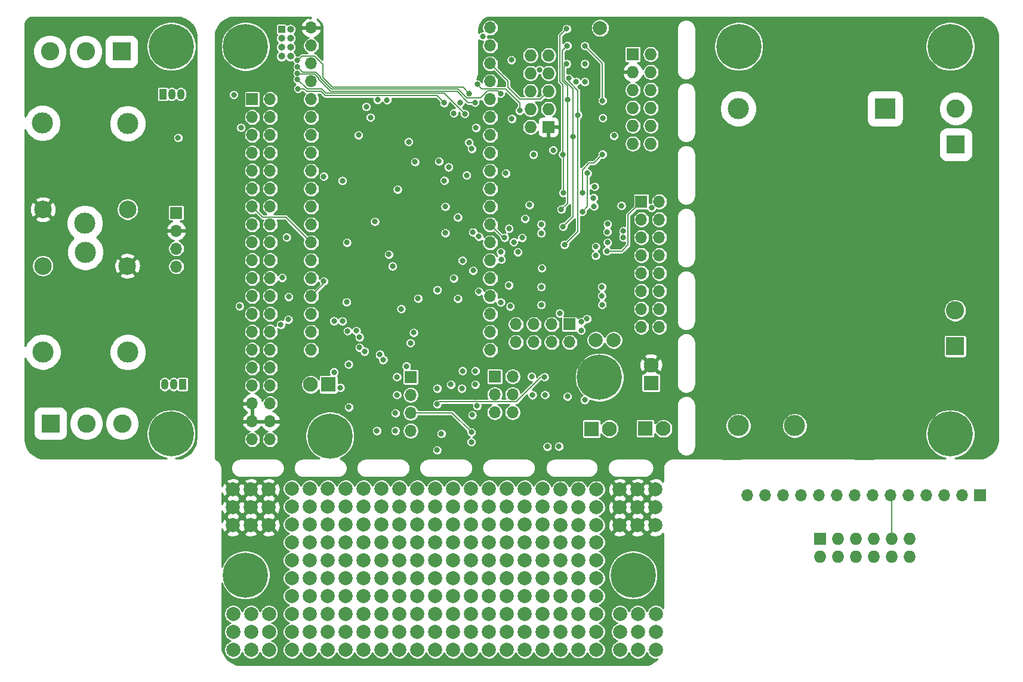
<source format=gbr>
G04 #@! TF.GenerationSoftware,KiCad,Pcbnew,(5.1.9)-1*
G04 #@! TF.CreationDate,2021-05-05T14:43:55+02:00*
G04 #@! TF.ProjectId,MTDevBoard,4d544465-7642-46f6-9172-642e6b696361,rev?*
G04 #@! TF.SameCoordinates,Original*
G04 #@! TF.FileFunction,Copper,L3,Inr*
G04 #@! TF.FilePolarity,Positive*
%FSLAX46Y46*%
G04 Gerber Fmt 4.6, Leading zero omitted, Abs format (unit mm)*
G04 Created by KiCad (PCBNEW (5.1.9)-1) date 2021-05-05 14:43:55*
%MOMM*%
%LPD*%
G01*
G04 APERTURE LIST*
G04 #@! TA.AperFunction,ComponentPad*
%ADD10O,1.727200X1.727200*%
G04 #@! TD*
G04 #@! TA.AperFunction,ComponentPad*
%ADD11R,1.727200X1.727200*%
G04 #@! TD*
G04 #@! TA.AperFunction,ComponentPad*
%ADD12O,1.000000X1.000000*%
G04 #@! TD*
G04 #@! TA.AperFunction,ComponentPad*
%ADD13R,1.000000X1.000000*%
G04 #@! TD*
G04 #@! TA.AperFunction,ComponentPad*
%ADD14C,1.998980*%
G04 #@! TD*
G04 #@! TA.AperFunction,ComponentPad*
%ADD15O,1.700000X1.700000*%
G04 #@! TD*
G04 #@! TA.AperFunction,ComponentPad*
%ADD16R,1.700000X1.700000*%
G04 #@! TD*
G04 #@! TA.AperFunction,ComponentPad*
%ADD17C,2.100000*%
G04 #@! TD*
G04 #@! TA.AperFunction,ComponentPad*
%ADD18R,2.100000X2.100000*%
G04 #@! TD*
G04 #@! TA.AperFunction,ComponentPad*
%ADD19C,6.400000*%
G04 #@! TD*
G04 #@! TA.AperFunction,ComponentPad*
%ADD20C,3.000000*%
G04 #@! TD*
G04 #@! TA.AperFunction,ComponentPad*
%ADD21C,2.500000*%
G04 #@! TD*
G04 #@! TA.AperFunction,ComponentPad*
%ADD22C,2.600000*%
G04 #@! TD*
G04 #@! TA.AperFunction,ComponentPad*
%ADD23R,2.600000X2.600000*%
G04 #@! TD*
G04 #@! TA.AperFunction,ComponentPad*
%ADD24O,1.050000X1.500000*%
G04 #@! TD*
G04 #@! TA.AperFunction,ComponentPad*
%ADD25R,1.050000X1.500000*%
G04 #@! TD*
G04 #@! TA.AperFunction,ComponentPad*
%ADD26R,3.000000X3.000000*%
G04 #@! TD*
G04 #@! TA.AperFunction,ViaPad*
%ADD27C,0.800000*%
G04 #@! TD*
G04 #@! TA.AperFunction,Conductor*
%ADD28C,0.200000*%
G04 #@! TD*
G04 #@! TA.AperFunction,Conductor*
%ADD29C,0.254000*%
G04 #@! TD*
G04 #@! TA.AperFunction,Conductor*
%ADD30C,0.100000*%
G04 #@! TD*
G04 APERTURE END LIST*
D10*
X100030000Y-40570000D03*
X102570000Y-40570000D03*
X100030000Y-43110000D03*
X102570000Y-43110000D03*
X100030000Y-45650000D03*
X102570000Y-45650000D03*
X100030000Y-48190000D03*
X102570000Y-48190000D03*
X100030000Y-50730000D03*
D11*
X102570000Y-50730000D03*
D12*
X65960000Y-40680000D03*
X64690000Y-40680000D03*
X65960000Y-39410000D03*
X64690000Y-39410000D03*
X65960000Y-38140000D03*
X64690000Y-38140000D03*
X65960000Y-36870000D03*
D13*
X64690000Y-36870000D03*
D11*
X141100000Y-109200000D03*
D10*
X141100000Y-111740000D03*
X143640000Y-109200000D03*
X143640000Y-111740000D03*
X146180000Y-109200000D03*
X146180000Y-111740000D03*
X148720000Y-109200000D03*
X148720000Y-111740000D03*
X151260000Y-109200000D03*
X151260000Y-111740000D03*
X153800000Y-109200000D03*
X153800000Y-111740000D03*
D14*
X109900000Y-36670000D03*
D11*
X114530000Y-40390000D03*
D10*
X117070000Y-40390000D03*
X114530000Y-42930000D03*
X117070000Y-42930000D03*
X114530000Y-45470000D03*
X117070000Y-45470000D03*
X114530000Y-48010000D03*
X117070000Y-48010000D03*
X114530000Y-50550000D03*
X117070000Y-50550000D03*
X114530000Y-53090000D03*
X117070000Y-53090000D03*
D15*
X68900000Y-82360000D03*
X94300000Y-82360000D03*
X68900000Y-79820000D03*
X94300000Y-79820000D03*
X68900000Y-77280000D03*
X94300000Y-77280000D03*
X68900000Y-74740000D03*
X94300000Y-74740000D03*
X68900000Y-72200000D03*
X94300000Y-72200000D03*
X68900000Y-69660000D03*
X94300000Y-69660000D03*
X68900000Y-67120000D03*
X94300000Y-67120000D03*
X68900000Y-64580000D03*
X94300000Y-64580000D03*
X68900000Y-62040000D03*
X94300000Y-62040000D03*
X68900000Y-59500000D03*
X94300000Y-59500000D03*
X68900000Y-56960000D03*
X94300000Y-56960000D03*
X68900000Y-54420000D03*
X94300000Y-54420000D03*
X68900000Y-51880000D03*
X94300000Y-51880000D03*
X68900000Y-49340000D03*
X94300000Y-49340000D03*
X68900000Y-46800000D03*
X94300000Y-46800000D03*
X68900000Y-44260000D03*
X94300000Y-44260000D03*
X68900000Y-41720000D03*
X94300000Y-41720000D03*
X68900000Y-39180000D03*
X94300000Y-39180000D03*
X68900000Y-36640000D03*
X94300000Y-36640000D03*
D14*
X109272000Y-80960000D03*
X111812000Y-80960000D03*
D15*
X83020000Y-93820000D03*
X83020000Y-91280000D03*
X83020000Y-88740000D03*
D16*
X83020000Y-86200000D03*
D15*
X97480000Y-91210000D03*
X94940000Y-91210000D03*
X97480000Y-88670000D03*
X94940000Y-88670000D03*
X97480000Y-86130000D03*
D16*
X94940000Y-86130000D03*
D15*
X97940000Y-81260000D03*
X97940000Y-78720000D03*
X100480000Y-81260000D03*
X100480000Y-78720000D03*
X103020000Y-81260000D03*
X103020000Y-78720000D03*
X105560000Y-81260000D03*
D16*
X105560000Y-78720000D03*
D15*
X118280000Y-79080000D03*
X115740000Y-79080000D03*
X118280000Y-76540000D03*
X115740000Y-76540000D03*
X118280000Y-74000000D03*
X115740000Y-74000000D03*
X118280000Y-71460000D03*
X115740000Y-71460000D03*
X118280000Y-68920000D03*
X115740000Y-68920000D03*
X118280000Y-66380000D03*
X115740000Y-66380000D03*
X118280000Y-63840000D03*
X115740000Y-63840000D03*
X118280000Y-61300000D03*
D16*
X115740000Y-61300000D03*
D17*
X117120000Y-84490000D03*
D18*
X117120000Y-87030000D03*
D17*
X68820000Y-87270000D03*
D18*
X71360000Y-87270000D03*
D17*
X118850000Y-93510000D03*
D18*
X116310000Y-93510000D03*
D17*
X111216000Y-93544000D03*
D18*
X108676000Y-93544000D03*
D14*
X112702000Y-124910000D03*
X66182000Y-124910000D03*
X66182000Y-122370000D03*
X66182000Y-119830000D03*
X66182000Y-117290000D03*
X66182000Y-114750000D03*
X66182000Y-112210000D03*
X66182000Y-109670000D03*
X66182000Y-107130000D03*
X66182000Y-104590000D03*
X66182000Y-102050000D03*
X68722000Y-124910000D03*
X68722000Y-122370000D03*
X68722000Y-119830000D03*
X68722000Y-117290000D03*
X68722000Y-114750000D03*
X68722000Y-112210000D03*
X68722000Y-109670000D03*
X68722000Y-107130000D03*
X68722000Y-104590000D03*
X68722000Y-102050000D03*
X71262000Y-124910000D03*
X71262000Y-122370000D03*
X71262000Y-119830000D03*
X71262000Y-117290000D03*
X71262000Y-114750000D03*
X71262000Y-112210000D03*
X71262000Y-109670000D03*
X71262000Y-107130000D03*
X71262000Y-104590000D03*
X71262000Y-102050000D03*
X73802000Y-124910000D03*
X73802000Y-122370000D03*
X73802000Y-119830000D03*
X73802000Y-117290000D03*
X73802000Y-114750000D03*
X73802000Y-112210000D03*
X73802000Y-109670000D03*
X73802000Y-107130000D03*
X73802000Y-104590000D03*
X73802000Y-102050000D03*
X76342000Y-124910000D03*
X76342000Y-122370000D03*
X76342000Y-119830000D03*
X76342000Y-117290000D03*
X76342000Y-114750000D03*
X76342000Y-112210000D03*
X76342000Y-109670000D03*
X76342000Y-107130000D03*
X76342000Y-104590000D03*
X76342000Y-102050000D03*
X78882000Y-124910000D03*
X78882000Y-122370000D03*
X78882000Y-119830000D03*
X78882000Y-117290000D03*
X78882000Y-114750000D03*
X78882000Y-112210000D03*
X78882000Y-109670000D03*
X78882000Y-107130000D03*
X78882000Y-104590000D03*
X78882000Y-102050000D03*
X81422000Y-124910000D03*
X81422000Y-122370000D03*
X81422000Y-119830000D03*
X81422000Y-117290000D03*
X81422000Y-114750000D03*
X81422000Y-112210000D03*
X81422000Y-109670000D03*
X81422000Y-107130000D03*
X81422000Y-104590000D03*
X81422000Y-102050000D03*
X83962000Y-124910000D03*
X83962000Y-122370000D03*
X83962000Y-119830000D03*
X83962000Y-117290000D03*
X83962000Y-114750000D03*
X83962000Y-112210000D03*
X83962000Y-109670000D03*
X83962000Y-107130000D03*
X83962000Y-104590000D03*
X83962000Y-102050000D03*
X86502000Y-124910000D03*
X86502000Y-122370000D03*
X86502000Y-119830000D03*
X86502000Y-117290000D03*
X86502000Y-114750000D03*
X86502000Y-112210000D03*
X86502000Y-109670000D03*
X86502000Y-107130000D03*
X86502000Y-104590000D03*
X86502000Y-102050000D03*
X89042000Y-124910000D03*
X89042000Y-122370000D03*
X89042000Y-119830000D03*
X89042000Y-117290000D03*
X89042000Y-114750000D03*
X89042000Y-112210000D03*
X89042000Y-109670000D03*
X89042000Y-107130000D03*
X89042000Y-104590000D03*
X89042000Y-102050000D03*
X91582000Y-124910000D03*
X91582000Y-122370000D03*
X91582000Y-119830000D03*
X91582000Y-117290000D03*
X91582000Y-114750000D03*
X91582000Y-112210000D03*
X91582000Y-109670000D03*
X91582000Y-107130000D03*
X91582000Y-104590000D03*
X91582000Y-102050000D03*
X94122000Y-124910000D03*
X94122000Y-122370000D03*
X94122000Y-119830000D03*
X94122000Y-117290000D03*
X94122000Y-114750000D03*
X94122000Y-112210000D03*
X94122000Y-109670000D03*
X94122000Y-107130000D03*
X94122000Y-104590000D03*
X94122000Y-102050000D03*
X96662000Y-124910000D03*
X96662000Y-122370000D03*
X96662000Y-119830000D03*
X96662000Y-117290000D03*
X96662000Y-114750000D03*
X96662000Y-112210000D03*
X96662000Y-109670000D03*
X96662000Y-107130000D03*
X96662000Y-104590000D03*
X96662000Y-102050000D03*
X99202000Y-124910000D03*
X99202000Y-122370000D03*
X99202000Y-119830000D03*
X99202000Y-117290000D03*
X99202000Y-114750000D03*
X99202000Y-112210000D03*
X99202000Y-109670000D03*
X99202000Y-107130000D03*
X99202000Y-104590000D03*
X99202000Y-102050000D03*
X101742000Y-124910000D03*
X101742000Y-122370000D03*
X101742000Y-119830000D03*
X101742000Y-117290000D03*
X101742000Y-114750000D03*
X101742000Y-112210000D03*
X101742000Y-109670000D03*
X101742000Y-107130000D03*
X101742000Y-104590000D03*
X101742000Y-102050000D03*
X104282000Y-117290000D03*
X104282000Y-114750000D03*
X104282000Y-112210000D03*
X104282000Y-109670000D03*
X106822000Y-117290000D03*
X106822000Y-114750000D03*
X106822000Y-112210000D03*
X106822000Y-109670000D03*
X109362000Y-117290000D03*
X109362000Y-114750000D03*
X109362000Y-112210000D03*
X109362000Y-109670000D03*
X112702000Y-122370000D03*
X112702000Y-119830000D03*
X115242000Y-124910000D03*
X115242000Y-122370000D03*
X115242000Y-119830000D03*
X117782000Y-124910000D03*
X117782000Y-122370000D03*
X117782000Y-119830000D03*
X112672000Y-102170000D03*
X109372000Y-104690000D03*
X109372000Y-107230000D03*
X109372000Y-102150000D03*
X106832000Y-102150000D03*
X106832000Y-104690000D03*
X106832000Y-107230000D03*
X104292000Y-107230000D03*
X104292000Y-102150000D03*
X104292000Y-104690000D03*
X109352000Y-119810000D03*
X109352000Y-124890000D03*
X109352000Y-122350000D03*
X106812000Y-122350000D03*
X106812000Y-119810000D03*
X106812000Y-124890000D03*
X104272000Y-122350000D03*
X104272000Y-119810000D03*
X104272000Y-124890000D03*
X62918000Y-124910000D03*
X60378000Y-119830000D03*
X60378000Y-122370000D03*
X62918000Y-122370000D03*
X60378000Y-124910000D03*
X62918000Y-119830000D03*
X57838000Y-119830000D03*
X57838000Y-122370000D03*
X57808000Y-102170000D03*
X57838000Y-124910000D03*
X115212000Y-102170000D03*
X117752000Y-102170000D03*
X112672000Y-104710000D03*
X115212000Y-104710000D03*
X117752000Y-104710000D03*
X112672000Y-107250000D03*
X115212000Y-107250000D03*
X117752000Y-107250000D03*
X60348000Y-102170000D03*
X62888000Y-102170000D03*
X57808000Y-104710000D03*
X60348000Y-104710000D03*
X62888000Y-104710000D03*
X57808000Y-107250000D03*
X60348000Y-107250000D03*
X62888000Y-107250000D03*
D15*
X63080000Y-95050000D03*
X60540000Y-95050000D03*
X63080000Y-92510000D03*
X60540000Y-92510000D03*
X63080000Y-89970000D03*
X60540000Y-89970000D03*
X63080000Y-87430000D03*
X60540000Y-87430000D03*
X63080000Y-84890000D03*
X60540000Y-84890000D03*
X63080000Y-82350000D03*
X60540000Y-82350000D03*
X63080000Y-79810000D03*
X60540000Y-79810000D03*
X63080000Y-77270000D03*
X60540000Y-77270000D03*
X63080000Y-74730000D03*
X60540000Y-74730000D03*
X63080000Y-72190000D03*
X60540000Y-72190000D03*
X63080000Y-69650000D03*
X60540000Y-69650000D03*
X63080000Y-67110000D03*
X60540000Y-67110000D03*
X63080000Y-64570000D03*
X60540000Y-64570000D03*
X63080000Y-62030000D03*
X60540000Y-62030000D03*
X63080000Y-59490000D03*
X60540000Y-59490000D03*
X63080000Y-56950000D03*
X60540000Y-56950000D03*
X63080000Y-54410000D03*
X60540000Y-54410000D03*
X63080000Y-51870000D03*
X60540000Y-51870000D03*
X63080000Y-49330000D03*
X60540000Y-49330000D03*
X63080000Y-46790000D03*
D16*
X60540000Y-46790000D03*
D19*
X109810000Y-86250000D03*
X71570000Y-94560000D03*
D20*
X36890000Y-68480000D03*
D21*
X42840000Y-70430000D03*
D20*
X42890000Y-82680000D03*
X30840000Y-82630000D03*
D21*
X30840000Y-70430000D03*
D15*
X49770000Y-70510000D03*
X49770000Y-67970000D03*
X49770000Y-65430000D03*
D16*
X49770000Y-62890000D03*
D22*
X31846000Y-40014000D03*
X36926000Y-40014000D03*
D23*
X42006000Y-40014000D03*
D19*
X59570000Y-114290000D03*
D22*
X160260000Y-76760000D03*
D23*
X160260000Y-81840000D03*
D19*
X114570000Y-114290000D03*
D24*
X49136000Y-46054000D03*
X50406000Y-46054000D03*
D25*
X47866000Y-46054000D03*
D19*
X49040000Y-94280000D03*
X49070000Y-39290000D03*
X159570000Y-39290000D03*
X159570000Y-94290000D03*
X59600000Y-39300000D03*
X129570000Y-39290000D03*
D25*
X50660000Y-87230000D03*
D24*
X48120000Y-87230000D03*
X49390000Y-87230000D03*
D26*
X150300000Y-48100000D03*
D20*
X137500000Y-93100000D03*
X129500000Y-48100000D03*
X129500000Y-93100000D03*
X36810000Y-64370000D03*
D21*
X30860000Y-62420000D03*
D20*
X30810000Y-50170000D03*
X42860000Y-50220000D03*
D21*
X42860000Y-62420000D03*
D22*
X160350000Y-48120000D03*
D23*
X160350000Y-53200000D03*
D22*
X42084000Y-92796000D03*
X37004000Y-92796000D03*
D23*
X31924000Y-92796000D03*
D15*
X130805000Y-102962000D03*
X133345000Y-102962000D03*
X135885000Y-102962000D03*
X138425000Y-102962000D03*
X140965000Y-102962000D03*
X143505000Y-102962000D03*
X146045000Y-102962000D03*
X148585000Y-102962000D03*
X151125000Y-102962000D03*
X153665000Y-102962000D03*
X156205000Y-102962000D03*
X158745000Y-102962000D03*
X161285000Y-102962000D03*
D16*
X163825000Y-102962000D03*
D27*
X50030000Y-52250000D03*
X107720000Y-89430000D03*
X50050000Y-56240000D03*
X48060000Y-78360000D03*
X101630000Y-70740010D03*
X74220000Y-84400000D03*
X104050000Y-96040000D03*
X86765000Y-96560010D03*
X74252504Y-90479996D03*
X92280000Y-50820000D03*
X107370000Y-60050000D03*
X93240000Y-37860000D03*
X110240000Y-54600000D03*
X81070010Y-86190000D03*
X81160000Y-59570000D03*
X96520000Y-57290000D03*
X107370000Y-62720000D03*
X95800000Y-68460000D03*
X78230000Y-93830000D03*
X107730000Y-39210000D03*
X110220000Y-46990000D03*
X79920000Y-68800010D03*
X108100000Y-57280000D03*
X97310000Y-41200000D03*
X97140000Y-76180000D03*
X97640000Y-67050000D03*
X111860000Y-51950000D03*
X107730000Y-41760000D03*
X101294670Y-42600053D03*
X81070010Y-88740000D03*
X81670010Y-76530000D03*
X80840000Y-91310000D03*
X110270000Y-49430000D03*
X107730000Y-44310000D03*
X109108267Y-59191733D03*
X103230000Y-54020000D03*
X80450010Y-70470000D03*
X58950000Y-50810000D03*
X100450000Y-54630000D03*
X87040000Y-55580000D03*
X86800001Y-73850011D03*
X96330000Y-66400010D03*
X87929987Y-62010000D03*
X97360000Y-49550000D03*
X87929987Y-65759987D03*
X117690000Y-91380000D03*
X101854000Y-93218000D03*
X101600000Y-69596000D03*
X92140000Y-89060000D03*
X110490000Y-91279821D03*
X107310000Y-69950000D03*
X107300000Y-72490000D03*
X107300000Y-75050000D03*
X97980000Y-45350000D03*
X79660000Y-46910000D03*
X79119990Y-83755413D03*
X78327553Y-46862447D03*
X78626134Y-83002998D03*
X77320032Y-49370032D03*
X76486991Y-82569990D03*
X76730000Y-47850000D03*
X75750021Y-82019990D03*
X72149998Y-78250000D03*
X75624979Y-51880000D03*
X75750021Y-80550000D03*
X65661880Y-78038892D03*
X64586000Y-78763902D03*
X65710000Y-74820000D03*
X105140000Y-36780000D03*
X104660000Y-60053416D03*
X104610000Y-54619998D03*
X89709998Y-63529990D03*
X84075000Y-75050023D03*
X82420000Y-84670000D03*
X89710000Y-75080000D03*
X105240000Y-39190000D03*
X104390000Y-62410000D03*
X80830000Y-93830000D03*
X77940000Y-64129999D03*
X105260010Y-46870000D03*
X72145006Y-85514994D03*
X64780000Y-72100000D03*
X96930000Y-73170000D03*
X96970000Y-65140000D03*
X104619990Y-64860000D03*
X105130000Y-41760000D03*
X106054272Y-52054272D03*
X95800000Y-75600000D03*
X95858818Y-69522069D03*
X104860000Y-67420000D03*
X106740000Y-49010000D03*
X73970000Y-67119990D03*
X73040000Y-87700000D03*
X73939989Y-75560011D03*
X105430000Y-43832899D03*
X73330000Y-58350000D03*
X73329998Y-78270000D03*
X58740000Y-76140000D03*
X57920000Y-46150000D03*
X70680000Y-57730000D03*
X70680000Y-72619977D03*
X88410000Y-56410010D03*
X83441816Y-79899568D03*
X83632737Y-55670000D03*
X82980000Y-81370000D03*
X82730000Y-52830000D03*
X65420000Y-66370000D03*
X89129998Y-72200000D03*
X89140000Y-48770000D03*
X90350000Y-69670000D03*
X90030000Y-47310000D03*
X102400000Y-96060000D03*
X86770000Y-87820000D03*
X91750000Y-91580010D03*
X105252464Y-88961122D03*
X92430000Y-90290000D03*
X92175000Y-87259976D03*
X92200000Y-85330000D03*
X98220000Y-68460000D03*
X101550000Y-75960000D03*
X110850000Y-68340000D03*
X100290000Y-88750000D03*
X100167500Y-86130000D03*
X90375000Y-85330000D03*
X101992500Y-86200000D03*
X86765000Y-90037500D03*
X90280000Y-87820000D03*
X88735000Y-87260000D03*
X102070000Y-88740000D03*
X91640000Y-94030000D03*
X91620000Y-95410000D03*
X99870000Y-61770000D03*
X99240000Y-63720000D03*
X101550000Y-73420000D03*
X98820002Y-66430000D03*
X109260000Y-68950000D03*
X109024980Y-61973417D03*
X112910000Y-61890000D03*
X117200000Y-62189999D03*
X108970000Y-60790000D03*
X109280000Y-67690000D03*
X113182386Y-65473843D03*
X113170002Y-66390000D03*
X110950000Y-64490000D03*
X110910000Y-65610000D03*
X110950000Y-67100000D03*
X110150000Y-73420000D03*
X110130000Y-74680000D03*
X110190000Y-75950000D03*
X101550000Y-65800000D03*
X107232420Y-78379813D03*
X92690000Y-66260000D03*
X92690000Y-74050000D03*
X101550000Y-64530000D03*
X108020000Y-77930000D03*
X91880000Y-71090000D03*
X91860000Y-65650000D03*
X104170000Y-77150000D03*
X74060000Y-79680000D03*
X75310000Y-79650000D03*
X107210011Y-79579835D03*
X87361667Y-94245235D03*
X106480000Y-44290000D03*
X66969990Y-42179963D03*
X95780000Y-45970000D03*
X92464647Y-44684647D03*
X98490000Y-48400000D03*
X91290000Y-52910000D03*
X91344365Y-45960021D03*
X66969990Y-41279950D03*
X91680000Y-53820000D03*
X92130690Y-47230408D03*
X66969990Y-43079976D03*
X90966706Y-57570000D03*
X90690000Y-48860000D03*
X66969990Y-43979989D03*
X87790000Y-58320000D03*
X87770000Y-47290000D03*
X67044457Y-45290011D03*
D28*
X107370000Y-56820000D02*
X107370000Y-60050000D01*
X109010000Y-55830000D02*
X108360000Y-55830000D01*
X108360000Y-55830000D02*
X107370000Y-56820000D01*
X110240000Y-54600000D02*
X109010000Y-55830000D01*
X107730000Y-39210000D02*
X110200000Y-41680000D01*
X110200000Y-46780000D02*
X110290000Y-46870000D01*
X110200000Y-41680000D02*
X110200000Y-46780000D01*
X107370000Y-62720000D02*
X108100000Y-61990000D01*
X108100000Y-61990000D02*
X108100000Y-57280000D01*
X102570000Y-45650000D02*
X101430010Y-46789990D01*
X98531988Y-46789990D02*
X96820010Y-45078012D01*
X96820010Y-44240010D02*
X94300000Y-41720000D01*
X96820010Y-45078012D02*
X96820010Y-44240010D01*
X101430010Y-46789990D02*
X98531988Y-46789990D01*
X94300000Y-64580000D02*
X96120010Y-66400010D01*
X96120010Y-66400010D02*
X96330000Y-66400010D01*
X104660000Y-60053416D02*
X104660000Y-54669998D01*
X104660000Y-54669998D02*
X104610000Y-54619998D01*
X104610000Y-44710000D02*
X104610000Y-54619998D01*
X104190000Y-44290000D02*
X104610000Y-44710000D01*
X104190000Y-37730000D02*
X104190000Y-44290000D01*
X105140000Y-36780000D02*
X104190000Y-37730000D01*
X104180000Y-62620000D02*
X104390000Y-62410000D01*
X105260010Y-47435685D02*
X105260010Y-46870000D01*
X105260010Y-61539990D02*
X105260010Y-47435685D01*
X104390000Y-62410000D02*
X105260010Y-61539990D01*
X104490011Y-39939989D02*
X104490011Y-44165733D01*
X105260010Y-44935732D02*
X105260010Y-46870000D01*
X105240000Y-39190000D02*
X104490011Y-39939989D01*
X104490011Y-44165733D02*
X105260010Y-44935732D01*
X106054272Y-63425718D02*
X106054272Y-52054272D01*
X104619990Y-64860000D02*
X106054272Y-63425718D01*
X104790022Y-44041464D02*
X106054272Y-45305714D01*
X104790022Y-42099978D02*
X104790022Y-44041464D01*
X105130000Y-41760000D02*
X104790022Y-42099978D01*
X106054272Y-45305714D02*
X106054272Y-52054272D01*
X106720000Y-65560000D02*
X104860000Y-67420000D01*
X106720000Y-48110000D02*
X106720000Y-65560000D01*
X106720000Y-48990000D02*
X106740000Y-49010000D01*
X106720000Y-48110000D02*
X106720000Y-48990000D01*
X62029999Y-63519999D02*
X60540000Y-62030000D01*
X65299999Y-63519999D02*
X62029999Y-63519999D01*
X68900000Y-67120000D02*
X65299999Y-63519999D01*
X105430000Y-44257163D02*
X105430000Y-43832899D01*
X106720000Y-45547163D02*
X105430000Y-44257163D01*
X106720000Y-48110000D02*
X106720000Y-45547163D01*
X151260000Y-103097000D02*
X151125000Y-102962000D01*
X151260000Y-109200000D02*
X151260000Y-103097000D01*
X68900000Y-74740000D02*
X70680000Y-72960000D01*
X70680000Y-72960000D02*
X70680000Y-72619977D01*
X112950000Y-68340000D02*
X110850000Y-68340000D01*
X115740000Y-61300000D02*
X113850001Y-63189999D01*
X113850001Y-63189999D02*
X113850001Y-67439999D01*
X113850001Y-67439999D02*
X112950000Y-68340000D01*
X94405998Y-89690000D02*
X87112500Y-89690000D01*
X94435999Y-89720001D02*
X94405998Y-89690000D01*
X95444001Y-89720001D02*
X94435999Y-89720001D01*
X95474002Y-89690000D02*
X95444001Y-89720001D01*
X96945998Y-89690000D02*
X95474002Y-89690000D01*
X97984001Y-89720001D02*
X96975999Y-89720001D01*
X87112500Y-89690000D02*
X86765000Y-90037500D01*
X98530001Y-89174001D02*
X97984001Y-89720001D01*
X96975999Y-89720001D02*
X96945998Y-89690000D01*
X98530001Y-89149999D02*
X98530001Y-89174001D01*
X101480000Y-86200000D02*
X98530001Y-89149999D01*
X101992500Y-86200000D02*
X101480000Y-86200000D01*
X88890000Y-91280000D02*
X83020000Y-91280000D01*
X91640000Y-94030000D02*
X88890000Y-91280000D01*
X49770000Y-70510000D02*
X49960001Y-70700001D01*
X66969990Y-42179963D02*
X67700015Y-42909988D01*
X70250012Y-43631731D02*
X70250012Y-43805733D01*
X95420001Y-45610001D02*
X95780000Y-45970000D01*
X70250012Y-43805733D02*
X71794290Y-45350011D01*
X69528269Y-42909988D02*
X70250012Y-43631731D01*
X71794290Y-45350011D02*
X89710012Y-45350011D01*
X92965998Y-46580000D02*
X93935997Y-45610001D01*
X90940001Y-46580000D02*
X92965998Y-46580000D01*
X93935997Y-45610001D02*
X95420001Y-45610001D01*
X89710012Y-45350011D02*
X90940001Y-46580000D01*
X67700015Y-42909988D02*
X69528269Y-42909988D01*
X96520001Y-45310001D02*
X98300000Y-47090000D01*
X93090001Y-45310001D02*
X96520001Y-45310001D01*
X92464647Y-44684647D02*
X93090001Y-45310001D01*
X98490000Y-47280000D02*
X98300000Y-47090000D01*
X98490000Y-48400000D02*
X98490000Y-47280000D01*
X67579941Y-40669999D02*
X66969990Y-41279950D01*
X70600011Y-41866009D02*
X69404001Y-40669999D01*
X70600011Y-43705733D02*
X70600011Y-41866009D01*
X91344365Y-45960021D02*
X90434344Y-45050000D01*
X90434344Y-45050000D02*
X71944278Y-45050000D01*
X69404001Y-40669999D02*
X67579941Y-40669999D01*
X71944278Y-45050000D02*
X70600011Y-43705733D01*
X71670022Y-45650022D02*
X69950001Y-43930001D01*
X89585744Y-45650022D02*
X71670022Y-45650022D01*
X67100013Y-43209999D02*
X66969990Y-43079976D01*
X91166130Y-47230408D02*
X89585744Y-45650022D01*
X69404001Y-43209999D02*
X67100013Y-43209999D01*
X69950001Y-43930001D02*
X69950001Y-43755999D01*
X92130690Y-47230408D02*
X91166130Y-47230408D01*
X69950001Y-43755999D02*
X69404001Y-43209999D01*
X66974267Y-43979989D02*
X66969990Y-43979989D01*
X70404278Y-45340000D02*
X68334278Y-45340000D01*
X87780030Y-45950030D02*
X71014308Y-45950030D01*
X68334278Y-45340000D02*
X66974267Y-43979989D01*
X71014308Y-45950030D02*
X70404278Y-45340000D01*
X90690000Y-48860000D02*
X87780030Y-45950030D01*
X67860011Y-45290011D02*
X67044457Y-45290011D01*
X78036999Y-46264999D02*
X70904999Y-46264999D01*
X87770000Y-47290000D02*
X86742446Y-46262446D01*
X86742446Y-46262446D02*
X78039552Y-46262446D01*
X70904999Y-46264999D02*
X70330010Y-45690010D01*
X78039552Y-46262446D02*
X78036999Y-46264999D01*
X70330010Y-45690010D02*
X68260010Y-45690010D01*
X68260010Y-45690010D02*
X67860011Y-45290011D01*
D29*
X68832737Y-35151995D02*
X68863384Y-35155000D01*
X68772998Y-35155000D01*
X68772998Y-35319844D01*
X68543110Y-35198524D01*
X68395901Y-35243175D01*
X68133080Y-35368359D01*
X67899731Y-35542412D01*
X67704822Y-35758645D01*
X67555843Y-36008748D01*
X67458519Y-36283109D01*
X67579186Y-36513000D01*
X68773000Y-36513000D01*
X68773000Y-36493000D01*
X69027000Y-36493000D01*
X69027000Y-36513000D01*
X70220814Y-36513000D01*
X70341481Y-36283109D01*
X70244157Y-36008748D01*
X70095178Y-35758645D01*
X69900269Y-35542412D01*
X69715199Y-35404370D01*
X69761057Y-35428753D01*
X70010048Y-35631826D01*
X70214855Y-35879393D01*
X70367674Y-36162028D01*
X70462686Y-36468961D01*
X70498000Y-36804954D01*
X70498001Y-41160130D01*
X69720769Y-40382899D01*
X69707396Y-40366604D01*
X69642377Y-40313244D01*
X69568197Y-40273594D01*
X69487708Y-40249177D01*
X69424979Y-40242999D01*
X69424968Y-40242999D01*
X69412345Y-40241756D01*
X69457519Y-40223044D01*
X69650294Y-40094236D01*
X69814236Y-39930294D01*
X69943044Y-39737519D01*
X70031769Y-39523318D01*
X70077000Y-39295924D01*
X70077000Y-39064076D01*
X70031769Y-38836682D01*
X69943044Y-38622481D01*
X69814236Y-38429706D01*
X69650294Y-38265764D01*
X69457519Y-38136956D01*
X69295388Y-38069799D01*
X69404099Y-38036825D01*
X69666920Y-37911641D01*
X69900269Y-37737588D01*
X70095178Y-37521355D01*
X70244157Y-37271252D01*
X70341481Y-36996891D01*
X70220814Y-36767000D01*
X69027000Y-36767000D01*
X69027000Y-36787000D01*
X68773000Y-36787000D01*
X68773000Y-36767000D01*
X67579186Y-36767000D01*
X67458519Y-36996891D01*
X67555843Y-37271252D01*
X67704822Y-37521355D01*
X67899731Y-37737588D01*
X68133080Y-37911641D01*
X68395901Y-38036825D01*
X68504612Y-38069799D01*
X68342481Y-38136956D01*
X68149706Y-38265764D01*
X67985764Y-38429706D01*
X67856956Y-38622481D01*
X67768231Y-38836682D01*
X67723000Y-39064076D01*
X67723000Y-39295924D01*
X67768231Y-39523318D01*
X67856956Y-39737519D01*
X67985764Y-39930294D01*
X68149706Y-40094236D01*
X68342481Y-40223044D01*
X68390657Y-40242999D01*
X67600908Y-40242999D01*
X67579941Y-40240934D01*
X67558974Y-40242999D01*
X67558963Y-40242999D01*
X67496234Y-40249177D01*
X67415745Y-40273594D01*
X67388290Y-40288269D01*
X67341564Y-40313244D01*
X67292840Y-40353231D01*
X67292836Y-40353235D01*
X67276546Y-40366604D01*
X67263177Y-40382894D01*
X67084572Y-40561499D01*
X67041593Y-40552950D01*
X66898387Y-40552950D01*
X66782514Y-40575998D01*
X66755218Y-40438773D01*
X66692877Y-40288269D01*
X66602372Y-40152819D01*
X66494553Y-40045000D01*
X66602372Y-39937181D01*
X66692877Y-39801731D01*
X66755218Y-39651227D01*
X66787000Y-39491452D01*
X66787000Y-39328548D01*
X66755218Y-39168773D01*
X66692877Y-39018269D01*
X66602372Y-38882819D01*
X66494553Y-38775000D01*
X66602372Y-38667181D01*
X66692877Y-38531731D01*
X66755218Y-38381227D01*
X66787000Y-38221452D01*
X66787000Y-38058548D01*
X66755218Y-37898773D01*
X66692877Y-37748269D01*
X66602372Y-37612819D01*
X66494553Y-37505000D01*
X66602372Y-37397181D01*
X66692877Y-37261731D01*
X66755218Y-37111227D01*
X66787000Y-36951452D01*
X66787000Y-36788548D01*
X66755218Y-36628773D01*
X66692877Y-36478269D01*
X66602372Y-36342819D01*
X66487181Y-36227628D01*
X66351731Y-36137123D01*
X66201227Y-36074782D01*
X66041452Y-36043000D01*
X65878548Y-36043000D01*
X65718773Y-36074782D01*
X65568269Y-36137123D01*
X65471033Y-36202094D01*
X65463206Y-36187450D01*
X65422343Y-36137657D01*
X65372550Y-36096794D01*
X65315743Y-36066430D01*
X65254103Y-36047732D01*
X65190000Y-36041418D01*
X64190000Y-36041418D01*
X64125897Y-36047732D01*
X64064257Y-36066430D01*
X64007450Y-36096794D01*
X63957657Y-36137657D01*
X63916794Y-36187450D01*
X63886430Y-36244257D01*
X63867732Y-36305897D01*
X63861418Y-36370000D01*
X63861418Y-37370000D01*
X63867732Y-37434103D01*
X63886430Y-37495743D01*
X63916794Y-37552550D01*
X63957657Y-37602343D01*
X64007450Y-37643206D01*
X64022094Y-37651033D01*
X63957123Y-37748269D01*
X63894782Y-37898773D01*
X63863000Y-38058548D01*
X63863000Y-38221452D01*
X63894782Y-38381227D01*
X63957123Y-38531731D01*
X64047628Y-38667181D01*
X64155447Y-38775000D01*
X64047628Y-38882819D01*
X63957123Y-39018269D01*
X63894782Y-39168773D01*
X63863000Y-39328548D01*
X63863000Y-39491452D01*
X63894782Y-39651227D01*
X63957123Y-39801731D01*
X64047628Y-39937181D01*
X64155447Y-40045000D01*
X64047628Y-40152819D01*
X63957123Y-40288269D01*
X63894782Y-40438773D01*
X63863000Y-40598548D01*
X63863000Y-40761452D01*
X63894782Y-40921227D01*
X63957123Y-41071731D01*
X64047628Y-41207181D01*
X64162819Y-41322372D01*
X64298269Y-41412877D01*
X64448773Y-41475218D01*
X64608548Y-41507000D01*
X64771452Y-41507000D01*
X64931227Y-41475218D01*
X65081731Y-41412877D01*
X65217181Y-41322372D01*
X65325000Y-41214553D01*
X65432819Y-41322372D01*
X65568269Y-41412877D01*
X65718773Y-41475218D01*
X65878548Y-41507000D01*
X66041452Y-41507000D01*
X66201227Y-41475218D01*
X66262537Y-41449823D01*
X66270928Y-41492008D01*
X66325731Y-41624314D01*
X66396319Y-41729957D01*
X66325731Y-41835599D01*
X66270928Y-41967905D01*
X66242990Y-42108360D01*
X66242990Y-42251566D01*
X66270928Y-42392021D01*
X66325731Y-42524327D01*
X66396319Y-42629970D01*
X66325731Y-42735612D01*
X66270928Y-42867918D01*
X66242990Y-43008373D01*
X66242990Y-43151579D01*
X66270928Y-43292034D01*
X66325731Y-43424340D01*
X66396319Y-43529983D01*
X66325731Y-43635625D01*
X66270928Y-43767931D01*
X66242990Y-43908386D01*
X66242990Y-44051592D01*
X66270928Y-44192047D01*
X66325731Y-44324353D01*
X66405292Y-44443425D01*
X66506554Y-44544687D01*
X66625626Y-44624248D01*
X66691463Y-44651519D01*
X66581021Y-44725313D01*
X66479759Y-44826575D01*
X66400198Y-44945647D01*
X66345395Y-45077953D01*
X66317457Y-45218408D01*
X66317457Y-45361614D01*
X66345395Y-45502069D01*
X66400198Y-45634375D01*
X66479759Y-45753447D01*
X66581021Y-45854709D01*
X66700093Y-45934270D01*
X66832399Y-45989073D01*
X66972854Y-46017011D01*
X67116060Y-46017011D01*
X67256515Y-45989073D01*
X67388821Y-45934270D01*
X67507893Y-45854709D01*
X67609155Y-45753447D01*
X67633501Y-45717011D01*
X67683143Y-45717011D01*
X67943246Y-45977115D01*
X67956615Y-45993405D01*
X67972905Y-46006774D01*
X67972909Y-46006778D01*
X68003547Y-46031923D01*
X67985764Y-46049706D01*
X67856956Y-46242481D01*
X67768231Y-46456682D01*
X67723000Y-46684076D01*
X67723000Y-46915924D01*
X67768231Y-47143318D01*
X67856956Y-47357519D01*
X67985764Y-47550294D01*
X68149706Y-47714236D01*
X68342481Y-47843044D01*
X68556682Y-47931769D01*
X68784076Y-47977000D01*
X69015924Y-47977000D01*
X69243318Y-47931769D01*
X69457519Y-47843044D01*
X69554270Y-47778397D01*
X76003000Y-47778397D01*
X76003000Y-47921603D01*
X76030938Y-48062058D01*
X76085741Y-48194364D01*
X76165302Y-48313436D01*
X76266564Y-48414698D01*
X76385636Y-48494259D01*
X76517942Y-48549062D01*
X76658397Y-48577000D01*
X76801603Y-48577000D01*
X76942058Y-48549062D01*
X77074364Y-48494259D01*
X77193436Y-48414698D01*
X77294698Y-48313436D01*
X77374259Y-48194364D01*
X77429062Y-48062058D01*
X77457000Y-47921603D01*
X77457000Y-47778397D01*
X77429062Y-47637942D01*
X77374259Y-47505636D01*
X77294698Y-47386564D01*
X77193436Y-47285302D01*
X77074364Y-47205741D01*
X76942058Y-47150938D01*
X76801603Y-47123000D01*
X76658397Y-47123000D01*
X76517942Y-47150938D01*
X76385636Y-47205741D01*
X76266564Y-47285302D01*
X76165302Y-47386564D01*
X76085741Y-47505636D01*
X76030938Y-47637942D01*
X76003000Y-47778397D01*
X69554270Y-47778397D01*
X69650294Y-47714236D01*
X69814236Y-47550294D01*
X69943044Y-47357519D01*
X70031769Y-47143318D01*
X70077000Y-46915924D01*
X70077000Y-46684076D01*
X70031769Y-46456682D01*
X69943044Y-46242481D01*
X69859207Y-46117010D01*
X70153142Y-46117010D01*
X70588240Y-46552109D01*
X70601604Y-46568394D01*
X70617888Y-46581758D01*
X70617897Y-46581767D01*
X70666622Y-46621754D01*
X70674179Y-46625793D01*
X70740803Y-46661404D01*
X70821292Y-46685821D01*
X70884021Y-46691999D01*
X70884033Y-46691999D01*
X70904998Y-46694064D01*
X70925963Y-46691999D01*
X77620214Y-46691999D01*
X77600553Y-46790844D01*
X77600553Y-46934050D01*
X77628491Y-47074505D01*
X77683294Y-47206811D01*
X77762855Y-47325883D01*
X77864117Y-47427145D01*
X77983189Y-47506706D01*
X78115495Y-47561509D01*
X78255950Y-47589447D01*
X78399156Y-47589447D01*
X78539611Y-47561509D01*
X78671917Y-47506706D01*
X78790989Y-47427145D01*
X78892251Y-47325883D01*
X78971812Y-47206811D01*
X78983928Y-47177561D01*
X79015741Y-47254364D01*
X79095302Y-47373436D01*
X79196564Y-47474698D01*
X79315636Y-47554259D01*
X79447942Y-47609062D01*
X79588397Y-47637000D01*
X79731603Y-47637000D01*
X79872058Y-47609062D01*
X80004364Y-47554259D01*
X80123436Y-47474698D01*
X80224698Y-47373436D01*
X80304259Y-47254364D01*
X80359062Y-47122058D01*
X80387000Y-46981603D01*
X80387000Y-46838397D01*
X80359062Y-46697942D01*
X80355543Y-46689446D01*
X86565578Y-46689446D01*
X87051549Y-47175418D01*
X87043000Y-47218397D01*
X87043000Y-47361603D01*
X87070938Y-47502058D01*
X87125741Y-47634364D01*
X87205302Y-47753436D01*
X87306564Y-47854698D01*
X87425636Y-47934259D01*
X87557942Y-47989062D01*
X87698397Y-48017000D01*
X87841603Y-48017000D01*
X87982058Y-47989062D01*
X88114364Y-47934259D01*
X88233436Y-47854698D01*
X88334698Y-47753436D01*
X88414259Y-47634364D01*
X88469062Y-47502058D01*
X88497000Y-47361603D01*
X88497000Y-47270868D01*
X89283416Y-48057284D01*
X89211603Y-48043000D01*
X89068397Y-48043000D01*
X88927942Y-48070938D01*
X88795636Y-48125741D01*
X88676564Y-48205302D01*
X88575302Y-48306564D01*
X88495741Y-48425636D01*
X88440938Y-48557942D01*
X88413000Y-48698397D01*
X88413000Y-48841603D01*
X88440938Y-48982058D01*
X88495741Y-49114364D01*
X88575302Y-49233436D01*
X88676564Y-49334698D01*
X88795636Y-49414259D01*
X88927942Y-49469062D01*
X89068397Y-49497000D01*
X89211603Y-49497000D01*
X89352058Y-49469062D01*
X89484364Y-49414259D01*
X89603436Y-49334698D01*
X89704698Y-49233436D01*
X89784259Y-49114364D01*
X89839062Y-48982058D01*
X89867000Y-48841603D01*
X89867000Y-48698397D01*
X89852716Y-48626585D01*
X89971549Y-48745418D01*
X89963000Y-48788397D01*
X89963000Y-48931603D01*
X89990938Y-49072058D01*
X90045741Y-49204364D01*
X90125302Y-49323436D01*
X90226564Y-49424698D01*
X90345636Y-49504259D01*
X90477942Y-49559062D01*
X90618397Y-49587000D01*
X90761603Y-49587000D01*
X90902058Y-49559062D01*
X91034364Y-49504259D01*
X91153436Y-49424698D01*
X91254698Y-49323436D01*
X91321087Y-49224076D01*
X93123000Y-49224076D01*
X93123000Y-49455924D01*
X93168231Y-49683318D01*
X93256956Y-49897519D01*
X93385764Y-50090294D01*
X93549706Y-50254236D01*
X93742481Y-50383044D01*
X93956682Y-50471769D01*
X94184076Y-50517000D01*
X94415924Y-50517000D01*
X94643318Y-50471769D01*
X94857519Y-50383044D01*
X95050294Y-50254236D01*
X95214236Y-50090294D01*
X95343044Y-49897519D01*
X95431769Y-49683318D01*
X95472529Y-49478397D01*
X96633000Y-49478397D01*
X96633000Y-49621603D01*
X96660938Y-49762058D01*
X96715741Y-49894364D01*
X96795302Y-50013436D01*
X96896564Y-50114698D01*
X97015636Y-50194259D01*
X97147942Y-50249062D01*
X97288397Y-50277000D01*
X97431603Y-50277000D01*
X97572058Y-50249062D01*
X97704364Y-50194259D01*
X97823436Y-50114698D01*
X97924698Y-50013436D01*
X98004259Y-49894364D01*
X98059062Y-49762058D01*
X98087000Y-49621603D01*
X98087000Y-49478397D01*
X98059062Y-49337942D01*
X98004259Y-49205636D01*
X97924698Y-49086564D01*
X97823436Y-48985302D01*
X97704364Y-48905741D01*
X97572058Y-48850938D01*
X97431603Y-48823000D01*
X97288397Y-48823000D01*
X97147942Y-48850938D01*
X97015636Y-48905741D01*
X96896564Y-48985302D01*
X96795302Y-49086564D01*
X96715741Y-49205636D01*
X96660938Y-49337942D01*
X96633000Y-49478397D01*
X95472529Y-49478397D01*
X95477000Y-49455924D01*
X95477000Y-49224076D01*
X95431769Y-48996682D01*
X95343044Y-48782481D01*
X95214236Y-48589706D01*
X95050294Y-48425764D01*
X94857519Y-48296956D01*
X94643318Y-48208231D01*
X94415924Y-48163000D01*
X94184076Y-48163000D01*
X93956682Y-48208231D01*
X93742481Y-48296956D01*
X93549706Y-48425764D01*
X93385764Y-48589706D01*
X93256956Y-48782481D01*
X93168231Y-48996682D01*
X93123000Y-49224076D01*
X91321087Y-49224076D01*
X91334259Y-49204364D01*
X91389062Y-49072058D01*
X91417000Y-48931603D01*
X91417000Y-48788397D01*
X91389062Y-48647942D01*
X91334259Y-48515636D01*
X91254698Y-48396564D01*
X91153436Y-48295302D01*
X91034364Y-48215741D01*
X90902058Y-48160938D01*
X90761603Y-48133000D01*
X90618397Y-48133000D01*
X90575418Y-48141549D01*
X90382615Y-47948746D01*
X90493436Y-47874698D01*
X90594698Y-47773436D01*
X90674259Y-47654364D01*
X90729062Y-47522058D01*
X90749775Y-47417923D01*
X90849371Y-47517519D01*
X90862735Y-47533803D01*
X90879019Y-47547167D01*
X90879028Y-47547176D01*
X90927753Y-47587163D01*
X90964432Y-47606768D01*
X91001934Y-47626813D01*
X91082423Y-47651230D01*
X91145152Y-47657408D01*
X91145164Y-47657408D01*
X91166129Y-47659473D01*
X91187094Y-47657408D01*
X91541646Y-47657408D01*
X91565992Y-47693844D01*
X91667254Y-47795106D01*
X91786326Y-47874667D01*
X91918632Y-47929470D01*
X92059087Y-47957408D01*
X92202293Y-47957408D01*
X92342748Y-47929470D01*
X92475054Y-47874667D01*
X92594126Y-47795106D01*
X92695388Y-47693844D01*
X92774949Y-47574772D01*
X92829752Y-47442466D01*
X92857690Y-47302011D01*
X92857690Y-47158805D01*
X92829752Y-47018350D01*
X92825051Y-47007000D01*
X92945031Y-47007000D01*
X92965998Y-47009065D01*
X92986965Y-47007000D01*
X92986976Y-47007000D01*
X93049705Y-47000822D01*
X93130194Y-46976405D01*
X93134566Y-46974068D01*
X93168231Y-47143318D01*
X93256956Y-47357519D01*
X93385764Y-47550294D01*
X93549706Y-47714236D01*
X93742481Y-47843044D01*
X93956682Y-47931769D01*
X94184076Y-47977000D01*
X94415924Y-47977000D01*
X94643318Y-47931769D01*
X94857519Y-47843044D01*
X95050294Y-47714236D01*
X95214236Y-47550294D01*
X95343044Y-47357519D01*
X95431769Y-47143318D01*
X95477000Y-46915924D01*
X95477000Y-46684076D01*
X95465580Y-46626662D01*
X95567942Y-46669062D01*
X95708397Y-46697000D01*
X95851603Y-46697000D01*
X95992058Y-46669062D01*
X96124364Y-46614259D01*
X96243436Y-46534698D01*
X96344698Y-46433436D01*
X96424259Y-46314364D01*
X96479062Y-46182058D01*
X96507000Y-46041603D01*
X96507000Y-45900868D01*
X98012899Y-47406768D01*
X98012905Y-47406773D01*
X98063001Y-47456869D01*
X98063001Y-47810956D01*
X98026564Y-47835302D01*
X97925302Y-47936564D01*
X97845741Y-48055636D01*
X97790938Y-48187942D01*
X97763000Y-48328397D01*
X97763000Y-48471603D01*
X97790938Y-48612058D01*
X97845741Y-48744364D01*
X97925302Y-48863436D01*
X98026564Y-48964698D01*
X98145636Y-49044259D01*
X98277942Y-49099062D01*
X98418397Y-49127000D01*
X98561603Y-49127000D01*
X98702058Y-49099062D01*
X98834364Y-49044259D01*
X98953436Y-48964698D01*
X99050714Y-48867420D01*
X99105200Y-48948963D01*
X99271037Y-49114800D01*
X99466039Y-49245096D01*
X99682715Y-49334846D01*
X99912736Y-49380600D01*
X100147264Y-49380600D01*
X100377285Y-49334846D01*
X100593961Y-49245096D01*
X100788963Y-49114800D01*
X100954800Y-48948963D01*
X101085096Y-48753961D01*
X101174846Y-48537285D01*
X101220600Y-48307264D01*
X101220600Y-48072736D01*
X101174846Y-47842715D01*
X101085096Y-47626039D01*
X100954800Y-47431037D01*
X100788963Y-47265200D01*
X100716812Y-47216990D01*
X101409043Y-47216990D01*
X101430010Y-47219055D01*
X101450977Y-47216990D01*
X101450988Y-47216990D01*
X101513717Y-47210812D01*
X101594206Y-47186395D01*
X101668386Y-47146745D01*
X101733405Y-47093385D01*
X101746778Y-47077090D01*
X102085754Y-46738115D01*
X102222715Y-46794846D01*
X102452736Y-46840600D01*
X102687264Y-46840600D01*
X102917285Y-46794846D01*
X103133961Y-46705096D01*
X103328963Y-46574800D01*
X103494800Y-46408963D01*
X103625096Y-46213961D01*
X103714846Y-45997285D01*
X103760600Y-45767264D01*
X103760600Y-45532736D01*
X103714846Y-45302715D01*
X103625096Y-45086039D01*
X103494800Y-44891037D01*
X103328963Y-44725200D01*
X103133961Y-44594904D01*
X102917285Y-44505154D01*
X102687264Y-44459400D01*
X102452736Y-44459400D01*
X102222715Y-44505154D01*
X102006039Y-44594904D01*
X101811037Y-44725200D01*
X101645200Y-44891037D01*
X101514904Y-45086039D01*
X101425154Y-45302715D01*
X101379400Y-45532736D01*
X101379400Y-45767264D01*
X101425154Y-45997285D01*
X101481885Y-46134246D01*
X101253142Y-46362990D01*
X100985518Y-46362990D01*
X101085096Y-46213961D01*
X101174846Y-45997285D01*
X101220600Y-45767264D01*
X101220600Y-45532736D01*
X101174846Y-45302715D01*
X101085096Y-45086039D01*
X100954800Y-44891037D01*
X100788963Y-44725200D01*
X100593961Y-44594904D01*
X100377285Y-44505154D01*
X100147264Y-44459400D01*
X99912736Y-44459400D01*
X99682715Y-44505154D01*
X99466039Y-44594904D01*
X99271037Y-44725200D01*
X99105200Y-44891037D01*
X98974904Y-45086039D01*
X98885154Y-45302715D01*
X98839400Y-45532736D01*
X98839400Y-45767264D01*
X98885154Y-45997285D01*
X98974904Y-46213961D01*
X99074482Y-46362990D01*
X98708857Y-46362990D01*
X97247010Y-44901144D01*
X97247010Y-44260974D01*
X97249075Y-44240009D01*
X97247010Y-44219044D01*
X97247010Y-44219032D01*
X97240832Y-44156303D01*
X97216415Y-44075814D01*
X97189626Y-44025695D01*
X97176765Y-44001633D01*
X97136778Y-43952908D01*
X97136769Y-43952899D01*
X97123405Y-43936615D01*
X97107121Y-43923251D01*
X96176606Y-42992736D01*
X98839400Y-42992736D01*
X98839400Y-43227264D01*
X98885154Y-43457285D01*
X98974904Y-43673961D01*
X99105200Y-43868963D01*
X99271037Y-44034800D01*
X99466039Y-44165096D01*
X99682715Y-44254846D01*
X99912736Y-44300600D01*
X100147264Y-44300600D01*
X100377285Y-44254846D01*
X100593961Y-44165096D01*
X100788963Y-44034800D01*
X100954800Y-43868963D01*
X101085096Y-43673961D01*
X101174846Y-43457285D01*
X101201600Y-43322783D01*
X101223067Y-43327053D01*
X101366273Y-43327053D01*
X101397994Y-43320743D01*
X101425154Y-43457285D01*
X101514904Y-43673961D01*
X101645200Y-43868963D01*
X101811037Y-44034800D01*
X102006039Y-44165096D01*
X102222715Y-44254846D01*
X102452736Y-44300600D01*
X102687264Y-44300600D01*
X102917285Y-44254846D01*
X103133961Y-44165096D01*
X103328963Y-44034800D01*
X103494800Y-43868963D01*
X103625096Y-43673961D01*
X103714846Y-43457285D01*
X103760600Y-43227264D01*
X103760600Y-42992736D01*
X103714846Y-42762715D01*
X103625096Y-42546039D01*
X103494800Y-42351037D01*
X103328963Y-42185200D01*
X103133961Y-42054904D01*
X102917285Y-41965154D01*
X102687264Y-41919400D01*
X102452736Y-41919400D01*
X102222715Y-41965154D01*
X102006039Y-42054904D01*
X101866893Y-42147878D01*
X101859368Y-42136617D01*
X101758106Y-42035355D01*
X101639034Y-41955794D01*
X101506728Y-41900991D01*
X101366273Y-41873053D01*
X101223067Y-41873053D01*
X101082612Y-41900991D01*
X100950306Y-41955794D01*
X100831234Y-42035355D01*
X100729972Y-42136617D01*
X100725738Y-42142954D01*
X100593961Y-42054904D01*
X100377285Y-41965154D01*
X100147264Y-41919400D01*
X99912736Y-41919400D01*
X99682715Y-41965154D01*
X99466039Y-42054904D01*
X99271037Y-42185200D01*
X99105200Y-42351037D01*
X98974904Y-42546039D01*
X98885154Y-42762715D01*
X98839400Y-42992736D01*
X96176606Y-42992736D01*
X95377706Y-42193837D01*
X95431769Y-42063318D01*
X95477000Y-41835924D01*
X95477000Y-41604076D01*
X95431769Y-41376682D01*
X95343044Y-41162481D01*
X95320270Y-41128397D01*
X96583000Y-41128397D01*
X96583000Y-41271603D01*
X96610938Y-41412058D01*
X96665741Y-41544364D01*
X96745302Y-41663436D01*
X96846564Y-41764698D01*
X96965636Y-41844259D01*
X97097942Y-41899062D01*
X97238397Y-41927000D01*
X97381603Y-41927000D01*
X97522058Y-41899062D01*
X97654364Y-41844259D01*
X97773436Y-41764698D01*
X97874698Y-41663436D01*
X97954259Y-41544364D01*
X98009062Y-41412058D01*
X98037000Y-41271603D01*
X98037000Y-41128397D01*
X98009062Y-40987942D01*
X97954259Y-40855636D01*
X97874698Y-40736564D01*
X97773436Y-40635302D01*
X97654364Y-40555741D01*
X97522058Y-40500938D01*
X97381603Y-40473000D01*
X97238397Y-40473000D01*
X97097942Y-40500938D01*
X96965636Y-40555741D01*
X96846564Y-40635302D01*
X96745302Y-40736564D01*
X96665741Y-40855636D01*
X96610938Y-40987942D01*
X96583000Y-41128397D01*
X95320270Y-41128397D01*
X95214236Y-40969706D01*
X95050294Y-40805764D01*
X94857519Y-40676956D01*
X94643318Y-40588231D01*
X94415924Y-40543000D01*
X94184076Y-40543000D01*
X93956682Y-40588231D01*
X93742481Y-40676956D01*
X93549706Y-40805764D01*
X93385764Y-40969706D01*
X93256956Y-41162481D01*
X93168231Y-41376682D01*
X93123000Y-41604076D01*
X93123000Y-41835924D01*
X93168231Y-42063318D01*
X93256956Y-42277519D01*
X93385764Y-42470294D01*
X93549706Y-42634236D01*
X93742481Y-42763044D01*
X93956682Y-42851769D01*
X94184076Y-42897000D01*
X94415924Y-42897000D01*
X94643318Y-42851769D01*
X94773837Y-42797706D01*
X96393011Y-44416881D01*
X96393010Y-44883001D01*
X95299290Y-44883001D01*
X95343044Y-44817519D01*
X95431769Y-44603318D01*
X95477000Y-44375924D01*
X95477000Y-44144076D01*
X95431769Y-43916682D01*
X95343044Y-43702481D01*
X95214236Y-43509706D01*
X95050294Y-43345764D01*
X94857519Y-43216956D01*
X94643318Y-43128231D01*
X94415924Y-43083000D01*
X94184076Y-43083000D01*
X93956682Y-43128231D01*
X93742481Y-43216956D01*
X93549706Y-43345764D01*
X93385764Y-43509706D01*
X93256956Y-43702481D01*
X93168231Y-43916682D01*
X93123000Y-44144076D01*
X93123000Y-44374309D01*
X93108906Y-44340283D01*
X93029345Y-44221211D01*
X92928083Y-44119949D01*
X92809011Y-44040388D01*
X92676705Y-43985585D01*
X92536250Y-43957647D01*
X92393044Y-43957647D01*
X92386801Y-43958889D01*
X92509889Y-43727396D01*
X92522047Y-43697898D01*
X92534615Y-43668575D01*
X92536069Y-43663880D01*
X92648886Y-43290208D01*
X92655073Y-43258962D01*
X92661717Y-43227707D01*
X92662230Y-43222818D01*
X92700320Y-42834349D01*
X92702000Y-42817292D01*
X92702000Y-40452736D01*
X98839400Y-40452736D01*
X98839400Y-40687264D01*
X98885154Y-40917285D01*
X98974904Y-41133961D01*
X99105200Y-41328963D01*
X99271037Y-41494800D01*
X99466039Y-41625096D01*
X99682715Y-41714846D01*
X99912736Y-41760600D01*
X100147264Y-41760600D01*
X100377285Y-41714846D01*
X100593961Y-41625096D01*
X100788963Y-41494800D01*
X100954800Y-41328963D01*
X101085096Y-41133961D01*
X101174846Y-40917285D01*
X101220600Y-40687264D01*
X101220600Y-40452736D01*
X101379400Y-40452736D01*
X101379400Y-40687264D01*
X101425154Y-40917285D01*
X101514904Y-41133961D01*
X101645200Y-41328963D01*
X101811037Y-41494800D01*
X102006039Y-41625096D01*
X102222715Y-41714846D01*
X102452736Y-41760600D01*
X102687264Y-41760600D01*
X102917285Y-41714846D01*
X103133961Y-41625096D01*
X103328963Y-41494800D01*
X103494800Y-41328963D01*
X103625096Y-41133961D01*
X103714846Y-40917285D01*
X103760600Y-40687264D01*
X103760600Y-40452736D01*
X103714846Y-40222715D01*
X103625096Y-40006039D01*
X103494800Y-39811037D01*
X103328963Y-39645200D01*
X103133961Y-39514904D01*
X102917285Y-39425154D01*
X102687264Y-39379400D01*
X102452736Y-39379400D01*
X102222715Y-39425154D01*
X102006039Y-39514904D01*
X101811037Y-39645200D01*
X101645200Y-39811037D01*
X101514904Y-40006039D01*
X101425154Y-40222715D01*
X101379400Y-40452736D01*
X101220600Y-40452736D01*
X101174846Y-40222715D01*
X101085096Y-40006039D01*
X100954800Y-39811037D01*
X100788963Y-39645200D01*
X100593961Y-39514904D01*
X100377285Y-39425154D01*
X100147264Y-39379400D01*
X99912736Y-39379400D01*
X99682715Y-39425154D01*
X99466039Y-39514904D01*
X99271037Y-39645200D01*
X99105200Y-39811037D01*
X98974904Y-40006039D01*
X98885154Y-40222715D01*
X98839400Y-40452736D01*
X92702000Y-40452736D01*
X92702000Y-38350134D01*
X92776564Y-38424698D01*
X92895636Y-38504259D01*
X93027942Y-38559062D01*
X93168397Y-38587000D01*
X93280664Y-38587000D01*
X93256956Y-38622481D01*
X93168231Y-38836682D01*
X93123000Y-39064076D01*
X93123000Y-39295924D01*
X93168231Y-39523318D01*
X93256956Y-39737519D01*
X93385764Y-39930294D01*
X93549706Y-40094236D01*
X93742481Y-40223044D01*
X93956682Y-40311769D01*
X94184076Y-40357000D01*
X94415924Y-40357000D01*
X94643318Y-40311769D01*
X94857519Y-40223044D01*
X95050294Y-40094236D01*
X95214236Y-39930294D01*
X95343044Y-39737519D01*
X95431769Y-39523318D01*
X95477000Y-39295924D01*
X95477000Y-39064076D01*
X95431769Y-38836682D01*
X95343044Y-38622481D01*
X95214236Y-38429706D01*
X95050294Y-38265764D01*
X94857519Y-38136956D01*
X94643318Y-38048231D01*
X94415924Y-38003000D01*
X94184076Y-38003000D01*
X93956682Y-38048231D01*
X93942645Y-38054045D01*
X93967000Y-37931603D01*
X93967000Y-37788397D01*
X93963981Y-37773221D01*
X94184076Y-37817000D01*
X94415924Y-37817000D01*
X94643318Y-37771769D01*
X94857519Y-37683044D01*
X95050294Y-37554236D01*
X95214236Y-37390294D01*
X95343044Y-37197519D01*
X95431769Y-36983318D01*
X95477000Y-36755924D01*
X95477000Y-36524076D01*
X95431769Y-36296682D01*
X95343044Y-36082481D01*
X95214236Y-35889706D01*
X95050294Y-35725764D01*
X94857519Y-35596956D01*
X94643318Y-35508231D01*
X94415924Y-35463000D01*
X94184076Y-35463000D01*
X93956682Y-35508231D01*
X93742481Y-35596956D01*
X93549706Y-35725764D01*
X93385764Y-35889706D01*
X93256956Y-36082481D01*
X93168231Y-36296682D01*
X93123000Y-36524076D01*
X93123000Y-36755924D01*
X93168231Y-36983318D01*
X93230231Y-37133000D01*
X93168397Y-37133000D01*
X93027942Y-37160938D01*
X92895636Y-37215741D01*
X92776564Y-37295302D01*
X92702000Y-37369866D01*
X92702000Y-36817215D01*
X92735042Y-36480232D01*
X92827908Y-36172639D01*
X92978753Y-35888943D01*
X93181826Y-35639952D01*
X93429393Y-35435145D01*
X93712028Y-35282326D01*
X94018961Y-35187314D01*
X94354954Y-35152000D01*
X163813871Y-35152000D01*
X164089600Y-35198884D01*
X164399118Y-35288093D01*
X164696719Y-35411401D01*
X164978644Y-35567250D01*
X165241344Y-35753679D01*
X165481517Y-35968343D01*
X165696153Y-36208553D01*
X165882548Y-36471281D01*
X166038354Y-36753221D01*
X166161617Y-37050836D01*
X166250785Y-37360374D01*
X166298000Y-37638286D01*
X166298001Y-95261292D01*
X166250772Y-95539266D01*
X166161591Y-95848818D01*
X166038300Y-96146468D01*
X165882471Y-96428421D01*
X165696049Y-96691156D01*
X165481376Y-96931376D01*
X165241156Y-97146049D01*
X164978421Y-97332471D01*
X164696468Y-97488300D01*
X164398818Y-97611591D01*
X164089266Y-97700772D01*
X163811298Y-97748000D01*
X160264267Y-97748000D01*
X160598788Y-97681460D01*
X161240661Y-97415587D01*
X161818332Y-97029600D01*
X162309600Y-96538332D01*
X162695587Y-95960661D01*
X162961460Y-95318788D01*
X163097000Y-94637379D01*
X163097000Y-93942621D01*
X162961460Y-93261212D01*
X162695587Y-92619339D01*
X162309600Y-92041668D01*
X161818332Y-91550400D01*
X161240661Y-91164413D01*
X160598788Y-90898540D01*
X159917379Y-90763000D01*
X159222621Y-90763000D01*
X158541212Y-90898540D01*
X157899339Y-91164413D01*
X157321668Y-91550400D01*
X156830400Y-92041668D01*
X156444413Y-92619339D01*
X156178540Y-93261212D01*
X156043000Y-93942621D01*
X156043000Y-94637379D01*
X156178540Y-95318788D01*
X156444413Y-95960661D01*
X156830400Y-96538332D01*
X157321668Y-97029600D01*
X157899339Y-97415587D01*
X158541212Y-97681460D01*
X158875733Y-97748000D01*
X148882708Y-97748000D01*
X148864665Y-97749777D01*
X148851689Y-97749777D01*
X148846801Y-97750291D01*
X148652851Y-97772046D01*
X148648363Y-97773000D01*
X146051170Y-97773000D01*
X146033471Y-97769238D01*
X146028583Y-97768725D01*
X145834350Y-97749680D01*
X145817292Y-97748000D01*
X129982708Y-97748000D01*
X129964665Y-97749777D01*
X129951689Y-97749777D01*
X129946801Y-97750291D01*
X129752851Y-97772046D01*
X129748363Y-97773000D01*
X127251170Y-97773000D01*
X127233471Y-97769238D01*
X127228583Y-97768725D01*
X127034350Y-97749680D01*
X127017292Y-97748000D01*
X120172708Y-97748000D01*
X120157322Y-97749515D01*
X120151115Y-97749472D01*
X120146224Y-97749952D01*
X119952127Y-97770353D01*
X119920855Y-97776772D01*
X119889538Y-97782746D01*
X119884835Y-97784166D01*
X119884829Y-97784168D01*
X119698395Y-97841879D01*
X119669024Y-97854226D01*
X119639404Y-97866193D01*
X119635065Y-97868501D01*
X119463388Y-97961325D01*
X119436950Y-97979158D01*
X119410242Y-97996635D01*
X119406433Y-97999742D01*
X119256055Y-98124146D01*
X119233600Y-98146759D01*
X119210781Y-98169104D01*
X119207649Y-98172892D01*
X119084299Y-98324134D01*
X119066676Y-98350658D01*
X119048619Y-98377030D01*
X119046281Y-98381354D01*
X118954656Y-98553676D01*
X118942501Y-98583166D01*
X118929931Y-98612495D01*
X118928478Y-98617191D01*
X118872068Y-98804027D01*
X118865872Y-98835319D01*
X118859238Y-98866529D01*
X118858725Y-98871417D01*
X118839680Y-99065650D01*
X118839680Y-99065658D01*
X118838007Y-99082584D01*
X118837353Y-100933519D01*
X118823113Y-100919279D01*
X118707444Y-101034948D01*
X118611742Y-100770601D01*
X118322213Y-100629762D01*
X118010771Y-100548115D01*
X117689385Y-100528795D01*
X117370405Y-100572546D01*
X117066089Y-100677686D01*
X116892258Y-100770601D01*
X116796555Y-101034950D01*
X117752000Y-101990395D01*
X117766143Y-101976253D01*
X117945748Y-102155858D01*
X117931605Y-102170000D01*
X117945748Y-102184143D01*
X117766143Y-102363748D01*
X117752000Y-102349605D01*
X116796555Y-103305050D01*
X116845411Y-103440000D01*
X116796555Y-103574950D01*
X117752000Y-104530395D01*
X117766143Y-104516253D01*
X117945748Y-104695858D01*
X117931605Y-104710000D01*
X117945748Y-104724143D01*
X117766143Y-104903748D01*
X117752000Y-104889605D01*
X116796555Y-105845050D01*
X116845411Y-105980000D01*
X116796555Y-106114950D01*
X117752000Y-107070395D01*
X117766143Y-107056253D01*
X117945748Y-107235858D01*
X117931605Y-107250000D01*
X117945748Y-107264143D01*
X117766143Y-107443748D01*
X117752000Y-107429605D01*
X116796555Y-108385050D01*
X116892258Y-108649399D01*
X117181787Y-108790238D01*
X117493229Y-108871885D01*
X117814615Y-108891205D01*
X118133595Y-108847454D01*
X118437911Y-108742314D01*
X118611742Y-108649399D01*
X118707444Y-108385052D01*
X118823113Y-108500721D01*
X118834683Y-108489151D01*
X118830964Y-119012267D01*
X118812352Y-118984412D01*
X118627588Y-118799648D01*
X118410328Y-118654480D01*
X118168923Y-118554487D01*
X117912648Y-118503510D01*
X117651352Y-118503510D01*
X117395077Y-118554487D01*
X117153672Y-118654480D01*
X116936412Y-118799648D01*
X116751648Y-118984412D01*
X116606480Y-119201672D01*
X116512000Y-119429767D01*
X116417520Y-119201672D01*
X116272352Y-118984412D01*
X116087588Y-118799648D01*
X115870328Y-118654480D01*
X115628923Y-118554487D01*
X115372648Y-118503510D01*
X115111352Y-118503510D01*
X114855077Y-118554487D01*
X114613672Y-118654480D01*
X114396412Y-118799648D01*
X114211648Y-118984412D01*
X114066480Y-119201672D01*
X113972000Y-119429767D01*
X113877520Y-119201672D01*
X113732352Y-118984412D01*
X113547588Y-118799648D01*
X113330328Y-118654480D01*
X113088923Y-118554487D01*
X112832648Y-118503510D01*
X112571352Y-118503510D01*
X112315077Y-118554487D01*
X112073672Y-118654480D01*
X111856412Y-118799648D01*
X111671648Y-118984412D01*
X111526480Y-119201672D01*
X111426487Y-119443077D01*
X111375510Y-119699352D01*
X111375510Y-119960648D01*
X111426487Y-120216923D01*
X111526480Y-120458328D01*
X111671648Y-120675588D01*
X111856412Y-120860352D01*
X112073672Y-121005520D01*
X112301767Y-121100000D01*
X112073672Y-121194480D01*
X111856412Y-121339648D01*
X111671648Y-121524412D01*
X111526480Y-121741672D01*
X111426487Y-121983077D01*
X111375510Y-122239352D01*
X111375510Y-122500648D01*
X111426487Y-122756923D01*
X111526480Y-122998328D01*
X111671648Y-123215588D01*
X111856412Y-123400352D01*
X112073672Y-123545520D01*
X112301767Y-123640000D01*
X112073672Y-123734480D01*
X111856412Y-123879648D01*
X111671648Y-124064412D01*
X111526480Y-124281672D01*
X111426487Y-124523077D01*
X111375510Y-124779352D01*
X111375510Y-125040648D01*
X111426487Y-125296923D01*
X111526480Y-125538328D01*
X111671648Y-125755588D01*
X111856412Y-125940352D01*
X112073672Y-126085520D01*
X112315077Y-126185513D01*
X112571352Y-126236490D01*
X112832648Y-126236490D01*
X113088923Y-126185513D01*
X113330328Y-126085520D01*
X113547588Y-125940352D01*
X113732352Y-125755588D01*
X113877520Y-125538328D01*
X113972000Y-125310233D01*
X114066480Y-125538328D01*
X114211648Y-125755588D01*
X114396412Y-125940352D01*
X114613672Y-126085520D01*
X114855077Y-126185513D01*
X115111352Y-126236490D01*
X115372648Y-126236490D01*
X115628923Y-126185513D01*
X115870328Y-126085520D01*
X116087588Y-125940352D01*
X116272352Y-125755588D01*
X116417520Y-125538328D01*
X116512000Y-125310233D01*
X116606480Y-125538328D01*
X116751648Y-125755588D01*
X116936412Y-125940352D01*
X117153672Y-126085520D01*
X117395077Y-126185513D01*
X117651352Y-126236490D01*
X117912648Y-126236490D01*
X118028370Y-126213471D01*
X118012055Y-126231721D01*
X117771855Y-126446309D01*
X117509150Y-126632655D01*
X117227235Y-126788424D01*
X116929653Y-126911656D01*
X116620139Y-127000805D01*
X116342311Y-127048000D01*
X58718702Y-127048000D01*
X58440734Y-127000772D01*
X58131182Y-126911591D01*
X57833532Y-126788300D01*
X57551579Y-126632471D01*
X57288844Y-126446049D01*
X57048624Y-126231376D01*
X56833951Y-125991156D01*
X56647529Y-125728421D01*
X56491700Y-125446468D01*
X56368409Y-125148818D01*
X56279228Y-124839266D01*
X56232000Y-124561298D01*
X56232000Y-119699352D01*
X56511510Y-119699352D01*
X56511510Y-119960648D01*
X56562487Y-120216923D01*
X56662480Y-120458328D01*
X56807648Y-120675588D01*
X56992412Y-120860352D01*
X57209672Y-121005520D01*
X57437767Y-121100000D01*
X57209672Y-121194480D01*
X56992412Y-121339648D01*
X56807648Y-121524412D01*
X56662480Y-121741672D01*
X56562487Y-121983077D01*
X56511510Y-122239352D01*
X56511510Y-122500648D01*
X56562487Y-122756923D01*
X56662480Y-122998328D01*
X56807648Y-123215588D01*
X56992412Y-123400352D01*
X57209672Y-123545520D01*
X57437767Y-123640000D01*
X57209672Y-123734480D01*
X56992412Y-123879648D01*
X56807648Y-124064412D01*
X56662480Y-124281672D01*
X56562487Y-124523077D01*
X56511510Y-124779352D01*
X56511510Y-125040648D01*
X56562487Y-125296923D01*
X56662480Y-125538328D01*
X56807648Y-125755588D01*
X56992412Y-125940352D01*
X57209672Y-126085520D01*
X57451077Y-126185513D01*
X57707352Y-126236490D01*
X57968648Y-126236490D01*
X58224923Y-126185513D01*
X58466328Y-126085520D01*
X58683588Y-125940352D01*
X58868352Y-125755588D01*
X59013520Y-125538328D01*
X59108000Y-125310233D01*
X59202480Y-125538328D01*
X59347648Y-125755588D01*
X59532412Y-125940352D01*
X59749672Y-126085520D01*
X59991077Y-126185513D01*
X60247352Y-126236490D01*
X60508648Y-126236490D01*
X60764923Y-126185513D01*
X61006328Y-126085520D01*
X61223588Y-125940352D01*
X61408352Y-125755588D01*
X61553520Y-125538328D01*
X61648000Y-125310233D01*
X61742480Y-125538328D01*
X61887648Y-125755588D01*
X62072412Y-125940352D01*
X62289672Y-126085520D01*
X62531077Y-126185513D01*
X62787352Y-126236490D01*
X63048648Y-126236490D01*
X63304923Y-126185513D01*
X63546328Y-126085520D01*
X63763588Y-125940352D01*
X63948352Y-125755588D01*
X64093520Y-125538328D01*
X64193513Y-125296923D01*
X64244490Y-125040648D01*
X64244490Y-124779352D01*
X64193513Y-124523077D01*
X64093520Y-124281672D01*
X63948352Y-124064412D01*
X63763588Y-123879648D01*
X63546328Y-123734480D01*
X63318233Y-123640000D01*
X63546328Y-123545520D01*
X63763588Y-123400352D01*
X63948352Y-123215588D01*
X64093520Y-122998328D01*
X64193513Y-122756923D01*
X64244490Y-122500648D01*
X64244490Y-122239352D01*
X64193513Y-121983077D01*
X64093520Y-121741672D01*
X63948352Y-121524412D01*
X63763588Y-121339648D01*
X63546328Y-121194480D01*
X63318233Y-121100000D01*
X63546328Y-121005520D01*
X63763588Y-120860352D01*
X63948352Y-120675588D01*
X64093520Y-120458328D01*
X64193513Y-120216923D01*
X64244490Y-119960648D01*
X64244490Y-119699352D01*
X64193513Y-119443077D01*
X64093520Y-119201672D01*
X63948352Y-118984412D01*
X63763588Y-118799648D01*
X63546328Y-118654480D01*
X63304923Y-118554487D01*
X63048648Y-118503510D01*
X62787352Y-118503510D01*
X62531077Y-118554487D01*
X62289672Y-118654480D01*
X62072412Y-118799648D01*
X61887648Y-118984412D01*
X61742480Y-119201672D01*
X61648000Y-119429767D01*
X61553520Y-119201672D01*
X61408352Y-118984412D01*
X61223588Y-118799648D01*
X61006328Y-118654480D01*
X60764923Y-118554487D01*
X60508648Y-118503510D01*
X60247352Y-118503510D01*
X59991077Y-118554487D01*
X59749672Y-118654480D01*
X59532412Y-118799648D01*
X59347648Y-118984412D01*
X59202480Y-119201672D01*
X59108000Y-119429767D01*
X59013520Y-119201672D01*
X58868352Y-118984412D01*
X58683588Y-118799648D01*
X58466328Y-118654480D01*
X58224923Y-118554487D01*
X57968648Y-118503510D01*
X57707352Y-118503510D01*
X57451077Y-118554487D01*
X57209672Y-118654480D01*
X56992412Y-118799648D01*
X56807648Y-118984412D01*
X56662480Y-119201672D01*
X56562487Y-119443077D01*
X56511510Y-119699352D01*
X56232000Y-119699352D01*
X56232000Y-115447852D01*
X56444413Y-115960661D01*
X56830400Y-116538332D01*
X57321668Y-117029600D01*
X57899339Y-117415587D01*
X58541212Y-117681460D01*
X59222621Y-117817000D01*
X59917379Y-117817000D01*
X60598788Y-117681460D01*
X61240661Y-117415587D01*
X61818332Y-117029600D01*
X62309600Y-116538332D01*
X62695587Y-115960661D01*
X62961460Y-115318788D01*
X63097000Y-114637379D01*
X63097000Y-113942621D01*
X62961460Y-113261212D01*
X62695587Y-112619339D01*
X62309600Y-112041668D01*
X61818332Y-111550400D01*
X61240661Y-111164413D01*
X60598788Y-110898540D01*
X59917379Y-110763000D01*
X59222621Y-110763000D01*
X58541212Y-110898540D01*
X57899339Y-111164413D01*
X57321668Y-111550400D01*
X56830400Y-112041668D01*
X56444413Y-112619339D01*
X56232000Y-113132148D01*
X56232000Y-108385050D01*
X56852555Y-108385050D01*
X56948258Y-108649399D01*
X57237787Y-108790238D01*
X57549229Y-108871885D01*
X57870615Y-108891205D01*
X58189595Y-108847454D01*
X58493911Y-108742314D01*
X58667742Y-108649399D01*
X58763445Y-108385050D01*
X59392555Y-108385050D01*
X59488258Y-108649399D01*
X59777787Y-108790238D01*
X60089229Y-108871885D01*
X60410615Y-108891205D01*
X60729595Y-108847454D01*
X61033911Y-108742314D01*
X61207742Y-108649399D01*
X61303445Y-108385050D01*
X61932555Y-108385050D01*
X62028258Y-108649399D01*
X62317787Y-108790238D01*
X62629229Y-108871885D01*
X62950615Y-108891205D01*
X63269595Y-108847454D01*
X63573911Y-108742314D01*
X63747742Y-108649399D01*
X63843445Y-108385050D01*
X62888000Y-107429605D01*
X61932555Y-108385050D01*
X61303445Y-108385050D01*
X60348000Y-107429605D01*
X59392555Y-108385050D01*
X58763445Y-108385050D01*
X57808000Y-107429605D01*
X56852555Y-108385050D01*
X56232000Y-108385050D01*
X56232000Y-107693691D01*
X56315686Y-107935911D01*
X56408601Y-108109742D01*
X56672950Y-108205445D01*
X57628395Y-107250000D01*
X57987605Y-107250000D01*
X58943050Y-108205445D01*
X59078000Y-108156589D01*
X59212950Y-108205445D01*
X60168395Y-107250000D01*
X60527605Y-107250000D01*
X61483050Y-108205445D01*
X61618000Y-108156589D01*
X61752950Y-108205445D01*
X62708395Y-107250000D01*
X63067605Y-107250000D01*
X64023050Y-108205445D01*
X64287399Y-108109742D01*
X64428238Y-107820213D01*
X64509885Y-107508771D01*
X64529205Y-107187385D01*
X64485454Y-106868405D01*
X64380314Y-106564089D01*
X64287399Y-106390258D01*
X64023050Y-106294555D01*
X63067605Y-107250000D01*
X62708395Y-107250000D01*
X61752950Y-106294555D01*
X61618000Y-106343411D01*
X61483050Y-106294555D01*
X60527605Y-107250000D01*
X60168395Y-107250000D01*
X59212950Y-106294555D01*
X59078000Y-106343411D01*
X58943050Y-106294555D01*
X57987605Y-107250000D01*
X57628395Y-107250000D01*
X56672950Y-106294555D01*
X56408601Y-106390258D01*
X56267762Y-106679787D01*
X56232000Y-106816201D01*
X56232000Y-105845050D01*
X56852555Y-105845050D01*
X56901411Y-105980000D01*
X56852555Y-106114950D01*
X57808000Y-107070395D01*
X58763445Y-106114950D01*
X58714589Y-105980000D01*
X58763445Y-105845050D01*
X59392555Y-105845050D01*
X59441411Y-105980000D01*
X59392555Y-106114950D01*
X60348000Y-107070395D01*
X61303445Y-106114950D01*
X61254589Y-105980000D01*
X61303445Y-105845050D01*
X61932555Y-105845050D01*
X61981411Y-105980000D01*
X61932555Y-106114950D01*
X62888000Y-107070395D01*
X63843445Y-106114950D01*
X63794589Y-105980000D01*
X63843445Y-105845050D01*
X62888000Y-104889605D01*
X61932555Y-105845050D01*
X61303445Y-105845050D01*
X60348000Y-104889605D01*
X59392555Y-105845050D01*
X58763445Y-105845050D01*
X57808000Y-104889605D01*
X56852555Y-105845050D01*
X56232000Y-105845050D01*
X56232000Y-105153691D01*
X56315686Y-105395911D01*
X56408601Y-105569742D01*
X56672950Y-105665445D01*
X57628395Y-104710000D01*
X57987605Y-104710000D01*
X58943050Y-105665445D01*
X59078000Y-105616589D01*
X59212950Y-105665445D01*
X60168395Y-104710000D01*
X60527605Y-104710000D01*
X61483050Y-105665445D01*
X61618000Y-105616589D01*
X61752950Y-105665445D01*
X62708395Y-104710000D01*
X63067605Y-104710000D01*
X64023050Y-105665445D01*
X64287399Y-105569742D01*
X64428238Y-105280213D01*
X64509885Y-104968771D01*
X64529205Y-104647385D01*
X64485454Y-104328405D01*
X64380314Y-104024089D01*
X64287399Y-103850258D01*
X64023050Y-103754555D01*
X63067605Y-104710000D01*
X62708395Y-104710000D01*
X61752950Y-103754555D01*
X61618000Y-103803411D01*
X61483050Y-103754555D01*
X60527605Y-104710000D01*
X60168395Y-104710000D01*
X59212950Y-103754555D01*
X59078000Y-103803411D01*
X58943050Y-103754555D01*
X57987605Y-104710000D01*
X57628395Y-104710000D01*
X56672950Y-103754555D01*
X56408601Y-103850258D01*
X56267762Y-104139787D01*
X56232000Y-104276201D01*
X56232000Y-103305050D01*
X56852555Y-103305050D01*
X56901411Y-103440000D01*
X56852555Y-103574950D01*
X57808000Y-104530395D01*
X58763445Y-103574950D01*
X58714589Y-103440000D01*
X58763445Y-103305050D01*
X59392555Y-103305050D01*
X59441411Y-103440000D01*
X59392555Y-103574950D01*
X60348000Y-104530395D01*
X61303445Y-103574950D01*
X61254589Y-103440000D01*
X61303445Y-103305050D01*
X61932555Y-103305050D01*
X61981411Y-103440000D01*
X61932555Y-103574950D01*
X62888000Y-104530395D01*
X63843445Y-103574950D01*
X63794589Y-103440000D01*
X63843445Y-103305050D01*
X62888000Y-102349605D01*
X61932555Y-103305050D01*
X61303445Y-103305050D01*
X60348000Y-102349605D01*
X59392555Y-103305050D01*
X58763445Y-103305050D01*
X57808000Y-102349605D01*
X56852555Y-103305050D01*
X56232000Y-103305050D01*
X56232000Y-102613691D01*
X56315686Y-102855911D01*
X56408601Y-103029742D01*
X56672950Y-103125445D01*
X57628395Y-102170000D01*
X57987605Y-102170000D01*
X58943050Y-103125445D01*
X59078000Y-103076589D01*
X59212950Y-103125445D01*
X60168395Y-102170000D01*
X60527605Y-102170000D01*
X61483050Y-103125445D01*
X61618000Y-103076589D01*
X61752950Y-103125445D01*
X62708395Y-102170000D01*
X63067605Y-102170000D01*
X64023050Y-103125445D01*
X64287399Y-103029742D01*
X64428238Y-102740213D01*
X64509885Y-102428771D01*
X64529205Y-102107385D01*
X64503415Y-101919352D01*
X64855510Y-101919352D01*
X64855510Y-102180648D01*
X64906487Y-102436923D01*
X65006480Y-102678328D01*
X65151648Y-102895588D01*
X65336412Y-103080352D01*
X65553672Y-103225520D01*
X65781767Y-103320000D01*
X65553672Y-103414480D01*
X65336412Y-103559648D01*
X65151648Y-103744412D01*
X65006480Y-103961672D01*
X64906487Y-104203077D01*
X64855510Y-104459352D01*
X64855510Y-104720648D01*
X64906487Y-104976923D01*
X65006480Y-105218328D01*
X65151648Y-105435588D01*
X65336412Y-105620352D01*
X65553672Y-105765520D01*
X65781767Y-105860000D01*
X65553672Y-105954480D01*
X65336412Y-106099648D01*
X65151648Y-106284412D01*
X65006480Y-106501672D01*
X64906487Y-106743077D01*
X64855510Y-106999352D01*
X64855510Y-107260648D01*
X64906487Y-107516923D01*
X65006480Y-107758328D01*
X65151648Y-107975588D01*
X65336412Y-108160352D01*
X65553672Y-108305520D01*
X65781767Y-108400000D01*
X65553672Y-108494480D01*
X65336412Y-108639648D01*
X65151648Y-108824412D01*
X65006480Y-109041672D01*
X64906487Y-109283077D01*
X64855510Y-109539352D01*
X64855510Y-109800648D01*
X64906487Y-110056923D01*
X65006480Y-110298328D01*
X65151648Y-110515588D01*
X65336412Y-110700352D01*
X65553672Y-110845520D01*
X65781767Y-110940000D01*
X65553672Y-111034480D01*
X65336412Y-111179648D01*
X65151648Y-111364412D01*
X65006480Y-111581672D01*
X64906487Y-111823077D01*
X64855510Y-112079352D01*
X64855510Y-112340648D01*
X64906487Y-112596923D01*
X65006480Y-112838328D01*
X65151648Y-113055588D01*
X65336412Y-113240352D01*
X65553672Y-113385520D01*
X65781767Y-113480000D01*
X65553672Y-113574480D01*
X65336412Y-113719648D01*
X65151648Y-113904412D01*
X65006480Y-114121672D01*
X64906487Y-114363077D01*
X64855510Y-114619352D01*
X64855510Y-114880648D01*
X64906487Y-115136923D01*
X65006480Y-115378328D01*
X65151648Y-115595588D01*
X65336412Y-115780352D01*
X65553672Y-115925520D01*
X65781767Y-116020000D01*
X65553672Y-116114480D01*
X65336412Y-116259648D01*
X65151648Y-116444412D01*
X65006480Y-116661672D01*
X64906487Y-116903077D01*
X64855510Y-117159352D01*
X64855510Y-117420648D01*
X64906487Y-117676923D01*
X65006480Y-117918328D01*
X65151648Y-118135588D01*
X65336412Y-118320352D01*
X65553672Y-118465520D01*
X65781767Y-118560000D01*
X65553672Y-118654480D01*
X65336412Y-118799648D01*
X65151648Y-118984412D01*
X65006480Y-119201672D01*
X64906487Y-119443077D01*
X64855510Y-119699352D01*
X64855510Y-119960648D01*
X64906487Y-120216923D01*
X65006480Y-120458328D01*
X65151648Y-120675588D01*
X65336412Y-120860352D01*
X65553672Y-121005520D01*
X65781767Y-121100000D01*
X65553672Y-121194480D01*
X65336412Y-121339648D01*
X65151648Y-121524412D01*
X65006480Y-121741672D01*
X64906487Y-121983077D01*
X64855510Y-122239352D01*
X64855510Y-122500648D01*
X64906487Y-122756923D01*
X65006480Y-122998328D01*
X65151648Y-123215588D01*
X65336412Y-123400352D01*
X65553672Y-123545520D01*
X65781767Y-123640000D01*
X65553672Y-123734480D01*
X65336412Y-123879648D01*
X65151648Y-124064412D01*
X65006480Y-124281672D01*
X64906487Y-124523077D01*
X64855510Y-124779352D01*
X64855510Y-125040648D01*
X64906487Y-125296923D01*
X65006480Y-125538328D01*
X65151648Y-125755588D01*
X65336412Y-125940352D01*
X65553672Y-126085520D01*
X65795077Y-126185513D01*
X66051352Y-126236490D01*
X66312648Y-126236490D01*
X66568923Y-126185513D01*
X66810328Y-126085520D01*
X67027588Y-125940352D01*
X67212352Y-125755588D01*
X67357520Y-125538328D01*
X67452000Y-125310233D01*
X67546480Y-125538328D01*
X67691648Y-125755588D01*
X67876412Y-125940352D01*
X68093672Y-126085520D01*
X68335077Y-126185513D01*
X68591352Y-126236490D01*
X68852648Y-126236490D01*
X69108923Y-126185513D01*
X69350328Y-126085520D01*
X69567588Y-125940352D01*
X69752352Y-125755588D01*
X69897520Y-125538328D01*
X69992000Y-125310233D01*
X70086480Y-125538328D01*
X70231648Y-125755588D01*
X70416412Y-125940352D01*
X70633672Y-126085520D01*
X70875077Y-126185513D01*
X71131352Y-126236490D01*
X71392648Y-126236490D01*
X71648923Y-126185513D01*
X71890328Y-126085520D01*
X72107588Y-125940352D01*
X72292352Y-125755588D01*
X72437520Y-125538328D01*
X72532000Y-125310233D01*
X72626480Y-125538328D01*
X72771648Y-125755588D01*
X72956412Y-125940352D01*
X73173672Y-126085520D01*
X73415077Y-126185513D01*
X73671352Y-126236490D01*
X73932648Y-126236490D01*
X74188923Y-126185513D01*
X74430328Y-126085520D01*
X74647588Y-125940352D01*
X74832352Y-125755588D01*
X74977520Y-125538328D01*
X75072000Y-125310233D01*
X75166480Y-125538328D01*
X75311648Y-125755588D01*
X75496412Y-125940352D01*
X75713672Y-126085520D01*
X75955077Y-126185513D01*
X76211352Y-126236490D01*
X76472648Y-126236490D01*
X76728923Y-126185513D01*
X76970328Y-126085520D01*
X77187588Y-125940352D01*
X77372352Y-125755588D01*
X77517520Y-125538328D01*
X77612000Y-125310233D01*
X77706480Y-125538328D01*
X77851648Y-125755588D01*
X78036412Y-125940352D01*
X78253672Y-126085520D01*
X78495077Y-126185513D01*
X78751352Y-126236490D01*
X79012648Y-126236490D01*
X79268923Y-126185513D01*
X79510328Y-126085520D01*
X79727588Y-125940352D01*
X79912352Y-125755588D01*
X80057520Y-125538328D01*
X80152000Y-125310233D01*
X80246480Y-125538328D01*
X80391648Y-125755588D01*
X80576412Y-125940352D01*
X80793672Y-126085520D01*
X81035077Y-126185513D01*
X81291352Y-126236490D01*
X81552648Y-126236490D01*
X81808923Y-126185513D01*
X82050328Y-126085520D01*
X82267588Y-125940352D01*
X82452352Y-125755588D01*
X82597520Y-125538328D01*
X82692000Y-125310233D01*
X82786480Y-125538328D01*
X82931648Y-125755588D01*
X83116412Y-125940352D01*
X83333672Y-126085520D01*
X83575077Y-126185513D01*
X83831352Y-126236490D01*
X84092648Y-126236490D01*
X84348923Y-126185513D01*
X84590328Y-126085520D01*
X84807588Y-125940352D01*
X84992352Y-125755588D01*
X85137520Y-125538328D01*
X85232000Y-125310233D01*
X85326480Y-125538328D01*
X85471648Y-125755588D01*
X85656412Y-125940352D01*
X85873672Y-126085520D01*
X86115077Y-126185513D01*
X86371352Y-126236490D01*
X86632648Y-126236490D01*
X86888923Y-126185513D01*
X87130328Y-126085520D01*
X87347588Y-125940352D01*
X87532352Y-125755588D01*
X87677520Y-125538328D01*
X87772000Y-125310233D01*
X87866480Y-125538328D01*
X88011648Y-125755588D01*
X88196412Y-125940352D01*
X88413672Y-126085520D01*
X88655077Y-126185513D01*
X88911352Y-126236490D01*
X89172648Y-126236490D01*
X89428923Y-126185513D01*
X89670328Y-126085520D01*
X89887588Y-125940352D01*
X90072352Y-125755588D01*
X90217520Y-125538328D01*
X90312000Y-125310233D01*
X90406480Y-125538328D01*
X90551648Y-125755588D01*
X90736412Y-125940352D01*
X90953672Y-126085520D01*
X91195077Y-126185513D01*
X91451352Y-126236490D01*
X91712648Y-126236490D01*
X91968923Y-126185513D01*
X92210328Y-126085520D01*
X92427588Y-125940352D01*
X92612352Y-125755588D01*
X92757520Y-125538328D01*
X92852000Y-125310233D01*
X92946480Y-125538328D01*
X93091648Y-125755588D01*
X93276412Y-125940352D01*
X93493672Y-126085520D01*
X93735077Y-126185513D01*
X93991352Y-126236490D01*
X94252648Y-126236490D01*
X94508923Y-126185513D01*
X94750328Y-126085520D01*
X94967588Y-125940352D01*
X95152352Y-125755588D01*
X95297520Y-125538328D01*
X95392000Y-125310233D01*
X95486480Y-125538328D01*
X95631648Y-125755588D01*
X95816412Y-125940352D01*
X96033672Y-126085520D01*
X96275077Y-126185513D01*
X96531352Y-126236490D01*
X96792648Y-126236490D01*
X97048923Y-126185513D01*
X97290328Y-126085520D01*
X97507588Y-125940352D01*
X97692352Y-125755588D01*
X97837520Y-125538328D01*
X97932000Y-125310233D01*
X98026480Y-125538328D01*
X98171648Y-125755588D01*
X98356412Y-125940352D01*
X98573672Y-126085520D01*
X98815077Y-126185513D01*
X99071352Y-126236490D01*
X99332648Y-126236490D01*
X99588923Y-126185513D01*
X99830328Y-126085520D01*
X100047588Y-125940352D01*
X100232352Y-125755588D01*
X100377520Y-125538328D01*
X100472000Y-125310233D01*
X100566480Y-125538328D01*
X100711648Y-125755588D01*
X100896412Y-125940352D01*
X101113672Y-126085520D01*
X101355077Y-126185513D01*
X101611352Y-126236490D01*
X101872648Y-126236490D01*
X102128923Y-126185513D01*
X102370328Y-126085520D01*
X102587588Y-125940352D01*
X102772352Y-125755588D01*
X102917520Y-125538328D01*
X103011142Y-125312304D01*
X103096480Y-125518328D01*
X103241648Y-125735588D01*
X103426412Y-125920352D01*
X103643672Y-126065520D01*
X103885077Y-126165513D01*
X104141352Y-126216490D01*
X104402648Y-126216490D01*
X104658923Y-126165513D01*
X104900328Y-126065520D01*
X105117588Y-125920352D01*
X105302352Y-125735588D01*
X105447520Y-125518328D01*
X105542000Y-125290233D01*
X105636480Y-125518328D01*
X105781648Y-125735588D01*
X105966412Y-125920352D01*
X106183672Y-126065520D01*
X106425077Y-126165513D01*
X106681352Y-126216490D01*
X106942648Y-126216490D01*
X107198923Y-126165513D01*
X107440328Y-126065520D01*
X107657588Y-125920352D01*
X107842352Y-125735588D01*
X107987520Y-125518328D01*
X108082000Y-125290233D01*
X108176480Y-125518328D01*
X108321648Y-125735588D01*
X108506412Y-125920352D01*
X108723672Y-126065520D01*
X108965077Y-126165513D01*
X109221352Y-126216490D01*
X109482648Y-126216490D01*
X109738923Y-126165513D01*
X109980328Y-126065520D01*
X110197588Y-125920352D01*
X110382352Y-125735588D01*
X110527520Y-125518328D01*
X110627513Y-125276923D01*
X110678490Y-125020648D01*
X110678490Y-124759352D01*
X110627513Y-124503077D01*
X110527520Y-124261672D01*
X110382352Y-124044412D01*
X110197588Y-123859648D01*
X109980328Y-123714480D01*
X109752233Y-123620000D01*
X109980328Y-123525520D01*
X110197588Y-123380352D01*
X110382352Y-123195588D01*
X110527520Y-122978328D01*
X110627513Y-122736923D01*
X110678490Y-122480648D01*
X110678490Y-122219352D01*
X110627513Y-121963077D01*
X110527520Y-121721672D01*
X110382352Y-121504412D01*
X110197588Y-121319648D01*
X109980328Y-121174480D01*
X109752233Y-121080000D01*
X109980328Y-120985520D01*
X110197588Y-120840352D01*
X110382352Y-120655588D01*
X110527520Y-120438328D01*
X110627513Y-120196923D01*
X110678490Y-119940648D01*
X110678490Y-119679352D01*
X110627513Y-119423077D01*
X110527520Y-119181672D01*
X110382352Y-118964412D01*
X110197588Y-118779648D01*
X109980328Y-118634480D01*
X109781375Y-118552071D01*
X109990328Y-118465520D01*
X110207588Y-118320352D01*
X110392352Y-118135588D01*
X110537520Y-117918328D01*
X110637513Y-117676923D01*
X110688490Y-117420648D01*
X110688490Y-117159352D01*
X110637513Y-116903077D01*
X110537520Y-116661672D01*
X110392352Y-116444412D01*
X110207588Y-116259648D01*
X109990328Y-116114480D01*
X109762233Y-116020000D01*
X109990328Y-115925520D01*
X110207588Y-115780352D01*
X110392352Y-115595588D01*
X110537520Y-115378328D01*
X110637513Y-115136923D01*
X110688490Y-114880648D01*
X110688490Y-114619352D01*
X110637513Y-114363077D01*
X110537520Y-114121672D01*
X110417883Y-113942621D01*
X111043000Y-113942621D01*
X111043000Y-114637379D01*
X111178540Y-115318788D01*
X111444413Y-115960661D01*
X111830400Y-116538332D01*
X112321668Y-117029600D01*
X112899339Y-117415587D01*
X113541212Y-117681460D01*
X114222621Y-117817000D01*
X114917379Y-117817000D01*
X115598788Y-117681460D01*
X116240661Y-117415587D01*
X116818332Y-117029600D01*
X117309600Y-116538332D01*
X117695587Y-115960661D01*
X117961460Y-115318788D01*
X118097000Y-114637379D01*
X118097000Y-113942621D01*
X117961460Y-113261212D01*
X117695587Y-112619339D01*
X117309600Y-112041668D01*
X116818332Y-111550400D01*
X116240661Y-111164413D01*
X115598788Y-110898540D01*
X114917379Y-110763000D01*
X114222621Y-110763000D01*
X113541212Y-110898540D01*
X112899339Y-111164413D01*
X112321668Y-111550400D01*
X111830400Y-112041668D01*
X111444413Y-112619339D01*
X111178540Y-113261212D01*
X111043000Y-113942621D01*
X110417883Y-113942621D01*
X110392352Y-113904412D01*
X110207588Y-113719648D01*
X109990328Y-113574480D01*
X109762233Y-113480000D01*
X109990328Y-113385520D01*
X110207588Y-113240352D01*
X110392352Y-113055588D01*
X110537520Y-112838328D01*
X110637513Y-112596923D01*
X110688490Y-112340648D01*
X110688490Y-112079352D01*
X110637513Y-111823077D01*
X110537520Y-111581672D01*
X110392352Y-111364412D01*
X110207588Y-111179648D01*
X109990328Y-111034480D01*
X109762233Y-110940000D01*
X109990328Y-110845520D01*
X110207588Y-110700352D01*
X110392352Y-110515588D01*
X110537520Y-110298328D01*
X110637513Y-110056923D01*
X110688490Y-109800648D01*
X110688490Y-109539352D01*
X110637513Y-109283077D01*
X110537520Y-109041672D01*
X110392352Y-108824412D01*
X110207588Y-108639648D01*
X109990328Y-108494480D01*
X109887944Y-108452071D01*
X110000328Y-108405520D01*
X110030963Y-108385050D01*
X111716555Y-108385050D01*
X111812258Y-108649399D01*
X112101787Y-108790238D01*
X112413229Y-108871885D01*
X112734615Y-108891205D01*
X113053595Y-108847454D01*
X113357911Y-108742314D01*
X113531742Y-108649399D01*
X113627445Y-108385050D01*
X114256555Y-108385050D01*
X114352258Y-108649399D01*
X114641787Y-108790238D01*
X114953229Y-108871885D01*
X115274615Y-108891205D01*
X115593595Y-108847454D01*
X115897911Y-108742314D01*
X116071742Y-108649399D01*
X116167445Y-108385050D01*
X115212000Y-107429605D01*
X114256555Y-108385050D01*
X113627445Y-108385050D01*
X112672000Y-107429605D01*
X111716555Y-108385050D01*
X110030963Y-108385050D01*
X110217588Y-108260352D01*
X110402352Y-108075588D01*
X110547520Y-107858328D01*
X110647513Y-107616923D01*
X110698490Y-107360648D01*
X110698490Y-107312615D01*
X111030795Y-107312615D01*
X111074546Y-107631595D01*
X111179686Y-107935911D01*
X111272601Y-108109742D01*
X111536950Y-108205445D01*
X112492395Y-107250000D01*
X112851605Y-107250000D01*
X113807050Y-108205445D01*
X113942000Y-108156589D01*
X114076950Y-108205445D01*
X115032395Y-107250000D01*
X115391605Y-107250000D01*
X116347050Y-108205445D01*
X116482000Y-108156589D01*
X116616950Y-108205445D01*
X117572395Y-107250000D01*
X116616950Y-106294555D01*
X116482000Y-106343411D01*
X116347050Y-106294555D01*
X115391605Y-107250000D01*
X115032395Y-107250000D01*
X114076950Y-106294555D01*
X113942000Y-106343411D01*
X113807050Y-106294555D01*
X112851605Y-107250000D01*
X112492395Y-107250000D01*
X111536950Y-106294555D01*
X111272601Y-106390258D01*
X111131762Y-106679787D01*
X111050115Y-106991229D01*
X111030795Y-107312615D01*
X110698490Y-107312615D01*
X110698490Y-107099352D01*
X110647513Y-106843077D01*
X110547520Y-106601672D01*
X110402352Y-106384412D01*
X110217588Y-106199648D01*
X110000328Y-106054480D01*
X109772233Y-105960000D01*
X110000328Y-105865520D01*
X110030963Y-105845050D01*
X111716555Y-105845050D01*
X111765411Y-105980000D01*
X111716555Y-106114950D01*
X112672000Y-107070395D01*
X113627445Y-106114950D01*
X113578589Y-105980000D01*
X113627445Y-105845050D01*
X114256555Y-105845050D01*
X114305411Y-105980000D01*
X114256555Y-106114950D01*
X115212000Y-107070395D01*
X116167445Y-106114950D01*
X116118589Y-105980000D01*
X116167445Y-105845050D01*
X115212000Y-104889605D01*
X114256555Y-105845050D01*
X113627445Y-105845050D01*
X112672000Y-104889605D01*
X111716555Y-105845050D01*
X110030963Y-105845050D01*
X110217588Y-105720352D01*
X110402352Y-105535588D01*
X110547520Y-105318328D01*
X110647513Y-105076923D01*
X110698490Y-104820648D01*
X110698490Y-104772615D01*
X111030795Y-104772615D01*
X111074546Y-105091595D01*
X111179686Y-105395911D01*
X111272601Y-105569742D01*
X111536950Y-105665445D01*
X112492395Y-104710000D01*
X112851605Y-104710000D01*
X113807050Y-105665445D01*
X113942000Y-105616589D01*
X114076950Y-105665445D01*
X115032395Y-104710000D01*
X115391605Y-104710000D01*
X116347050Y-105665445D01*
X116482000Y-105616589D01*
X116616950Y-105665445D01*
X117572395Y-104710000D01*
X116616950Y-103754555D01*
X116482000Y-103803411D01*
X116347050Y-103754555D01*
X115391605Y-104710000D01*
X115032395Y-104710000D01*
X114076950Y-103754555D01*
X113942000Y-103803411D01*
X113807050Y-103754555D01*
X112851605Y-104710000D01*
X112492395Y-104710000D01*
X111536950Y-103754555D01*
X111272601Y-103850258D01*
X111131762Y-104139787D01*
X111050115Y-104451229D01*
X111030795Y-104772615D01*
X110698490Y-104772615D01*
X110698490Y-104559352D01*
X110647513Y-104303077D01*
X110547520Y-104061672D01*
X110402352Y-103844412D01*
X110217588Y-103659648D01*
X110000328Y-103514480D01*
X109772233Y-103420000D01*
X110000328Y-103325520D01*
X110030963Y-103305050D01*
X111716555Y-103305050D01*
X111765411Y-103440000D01*
X111716555Y-103574950D01*
X112672000Y-104530395D01*
X113627445Y-103574950D01*
X113578589Y-103440000D01*
X113627445Y-103305050D01*
X114256555Y-103305050D01*
X114305411Y-103440000D01*
X114256555Y-103574950D01*
X115212000Y-104530395D01*
X116167445Y-103574950D01*
X116118589Y-103440000D01*
X116167445Y-103305050D01*
X115212000Y-102349605D01*
X114256555Y-103305050D01*
X113627445Y-103305050D01*
X112672000Y-102349605D01*
X111716555Y-103305050D01*
X110030963Y-103305050D01*
X110217588Y-103180352D01*
X110402352Y-102995588D01*
X110547520Y-102778328D01*
X110647513Y-102536923D01*
X110698490Y-102280648D01*
X110698490Y-102232615D01*
X111030795Y-102232615D01*
X111074546Y-102551595D01*
X111179686Y-102855911D01*
X111272601Y-103029742D01*
X111536950Y-103125445D01*
X112492395Y-102170000D01*
X112851605Y-102170000D01*
X113807050Y-103125445D01*
X113942000Y-103076589D01*
X114076950Y-103125445D01*
X115032395Y-102170000D01*
X115391605Y-102170000D01*
X116347050Y-103125445D01*
X116482000Y-103076589D01*
X116616950Y-103125445D01*
X117572395Y-102170000D01*
X116616950Y-101214555D01*
X116482000Y-101263411D01*
X116347050Y-101214555D01*
X115391605Y-102170000D01*
X115032395Y-102170000D01*
X114076950Y-101214555D01*
X113942000Y-101263411D01*
X113807050Y-101214555D01*
X112851605Y-102170000D01*
X112492395Y-102170000D01*
X111536950Y-101214555D01*
X111272601Y-101310258D01*
X111131762Y-101599787D01*
X111050115Y-101911229D01*
X111030795Y-102232615D01*
X110698490Y-102232615D01*
X110698490Y-102019352D01*
X110647513Y-101763077D01*
X110547520Y-101521672D01*
X110402352Y-101304412D01*
X110217588Y-101119648D01*
X110090829Y-101034950D01*
X111716555Y-101034950D01*
X112672000Y-101990395D01*
X113627445Y-101034950D01*
X114256555Y-101034950D01*
X115212000Y-101990395D01*
X116167445Y-101034950D01*
X116071742Y-100770601D01*
X115782213Y-100629762D01*
X115470771Y-100548115D01*
X115149385Y-100528795D01*
X114830405Y-100572546D01*
X114526089Y-100677686D01*
X114352258Y-100770601D01*
X114256555Y-101034950D01*
X113627445Y-101034950D01*
X113531742Y-100770601D01*
X113242213Y-100629762D01*
X112930771Y-100548115D01*
X112609385Y-100528795D01*
X112290405Y-100572546D01*
X111986089Y-100677686D01*
X111812258Y-100770601D01*
X111716555Y-101034950D01*
X110090829Y-101034950D01*
X110000328Y-100974480D01*
X109758923Y-100874487D01*
X109502648Y-100823510D01*
X109241352Y-100823510D01*
X108985077Y-100874487D01*
X108743672Y-100974480D01*
X108526412Y-101119648D01*
X108341648Y-101304412D01*
X108196480Y-101521672D01*
X108102000Y-101749767D01*
X108007520Y-101521672D01*
X107862352Y-101304412D01*
X107677588Y-101119648D01*
X107460328Y-100974480D01*
X107218923Y-100874487D01*
X106962648Y-100823510D01*
X106701352Y-100823510D01*
X106445077Y-100874487D01*
X106203672Y-100974480D01*
X105986412Y-101119648D01*
X105801648Y-101304412D01*
X105656480Y-101521672D01*
X105562000Y-101749767D01*
X105467520Y-101521672D01*
X105322352Y-101304412D01*
X105137588Y-101119648D01*
X104920328Y-100974480D01*
X104678923Y-100874487D01*
X104422648Y-100823510D01*
X104161352Y-100823510D01*
X103905077Y-100874487D01*
X103663672Y-100974480D01*
X103446412Y-101119648D01*
X103261648Y-101304412D01*
X103116480Y-101521672D01*
X103030618Y-101728961D01*
X103017513Y-101663077D01*
X102917520Y-101421672D01*
X102772352Y-101204412D01*
X102587588Y-101019648D01*
X102370328Y-100874480D01*
X102128923Y-100774487D01*
X101872648Y-100723510D01*
X101611352Y-100723510D01*
X101355077Y-100774487D01*
X101113672Y-100874480D01*
X100896412Y-101019648D01*
X100711648Y-101204412D01*
X100566480Y-101421672D01*
X100472000Y-101649767D01*
X100377520Y-101421672D01*
X100232352Y-101204412D01*
X100047588Y-101019648D01*
X99830328Y-100874480D01*
X99588923Y-100774487D01*
X99332648Y-100723510D01*
X99071352Y-100723510D01*
X98815077Y-100774487D01*
X98573672Y-100874480D01*
X98356412Y-101019648D01*
X98171648Y-101204412D01*
X98026480Y-101421672D01*
X97932000Y-101649767D01*
X97837520Y-101421672D01*
X97692352Y-101204412D01*
X97507588Y-101019648D01*
X97290328Y-100874480D01*
X97048923Y-100774487D01*
X96792648Y-100723510D01*
X96531352Y-100723510D01*
X96275077Y-100774487D01*
X96033672Y-100874480D01*
X95816412Y-101019648D01*
X95631648Y-101204412D01*
X95486480Y-101421672D01*
X95392000Y-101649767D01*
X95297520Y-101421672D01*
X95152352Y-101204412D01*
X94967588Y-101019648D01*
X94750328Y-100874480D01*
X94508923Y-100774487D01*
X94252648Y-100723510D01*
X93991352Y-100723510D01*
X93735077Y-100774487D01*
X93493672Y-100874480D01*
X93276412Y-101019648D01*
X93091648Y-101204412D01*
X92946480Y-101421672D01*
X92852000Y-101649767D01*
X92757520Y-101421672D01*
X92612352Y-101204412D01*
X92427588Y-101019648D01*
X92210328Y-100874480D01*
X91968923Y-100774487D01*
X91712648Y-100723510D01*
X91451352Y-100723510D01*
X91195077Y-100774487D01*
X90953672Y-100874480D01*
X90736412Y-101019648D01*
X90551648Y-101204412D01*
X90406480Y-101421672D01*
X90312000Y-101649767D01*
X90217520Y-101421672D01*
X90072352Y-101204412D01*
X89887588Y-101019648D01*
X89670328Y-100874480D01*
X89428923Y-100774487D01*
X89172648Y-100723510D01*
X88911352Y-100723510D01*
X88655077Y-100774487D01*
X88413672Y-100874480D01*
X88196412Y-101019648D01*
X88011648Y-101204412D01*
X87866480Y-101421672D01*
X87772000Y-101649767D01*
X87677520Y-101421672D01*
X87532352Y-101204412D01*
X87347588Y-101019648D01*
X87130328Y-100874480D01*
X86888923Y-100774487D01*
X86632648Y-100723510D01*
X86371352Y-100723510D01*
X86115077Y-100774487D01*
X85873672Y-100874480D01*
X85656412Y-101019648D01*
X85471648Y-101204412D01*
X85326480Y-101421672D01*
X85232000Y-101649767D01*
X85137520Y-101421672D01*
X84992352Y-101204412D01*
X84807588Y-101019648D01*
X84590328Y-100874480D01*
X84348923Y-100774487D01*
X84092648Y-100723510D01*
X83831352Y-100723510D01*
X83575077Y-100774487D01*
X83333672Y-100874480D01*
X83116412Y-101019648D01*
X82931648Y-101204412D01*
X82786480Y-101421672D01*
X82692000Y-101649767D01*
X82597520Y-101421672D01*
X82452352Y-101204412D01*
X82267588Y-101019648D01*
X82050328Y-100874480D01*
X81808923Y-100774487D01*
X81552648Y-100723510D01*
X81291352Y-100723510D01*
X81035077Y-100774487D01*
X80793672Y-100874480D01*
X80576412Y-101019648D01*
X80391648Y-101204412D01*
X80246480Y-101421672D01*
X80152000Y-101649767D01*
X80057520Y-101421672D01*
X79912352Y-101204412D01*
X79727588Y-101019648D01*
X79510328Y-100874480D01*
X79268923Y-100774487D01*
X79012648Y-100723510D01*
X78751352Y-100723510D01*
X78495077Y-100774487D01*
X78253672Y-100874480D01*
X78036412Y-101019648D01*
X77851648Y-101204412D01*
X77706480Y-101421672D01*
X77612000Y-101649767D01*
X77517520Y-101421672D01*
X77372352Y-101204412D01*
X77187588Y-101019648D01*
X76970328Y-100874480D01*
X76728923Y-100774487D01*
X76472648Y-100723510D01*
X76211352Y-100723510D01*
X75955077Y-100774487D01*
X75713672Y-100874480D01*
X75496412Y-101019648D01*
X75311648Y-101204412D01*
X75166480Y-101421672D01*
X75072000Y-101649767D01*
X74977520Y-101421672D01*
X74832352Y-101204412D01*
X74647588Y-101019648D01*
X74430328Y-100874480D01*
X74188923Y-100774487D01*
X73932648Y-100723510D01*
X73671352Y-100723510D01*
X73415077Y-100774487D01*
X73173672Y-100874480D01*
X72956412Y-101019648D01*
X72771648Y-101204412D01*
X72626480Y-101421672D01*
X72532000Y-101649767D01*
X72437520Y-101421672D01*
X72292352Y-101204412D01*
X72107588Y-101019648D01*
X71890328Y-100874480D01*
X71648923Y-100774487D01*
X71392648Y-100723510D01*
X71131352Y-100723510D01*
X70875077Y-100774487D01*
X70633672Y-100874480D01*
X70416412Y-101019648D01*
X70231648Y-101204412D01*
X70086480Y-101421672D01*
X69992000Y-101649767D01*
X69897520Y-101421672D01*
X69752352Y-101204412D01*
X69567588Y-101019648D01*
X69350328Y-100874480D01*
X69108923Y-100774487D01*
X68852648Y-100723510D01*
X68591352Y-100723510D01*
X68335077Y-100774487D01*
X68093672Y-100874480D01*
X67876412Y-101019648D01*
X67691648Y-101204412D01*
X67546480Y-101421672D01*
X67452000Y-101649767D01*
X67357520Y-101421672D01*
X67212352Y-101204412D01*
X67027588Y-101019648D01*
X66810328Y-100874480D01*
X66568923Y-100774487D01*
X66312648Y-100723510D01*
X66051352Y-100723510D01*
X65795077Y-100774487D01*
X65553672Y-100874480D01*
X65336412Y-101019648D01*
X65151648Y-101204412D01*
X65006480Y-101421672D01*
X64906487Y-101663077D01*
X64855510Y-101919352D01*
X64503415Y-101919352D01*
X64485454Y-101788405D01*
X64380314Y-101484089D01*
X64287399Y-101310258D01*
X64023050Y-101214555D01*
X63067605Y-102170000D01*
X62708395Y-102170000D01*
X61752950Y-101214555D01*
X61618000Y-101263411D01*
X61483050Y-101214555D01*
X60527605Y-102170000D01*
X60168395Y-102170000D01*
X59212950Y-101214555D01*
X59078000Y-101263411D01*
X58943050Y-101214555D01*
X57987605Y-102170000D01*
X57628395Y-102170000D01*
X56672950Y-101214555D01*
X56408601Y-101310258D01*
X56267762Y-101599787D01*
X56232000Y-101736201D01*
X56232000Y-101034950D01*
X56852555Y-101034950D01*
X57808000Y-101990395D01*
X58763445Y-101034950D01*
X59392555Y-101034950D01*
X60348000Y-101990395D01*
X61303445Y-101034950D01*
X61932555Y-101034950D01*
X62888000Y-101990395D01*
X63843445Y-101034950D01*
X63747742Y-100770601D01*
X63458213Y-100629762D01*
X63146771Y-100548115D01*
X62825385Y-100528795D01*
X62506405Y-100572546D01*
X62202089Y-100677686D01*
X62028258Y-100770601D01*
X61932555Y-101034950D01*
X61303445Y-101034950D01*
X61207742Y-100770601D01*
X60918213Y-100629762D01*
X60606771Y-100548115D01*
X60285385Y-100528795D01*
X59966405Y-100572546D01*
X59662089Y-100677686D01*
X59488258Y-100770601D01*
X59392555Y-101034950D01*
X58763445Y-101034950D01*
X58667742Y-100770601D01*
X58378213Y-100629762D01*
X58066771Y-100548115D01*
X57745385Y-100528795D01*
X57426405Y-100572546D01*
X57122089Y-100677686D01*
X56948258Y-100770601D01*
X56852555Y-101034950D01*
X56232000Y-101034950D01*
X56232000Y-99138884D01*
X57519472Y-99138884D01*
X57519952Y-99143776D01*
X57540353Y-99337873D01*
X57546772Y-99369145D01*
X57552746Y-99400462D01*
X57554167Y-99405167D01*
X57611879Y-99591605D01*
X57624226Y-99620976D01*
X57636193Y-99650596D01*
X57638500Y-99654935D01*
X57731325Y-99826612D01*
X57749158Y-99853050D01*
X57766635Y-99879758D01*
X57769742Y-99883567D01*
X57894146Y-100033945D01*
X57916759Y-100056400D01*
X57939104Y-100079219D01*
X57942892Y-100082351D01*
X58094134Y-100205701D01*
X58120676Y-100223336D01*
X58147031Y-100241381D01*
X58151354Y-100243719D01*
X58323677Y-100335344D01*
X58353167Y-100347499D01*
X58382496Y-100360069D01*
X58387191Y-100361523D01*
X58574027Y-100417932D01*
X58605304Y-100424125D01*
X58636528Y-100430762D01*
X58641416Y-100431275D01*
X58835650Y-100450320D01*
X58852708Y-100452000D01*
X63799292Y-100452000D01*
X63817335Y-100450223D01*
X63830311Y-100450223D01*
X63835199Y-100449709D01*
X64029149Y-100427954D01*
X64060339Y-100421324D01*
X64091652Y-100415124D01*
X64096348Y-100413671D01*
X64282378Y-100354658D01*
X64311703Y-100342088D01*
X64341196Y-100329933D01*
X64345520Y-100327595D01*
X64516545Y-100233573D01*
X64542860Y-100215554D01*
X64569441Y-100197894D01*
X64573228Y-100194761D01*
X64722734Y-100069311D01*
X64745044Y-100046529D01*
X64767694Y-100024036D01*
X64770800Y-100020227D01*
X64893091Y-99868127D01*
X64910535Y-99841470D01*
X64928400Y-99814984D01*
X64930707Y-99810644D01*
X65021127Y-99637689D01*
X65033066Y-99608140D01*
X65045443Y-99578696D01*
X65046863Y-99573990D01*
X65101966Y-99386765D01*
X65107938Y-99355456D01*
X65114359Y-99324177D01*
X65114838Y-99319285D01*
X65131256Y-99138884D01*
X66409472Y-99138884D01*
X66409952Y-99143776D01*
X66430353Y-99337873D01*
X66436772Y-99369145D01*
X66442746Y-99400462D01*
X66444167Y-99405167D01*
X66501879Y-99591605D01*
X66514226Y-99620976D01*
X66526193Y-99650596D01*
X66528500Y-99654935D01*
X66621325Y-99826612D01*
X66639158Y-99853050D01*
X66656635Y-99879758D01*
X66659742Y-99883567D01*
X66784146Y-100033945D01*
X66806759Y-100056400D01*
X66829104Y-100079219D01*
X66832892Y-100082351D01*
X66984134Y-100205701D01*
X67010676Y-100223336D01*
X67037031Y-100241381D01*
X67041354Y-100243719D01*
X67213677Y-100335344D01*
X67243167Y-100347499D01*
X67272496Y-100360069D01*
X67277191Y-100361523D01*
X67464027Y-100417932D01*
X67495304Y-100424125D01*
X67526528Y-100430762D01*
X67531416Y-100431275D01*
X67725650Y-100450320D01*
X67742708Y-100452000D01*
X72699292Y-100452000D01*
X72717335Y-100450223D01*
X72730311Y-100450223D01*
X72735199Y-100449709D01*
X72929149Y-100427954D01*
X72960339Y-100421324D01*
X72991652Y-100415124D01*
X72996348Y-100413671D01*
X73182378Y-100354658D01*
X73211703Y-100342088D01*
X73241196Y-100329933D01*
X73245520Y-100327595D01*
X73416545Y-100233573D01*
X73442860Y-100215554D01*
X73469441Y-100197894D01*
X73473228Y-100194761D01*
X73622734Y-100069311D01*
X73645044Y-100046529D01*
X73667694Y-100024036D01*
X73670800Y-100020227D01*
X73793091Y-99868127D01*
X73810535Y-99841470D01*
X73828400Y-99814984D01*
X73830707Y-99810644D01*
X73921127Y-99637689D01*
X73933066Y-99608140D01*
X73945443Y-99578696D01*
X73946863Y-99573990D01*
X74001966Y-99386765D01*
X74007938Y-99355456D01*
X74014359Y-99324177D01*
X74014838Y-99319285D01*
X74031256Y-99138884D01*
X75309472Y-99138884D01*
X75309952Y-99143776D01*
X75330353Y-99337873D01*
X75336772Y-99369145D01*
X75342746Y-99400462D01*
X75344167Y-99405167D01*
X75401879Y-99591605D01*
X75414226Y-99620976D01*
X75426193Y-99650596D01*
X75428500Y-99654935D01*
X75521325Y-99826612D01*
X75539158Y-99853050D01*
X75556635Y-99879758D01*
X75559742Y-99883567D01*
X75684146Y-100033945D01*
X75706759Y-100056400D01*
X75729104Y-100079219D01*
X75732892Y-100082351D01*
X75884134Y-100205701D01*
X75910676Y-100223336D01*
X75937031Y-100241381D01*
X75941354Y-100243719D01*
X76113677Y-100335344D01*
X76143167Y-100347499D01*
X76172496Y-100360069D01*
X76177191Y-100361523D01*
X76364027Y-100417932D01*
X76395304Y-100424125D01*
X76426528Y-100430762D01*
X76431416Y-100431275D01*
X76625650Y-100450320D01*
X76642708Y-100452000D01*
X81599292Y-100452000D01*
X81617335Y-100450223D01*
X81630311Y-100450223D01*
X81635199Y-100449709D01*
X81829149Y-100427954D01*
X81860339Y-100421324D01*
X81891652Y-100415124D01*
X81896348Y-100413671D01*
X82082378Y-100354658D01*
X82111703Y-100342088D01*
X82141196Y-100329933D01*
X82145520Y-100327595D01*
X82316545Y-100233573D01*
X82342860Y-100215554D01*
X82369441Y-100197894D01*
X82373228Y-100194761D01*
X82522734Y-100069311D01*
X82545044Y-100046529D01*
X82567694Y-100024036D01*
X82570800Y-100020227D01*
X82693091Y-99868127D01*
X82710535Y-99841470D01*
X82728400Y-99814984D01*
X82730707Y-99810644D01*
X82821127Y-99637689D01*
X82833066Y-99608140D01*
X82845443Y-99578696D01*
X82846863Y-99573990D01*
X82901966Y-99386765D01*
X82907938Y-99355456D01*
X82914359Y-99324177D01*
X82914838Y-99319285D01*
X82931256Y-99138884D01*
X84209472Y-99138884D01*
X84209952Y-99143776D01*
X84230353Y-99337873D01*
X84236772Y-99369145D01*
X84242746Y-99400462D01*
X84244167Y-99405167D01*
X84301879Y-99591605D01*
X84314226Y-99620976D01*
X84326193Y-99650596D01*
X84328500Y-99654935D01*
X84421325Y-99826612D01*
X84439158Y-99853050D01*
X84456635Y-99879758D01*
X84459742Y-99883567D01*
X84584146Y-100033945D01*
X84606759Y-100056400D01*
X84629104Y-100079219D01*
X84632892Y-100082351D01*
X84784134Y-100205701D01*
X84810676Y-100223336D01*
X84837031Y-100241381D01*
X84841354Y-100243719D01*
X85013677Y-100335344D01*
X85043167Y-100347499D01*
X85072496Y-100360069D01*
X85077191Y-100361523D01*
X85264027Y-100417932D01*
X85295304Y-100424125D01*
X85326528Y-100430762D01*
X85331416Y-100431275D01*
X85525650Y-100450320D01*
X85542708Y-100452000D01*
X90499292Y-100452000D01*
X90517335Y-100450223D01*
X90530311Y-100450223D01*
X90535199Y-100449709D01*
X90729149Y-100427954D01*
X90760339Y-100421324D01*
X90791652Y-100415124D01*
X90796348Y-100413671D01*
X90982378Y-100354658D01*
X91011703Y-100342088D01*
X91041196Y-100329933D01*
X91045520Y-100327595D01*
X91216545Y-100233573D01*
X91242860Y-100215554D01*
X91269441Y-100197894D01*
X91273228Y-100194761D01*
X91422734Y-100069311D01*
X91445044Y-100046529D01*
X91467694Y-100024036D01*
X91470800Y-100020227D01*
X91593091Y-99868127D01*
X91610535Y-99841470D01*
X91628400Y-99814984D01*
X91630707Y-99810644D01*
X91721127Y-99637689D01*
X91733066Y-99608140D01*
X91745443Y-99578696D01*
X91746863Y-99573990D01*
X91801966Y-99386765D01*
X91807938Y-99355456D01*
X91814359Y-99324177D01*
X91814838Y-99319285D01*
X91831256Y-99138884D01*
X93129472Y-99138884D01*
X93129952Y-99143776D01*
X93150353Y-99337873D01*
X93156772Y-99369145D01*
X93162746Y-99400462D01*
X93164167Y-99405167D01*
X93221879Y-99591605D01*
X93234226Y-99620976D01*
X93246193Y-99650596D01*
X93248500Y-99654935D01*
X93341325Y-99826612D01*
X93359158Y-99853050D01*
X93376635Y-99879758D01*
X93379742Y-99883567D01*
X93504146Y-100033945D01*
X93526759Y-100056400D01*
X93549104Y-100079219D01*
X93552892Y-100082351D01*
X93704134Y-100205701D01*
X93730676Y-100223336D01*
X93757031Y-100241381D01*
X93761354Y-100243719D01*
X93933677Y-100335344D01*
X93963167Y-100347499D01*
X93992496Y-100360069D01*
X93997191Y-100361523D01*
X94184027Y-100417932D01*
X94215304Y-100424125D01*
X94246528Y-100430762D01*
X94251416Y-100431275D01*
X94445650Y-100450320D01*
X94462708Y-100452000D01*
X99399292Y-100452000D01*
X99417335Y-100450223D01*
X99430311Y-100450223D01*
X99435199Y-100449709D01*
X99629149Y-100427954D01*
X99660339Y-100421324D01*
X99691652Y-100415124D01*
X99696348Y-100413671D01*
X99882378Y-100354658D01*
X99911703Y-100342088D01*
X99941196Y-100329933D01*
X99945520Y-100327595D01*
X100116545Y-100233573D01*
X100142860Y-100215554D01*
X100169441Y-100197894D01*
X100173228Y-100194761D01*
X100322734Y-100069311D01*
X100345044Y-100046529D01*
X100367694Y-100024036D01*
X100370800Y-100020227D01*
X100493091Y-99868127D01*
X100510535Y-99841470D01*
X100528400Y-99814984D01*
X100530707Y-99810644D01*
X100621127Y-99637689D01*
X100633066Y-99608140D01*
X100645443Y-99578696D01*
X100646863Y-99573990D01*
X100701966Y-99386765D01*
X100707938Y-99355456D01*
X100714359Y-99324177D01*
X100714838Y-99319285D01*
X100731256Y-99138884D01*
X102129472Y-99138884D01*
X102129952Y-99143776D01*
X102150353Y-99337873D01*
X102156772Y-99369145D01*
X102162746Y-99400462D01*
X102164167Y-99405167D01*
X102221879Y-99591605D01*
X102234226Y-99620976D01*
X102246193Y-99650596D01*
X102248500Y-99654935D01*
X102341325Y-99826612D01*
X102359158Y-99853050D01*
X102376635Y-99879758D01*
X102379742Y-99883567D01*
X102504146Y-100033945D01*
X102526759Y-100056400D01*
X102549104Y-100079219D01*
X102552892Y-100082351D01*
X102704134Y-100205701D01*
X102730676Y-100223336D01*
X102757031Y-100241381D01*
X102761354Y-100243719D01*
X102933677Y-100335344D01*
X102963167Y-100347499D01*
X102992496Y-100360069D01*
X102997191Y-100361523D01*
X103184027Y-100417932D01*
X103215304Y-100424125D01*
X103246528Y-100430762D01*
X103251416Y-100431275D01*
X103445650Y-100450320D01*
X103462708Y-100452000D01*
X108299292Y-100452000D01*
X108317335Y-100450223D01*
X108330311Y-100450223D01*
X108335199Y-100449709D01*
X108529149Y-100427954D01*
X108560339Y-100421324D01*
X108591652Y-100415124D01*
X108596348Y-100413671D01*
X108782378Y-100354658D01*
X108811703Y-100342088D01*
X108841196Y-100329933D01*
X108845520Y-100327595D01*
X109016545Y-100233573D01*
X109042860Y-100215554D01*
X109069441Y-100197894D01*
X109073228Y-100194761D01*
X109222734Y-100069311D01*
X109245044Y-100046529D01*
X109267694Y-100024036D01*
X109270800Y-100020227D01*
X109393091Y-99868127D01*
X109410535Y-99841470D01*
X109428400Y-99814984D01*
X109430707Y-99810644D01*
X109521127Y-99637689D01*
X109533066Y-99608140D01*
X109545443Y-99578696D01*
X109546863Y-99573990D01*
X109601966Y-99386765D01*
X109607938Y-99355456D01*
X109614359Y-99324177D01*
X109614838Y-99319285D01*
X109631256Y-99138884D01*
X110929472Y-99138884D01*
X110929952Y-99143776D01*
X110950353Y-99337873D01*
X110956772Y-99369145D01*
X110962746Y-99400462D01*
X110964167Y-99405167D01*
X111021879Y-99591605D01*
X111034226Y-99620976D01*
X111046193Y-99650596D01*
X111048500Y-99654935D01*
X111141325Y-99826612D01*
X111159158Y-99853050D01*
X111176635Y-99879758D01*
X111179742Y-99883567D01*
X111304146Y-100033945D01*
X111326759Y-100056400D01*
X111349104Y-100079219D01*
X111352892Y-100082351D01*
X111504134Y-100205701D01*
X111530676Y-100223336D01*
X111557031Y-100241381D01*
X111561354Y-100243719D01*
X111733677Y-100335344D01*
X111763167Y-100347499D01*
X111792496Y-100360069D01*
X111797191Y-100361523D01*
X111984027Y-100417932D01*
X112015304Y-100424125D01*
X112046528Y-100430762D01*
X112051416Y-100431275D01*
X112245650Y-100450320D01*
X112262708Y-100452000D01*
X116197292Y-100452000D01*
X116215335Y-100450223D01*
X116228311Y-100450223D01*
X116233199Y-100449709D01*
X116427149Y-100427954D01*
X116458339Y-100421324D01*
X116489652Y-100415124D01*
X116494348Y-100413671D01*
X116680378Y-100354658D01*
X116709703Y-100342088D01*
X116739196Y-100329933D01*
X116743520Y-100327595D01*
X116914545Y-100233573D01*
X116940860Y-100215554D01*
X116967441Y-100197894D01*
X116971228Y-100194761D01*
X117120734Y-100069311D01*
X117143044Y-100046529D01*
X117165694Y-100024036D01*
X117168800Y-100020227D01*
X117291091Y-99868127D01*
X117308535Y-99841470D01*
X117326400Y-99814984D01*
X117328707Y-99810644D01*
X117419127Y-99637689D01*
X117431066Y-99608140D01*
X117443443Y-99578696D01*
X117444863Y-99573990D01*
X117499966Y-99386765D01*
X117505938Y-99355456D01*
X117512359Y-99324177D01*
X117512838Y-99319285D01*
X117530527Y-99124923D01*
X117530305Y-99093058D01*
X117530528Y-99061115D01*
X117530048Y-99056224D01*
X117509647Y-98862127D01*
X117503228Y-98830855D01*
X117497254Y-98799538D01*
X117495833Y-98794833D01*
X117438121Y-98608395D01*
X117425774Y-98579024D01*
X117413807Y-98549404D01*
X117411499Y-98545065D01*
X117318675Y-98373388D01*
X117300842Y-98346950D01*
X117283365Y-98320242D01*
X117280258Y-98316433D01*
X117155854Y-98166055D01*
X117133241Y-98143600D01*
X117110896Y-98120781D01*
X117107108Y-98117649D01*
X116955866Y-97994299D01*
X116929342Y-97976676D01*
X116902970Y-97958619D01*
X116898646Y-97956281D01*
X116726324Y-97864656D01*
X116696834Y-97852501D01*
X116667505Y-97839931D01*
X116662809Y-97838478D01*
X116475973Y-97782068D01*
X116444681Y-97775872D01*
X116413471Y-97769238D01*
X116408583Y-97768725D01*
X116214350Y-97749680D01*
X116197292Y-97748000D01*
X112262708Y-97748000D01*
X112244665Y-97749777D01*
X112231689Y-97749777D01*
X112226801Y-97750291D01*
X112032851Y-97772046D01*
X112001691Y-97778669D01*
X111970348Y-97784875D01*
X111965653Y-97786329D01*
X111779622Y-97845342D01*
X111750325Y-97857899D01*
X111720804Y-97870067D01*
X111716481Y-97872405D01*
X111545455Y-97966427D01*
X111519140Y-97984446D01*
X111492559Y-98002106D01*
X111488772Y-98005239D01*
X111339266Y-98130689D01*
X111316956Y-98153471D01*
X111294306Y-98175964D01*
X111291199Y-98179773D01*
X111168909Y-98331873D01*
X111151467Y-98358527D01*
X111133600Y-98385016D01*
X111131293Y-98389356D01*
X111040873Y-98562312D01*
X111028934Y-98591860D01*
X111016557Y-98621305D01*
X111015137Y-98626010D01*
X110960034Y-98813236D01*
X110954062Y-98844545D01*
X110947641Y-98875824D01*
X110947162Y-98880715D01*
X110929473Y-99075077D01*
X110929695Y-99106942D01*
X110929472Y-99138884D01*
X109631256Y-99138884D01*
X109632527Y-99124923D01*
X109632305Y-99093058D01*
X109632528Y-99061115D01*
X109632048Y-99056224D01*
X109611647Y-98862127D01*
X109605228Y-98830855D01*
X109599254Y-98799538D01*
X109597833Y-98794833D01*
X109540121Y-98608395D01*
X109527774Y-98579024D01*
X109515807Y-98549404D01*
X109513499Y-98545065D01*
X109420675Y-98373388D01*
X109402842Y-98346950D01*
X109385365Y-98320242D01*
X109382258Y-98316433D01*
X109257854Y-98166055D01*
X109235241Y-98143600D01*
X109212896Y-98120781D01*
X109209108Y-98117649D01*
X109057866Y-97994299D01*
X109031342Y-97976676D01*
X109004970Y-97958619D01*
X109000646Y-97956281D01*
X108828324Y-97864656D01*
X108798834Y-97852501D01*
X108769505Y-97839931D01*
X108764809Y-97838478D01*
X108577973Y-97782068D01*
X108546681Y-97775872D01*
X108515471Y-97769238D01*
X108510583Y-97768725D01*
X108316350Y-97749680D01*
X108299292Y-97748000D01*
X103462708Y-97748000D01*
X103444665Y-97749777D01*
X103431689Y-97749777D01*
X103426801Y-97750291D01*
X103232851Y-97772046D01*
X103201691Y-97778669D01*
X103170348Y-97784875D01*
X103165653Y-97786329D01*
X102979622Y-97845342D01*
X102950325Y-97857899D01*
X102920804Y-97870067D01*
X102916481Y-97872405D01*
X102745455Y-97966427D01*
X102719140Y-97984446D01*
X102692559Y-98002106D01*
X102688772Y-98005239D01*
X102539266Y-98130689D01*
X102516956Y-98153471D01*
X102494306Y-98175964D01*
X102491199Y-98179773D01*
X102368909Y-98331873D01*
X102351467Y-98358527D01*
X102333600Y-98385016D01*
X102331293Y-98389356D01*
X102240873Y-98562312D01*
X102228934Y-98591860D01*
X102216557Y-98621305D01*
X102215137Y-98626010D01*
X102160034Y-98813236D01*
X102154062Y-98844545D01*
X102147641Y-98875824D01*
X102147162Y-98880715D01*
X102129473Y-99075077D01*
X102129695Y-99106942D01*
X102129472Y-99138884D01*
X100731256Y-99138884D01*
X100732527Y-99124923D01*
X100732305Y-99093058D01*
X100732528Y-99061115D01*
X100732048Y-99056224D01*
X100711647Y-98862127D01*
X100705228Y-98830855D01*
X100699254Y-98799538D01*
X100697833Y-98794833D01*
X100640121Y-98608395D01*
X100627774Y-98579024D01*
X100615807Y-98549404D01*
X100613499Y-98545065D01*
X100520675Y-98373388D01*
X100502842Y-98346950D01*
X100485365Y-98320242D01*
X100482258Y-98316433D01*
X100357854Y-98166055D01*
X100335241Y-98143600D01*
X100312896Y-98120781D01*
X100309108Y-98117649D01*
X100157866Y-97994299D01*
X100131342Y-97976676D01*
X100104970Y-97958619D01*
X100100646Y-97956281D01*
X99928324Y-97864656D01*
X99898834Y-97852501D01*
X99869505Y-97839931D01*
X99864809Y-97838478D01*
X99677973Y-97782068D01*
X99646681Y-97775872D01*
X99615471Y-97769238D01*
X99610583Y-97768725D01*
X99416350Y-97749680D01*
X99399292Y-97748000D01*
X94462708Y-97748000D01*
X94444665Y-97749777D01*
X94431689Y-97749777D01*
X94426801Y-97750291D01*
X94232851Y-97772046D01*
X94201691Y-97778669D01*
X94170348Y-97784875D01*
X94165653Y-97786329D01*
X93979622Y-97845342D01*
X93950325Y-97857899D01*
X93920804Y-97870067D01*
X93916481Y-97872405D01*
X93745455Y-97966427D01*
X93719140Y-97984446D01*
X93692559Y-98002106D01*
X93688772Y-98005239D01*
X93539266Y-98130689D01*
X93516956Y-98153471D01*
X93494306Y-98175964D01*
X93491199Y-98179773D01*
X93368909Y-98331873D01*
X93351467Y-98358527D01*
X93333600Y-98385016D01*
X93331293Y-98389356D01*
X93240873Y-98562312D01*
X93228934Y-98591860D01*
X93216557Y-98621305D01*
X93215137Y-98626010D01*
X93160034Y-98813236D01*
X93154062Y-98844545D01*
X93147641Y-98875824D01*
X93147162Y-98880715D01*
X93129473Y-99075077D01*
X93129695Y-99106942D01*
X93129472Y-99138884D01*
X91831256Y-99138884D01*
X91832527Y-99124923D01*
X91832305Y-99093058D01*
X91832528Y-99061115D01*
X91832048Y-99056224D01*
X91811647Y-98862127D01*
X91805228Y-98830855D01*
X91799254Y-98799538D01*
X91797833Y-98794833D01*
X91740121Y-98608395D01*
X91727774Y-98579024D01*
X91715807Y-98549404D01*
X91713499Y-98545065D01*
X91620675Y-98373388D01*
X91602842Y-98346950D01*
X91585365Y-98320242D01*
X91582258Y-98316433D01*
X91457854Y-98166055D01*
X91435241Y-98143600D01*
X91412896Y-98120781D01*
X91409108Y-98117649D01*
X91257866Y-97994299D01*
X91231342Y-97976676D01*
X91204970Y-97958619D01*
X91200646Y-97956281D01*
X91028324Y-97864656D01*
X90998834Y-97852501D01*
X90969505Y-97839931D01*
X90964809Y-97838478D01*
X90777973Y-97782068D01*
X90746681Y-97775872D01*
X90715471Y-97769238D01*
X90710583Y-97768725D01*
X90516350Y-97749680D01*
X90499292Y-97748000D01*
X85542708Y-97748000D01*
X85524665Y-97749777D01*
X85511689Y-97749777D01*
X85506801Y-97750291D01*
X85312851Y-97772046D01*
X85281691Y-97778669D01*
X85250348Y-97784875D01*
X85245653Y-97786329D01*
X85059622Y-97845342D01*
X85030325Y-97857899D01*
X85000804Y-97870067D01*
X84996481Y-97872405D01*
X84825455Y-97966427D01*
X84799140Y-97984446D01*
X84772559Y-98002106D01*
X84768772Y-98005239D01*
X84619266Y-98130689D01*
X84596956Y-98153471D01*
X84574306Y-98175964D01*
X84571199Y-98179773D01*
X84448909Y-98331873D01*
X84431467Y-98358527D01*
X84413600Y-98385016D01*
X84411293Y-98389356D01*
X84320873Y-98562312D01*
X84308934Y-98591860D01*
X84296557Y-98621305D01*
X84295137Y-98626010D01*
X84240034Y-98813236D01*
X84234062Y-98844545D01*
X84227641Y-98875824D01*
X84227162Y-98880715D01*
X84209473Y-99075077D01*
X84209695Y-99106942D01*
X84209472Y-99138884D01*
X82931256Y-99138884D01*
X82932527Y-99124923D01*
X82932305Y-99093058D01*
X82932528Y-99061115D01*
X82932048Y-99056224D01*
X82911647Y-98862127D01*
X82905228Y-98830855D01*
X82899254Y-98799538D01*
X82897833Y-98794833D01*
X82840121Y-98608395D01*
X82827774Y-98579024D01*
X82815807Y-98549404D01*
X82813499Y-98545065D01*
X82720675Y-98373388D01*
X82702842Y-98346950D01*
X82685365Y-98320242D01*
X82682258Y-98316433D01*
X82557854Y-98166055D01*
X82535241Y-98143600D01*
X82512896Y-98120781D01*
X82509108Y-98117649D01*
X82357866Y-97994299D01*
X82331342Y-97976676D01*
X82304970Y-97958619D01*
X82300646Y-97956281D01*
X82128324Y-97864656D01*
X82098834Y-97852501D01*
X82069505Y-97839931D01*
X82064809Y-97838478D01*
X81877973Y-97782068D01*
X81846681Y-97775872D01*
X81815471Y-97769238D01*
X81810583Y-97768725D01*
X81616350Y-97749680D01*
X81599292Y-97748000D01*
X76642708Y-97748000D01*
X76624665Y-97749777D01*
X76611689Y-97749777D01*
X76606801Y-97750291D01*
X76412851Y-97772046D01*
X76381691Y-97778669D01*
X76350348Y-97784875D01*
X76345653Y-97786329D01*
X76159622Y-97845342D01*
X76130325Y-97857899D01*
X76100804Y-97870067D01*
X76096481Y-97872405D01*
X75925455Y-97966427D01*
X75899140Y-97984446D01*
X75872559Y-98002106D01*
X75868772Y-98005239D01*
X75719266Y-98130689D01*
X75696956Y-98153471D01*
X75674306Y-98175964D01*
X75671199Y-98179773D01*
X75548909Y-98331873D01*
X75531467Y-98358527D01*
X75513600Y-98385016D01*
X75511293Y-98389356D01*
X75420873Y-98562312D01*
X75408934Y-98591860D01*
X75396557Y-98621305D01*
X75395137Y-98626010D01*
X75340034Y-98813236D01*
X75334062Y-98844545D01*
X75327641Y-98875824D01*
X75327162Y-98880715D01*
X75309473Y-99075077D01*
X75309695Y-99106942D01*
X75309472Y-99138884D01*
X74031256Y-99138884D01*
X74032527Y-99124923D01*
X74032305Y-99093058D01*
X74032528Y-99061115D01*
X74032048Y-99056224D01*
X74011647Y-98862127D01*
X74005228Y-98830855D01*
X73999254Y-98799538D01*
X73997833Y-98794833D01*
X73940121Y-98608395D01*
X73927774Y-98579024D01*
X73915807Y-98549404D01*
X73913499Y-98545065D01*
X73820675Y-98373388D01*
X73802842Y-98346950D01*
X73785365Y-98320242D01*
X73782258Y-98316433D01*
X73657854Y-98166055D01*
X73635241Y-98143600D01*
X73612896Y-98120781D01*
X73609108Y-98117649D01*
X73457866Y-97994299D01*
X73431342Y-97976676D01*
X73404970Y-97958619D01*
X73400646Y-97956281D01*
X73228324Y-97864656D01*
X73198834Y-97852501D01*
X73169505Y-97839931D01*
X73164809Y-97838478D01*
X72995188Y-97787266D01*
X73240661Y-97685587D01*
X73818332Y-97299600D01*
X74309600Y-96808332D01*
X74523366Y-96488407D01*
X86038000Y-96488407D01*
X86038000Y-96631613D01*
X86065938Y-96772068D01*
X86120741Y-96904374D01*
X86200302Y-97023446D01*
X86301564Y-97124708D01*
X86420636Y-97204269D01*
X86552942Y-97259072D01*
X86693397Y-97287010D01*
X86836603Y-97287010D01*
X86977058Y-97259072D01*
X87109364Y-97204269D01*
X87228436Y-97124708D01*
X87329698Y-97023446D01*
X87409259Y-96904374D01*
X87464062Y-96772068D01*
X87492000Y-96631613D01*
X87492000Y-96488407D01*
X87464062Y-96347952D01*
X87409259Y-96215646D01*
X87329698Y-96096574D01*
X87228436Y-95995312D01*
X87109364Y-95915751D01*
X86977058Y-95860948D01*
X86836603Y-95833010D01*
X86693397Y-95833010D01*
X86552942Y-95860948D01*
X86420636Y-95915751D01*
X86301564Y-95995312D01*
X86200302Y-96096574D01*
X86120741Y-96215646D01*
X86065938Y-96347952D01*
X86038000Y-96488407D01*
X74523366Y-96488407D01*
X74695587Y-96230661D01*
X74961460Y-95588788D01*
X75097000Y-94907379D01*
X75097000Y-94212621D01*
X75006650Y-93758397D01*
X77503000Y-93758397D01*
X77503000Y-93901603D01*
X77530938Y-94042058D01*
X77585741Y-94174364D01*
X77665302Y-94293436D01*
X77766564Y-94394698D01*
X77885636Y-94474259D01*
X78017942Y-94529062D01*
X78158397Y-94557000D01*
X78301603Y-94557000D01*
X78442058Y-94529062D01*
X78574364Y-94474259D01*
X78693436Y-94394698D01*
X78794698Y-94293436D01*
X78874259Y-94174364D01*
X78929062Y-94042058D01*
X78957000Y-93901603D01*
X78957000Y-93758397D01*
X80103000Y-93758397D01*
X80103000Y-93901603D01*
X80130938Y-94042058D01*
X80185741Y-94174364D01*
X80265302Y-94293436D01*
X80366564Y-94394698D01*
X80485636Y-94474259D01*
X80617942Y-94529062D01*
X80758397Y-94557000D01*
X80901603Y-94557000D01*
X81042058Y-94529062D01*
X81174364Y-94474259D01*
X81293436Y-94394698D01*
X81394698Y-94293436D01*
X81474259Y-94174364D01*
X81529062Y-94042058D01*
X81557000Y-93901603D01*
X81557000Y-93758397D01*
X81546195Y-93704076D01*
X81843000Y-93704076D01*
X81843000Y-93935924D01*
X81888231Y-94163318D01*
X81976956Y-94377519D01*
X82105764Y-94570294D01*
X82269706Y-94734236D01*
X82462481Y-94863044D01*
X82676682Y-94951769D01*
X82904076Y-94997000D01*
X83135924Y-94997000D01*
X83363318Y-94951769D01*
X83577519Y-94863044D01*
X83770294Y-94734236D01*
X83934236Y-94570294D01*
X84063044Y-94377519D01*
X84147496Y-94173632D01*
X86634667Y-94173632D01*
X86634667Y-94316838D01*
X86662605Y-94457293D01*
X86717408Y-94589599D01*
X86796969Y-94708671D01*
X86898231Y-94809933D01*
X87017303Y-94889494D01*
X87149609Y-94944297D01*
X87290064Y-94972235D01*
X87433270Y-94972235D01*
X87573725Y-94944297D01*
X87706031Y-94889494D01*
X87825103Y-94809933D01*
X87926365Y-94708671D01*
X88005926Y-94589599D01*
X88060729Y-94457293D01*
X88088667Y-94316838D01*
X88088667Y-94173632D01*
X88060729Y-94033177D01*
X88005926Y-93900871D01*
X87926365Y-93781799D01*
X87825103Y-93680537D01*
X87706031Y-93600976D01*
X87573725Y-93546173D01*
X87433270Y-93518235D01*
X87290064Y-93518235D01*
X87149609Y-93546173D01*
X87017303Y-93600976D01*
X86898231Y-93680537D01*
X86796969Y-93781799D01*
X86717408Y-93900871D01*
X86662605Y-94033177D01*
X86634667Y-94173632D01*
X84147496Y-94173632D01*
X84151769Y-94163318D01*
X84197000Y-93935924D01*
X84197000Y-93704076D01*
X84151769Y-93476682D01*
X84063044Y-93262481D01*
X83934236Y-93069706D01*
X83770294Y-92905764D01*
X83577519Y-92776956D01*
X83363318Y-92688231D01*
X83135924Y-92643000D01*
X82904076Y-92643000D01*
X82676682Y-92688231D01*
X82462481Y-92776956D01*
X82269706Y-92905764D01*
X82105764Y-93069706D01*
X81976956Y-93262481D01*
X81888231Y-93476682D01*
X81843000Y-93704076D01*
X81546195Y-93704076D01*
X81529062Y-93617942D01*
X81474259Y-93485636D01*
X81394698Y-93366564D01*
X81293436Y-93265302D01*
X81174364Y-93185741D01*
X81042058Y-93130938D01*
X80901603Y-93103000D01*
X80758397Y-93103000D01*
X80617942Y-93130938D01*
X80485636Y-93185741D01*
X80366564Y-93265302D01*
X80265302Y-93366564D01*
X80185741Y-93485636D01*
X80130938Y-93617942D01*
X80103000Y-93758397D01*
X78957000Y-93758397D01*
X78929062Y-93617942D01*
X78874259Y-93485636D01*
X78794698Y-93366564D01*
X78693436Y-93265302D01*
X78574364Y-93185741D01*
X78442058Y-93130938D01*
X78301603Y-93103000D01*
X78158397Y-93103000D01*
X78017942Y-93130938D01*
X77885636Y-93185741D01*
X77766564Y-93265302D01*
X77665302Y-93366564D01*
X77585741Y-93485636D01*
X77530938Y-93617942D01*
X77503000Y-93758397D01*
X75006650Y-93758397D01*
X74961460Y-93531212D01*
X74695587Y-92889339D01*
X74309600Y-92311668D01*
X73818332Y-91820400D01*
X73240661Y-91434413D01*
X72767438Y-91238397D01*
X80113000Y-91238397D01*
X80113000Y-91381603D01*
X80140938Y-91522058D01*
X80195741Y-91654364D01*
X80275302Y-91773436D01*
X80376564Y-91874698D01*
X80495636Y-91954259D01*
X80627942Y-92009062D01*
X80768397Y-92037000D01*
X80911603Y-92037000D01*
X81052058Y-92009062D01*
X81184364Y-91954259D01*
X81303436Y-91874698D01*
X81404698Y-91773436D01*
X81484259Y-91654364D01*
X81539062Y-91522058D01*
X81567000Y-91381603D01*
X81567000Y-91238397D01*
X81552217Y-91164076D01*
X81843000Y-91164076D01*
X81843000Y-91395924D01*
X81888231Y-91623318D01*
X81976956Y-91837519D01*
X82105764Y-92030294D01*
X82269706Y-92194236D01*
X82462481Y-92323044D01*
X82676682Y-92411769D01*
X82904076Y-92457000D01*
X83135924Y-92457000D01*
X83363318Y-92411769D01*
X83577519Y-92323044D01*
X83770294Y-92194236D01*
X83934236Y-92030294D01*
X84063044Y-91837519D01*
X84117107Y-91707000D01*
X88713132Y-91707000D01*
X90921549Y-93915419D01*
X90913000Y-93958397D01*
X90913000Y-94101603D01*
X90940938Y-94242058D01*
X90995741Y-94374364D01*
X91075302Y-94493436D01*
X91176564Y-94594698D01*
X91295636Y-94674259D01*
X91396064Y-94715858D01*
X91275636Y-94765741D01*
X91156564Y-94845302D01*
X91055302Y-94946564D01*
X90975741Y-95065636D01*
X90920938Y-95197942D01*
X90893000Y-95338397D01*
X90893000Y-95481603D01*
X90920938Y-95622058D01*
X90975741Y-95754364D01*
X91055302Y-95873436D01*
X91156564Y-95974698D01*
X91275636Y-96054259D01*
X91407942Y-96109062D01*
X91548397Y-96137000D01*
X91691603Y-96137000D01*
X91832058Y-96109062D01*
X91964364Y-96054259D01*
X92062933Y-95988397D01*
X101673000Y-95988397D01*
X101673000Y-96131603D01*
X101700938Y-96272058D01*
X101755741Y-96404364D01*
X101835302Y-96523436D01*
X101936564Y-96624698D01*
X102055636Y-96704259D01*
X102187942Y-96759062D01*
X102328397Y-96787000D01*
X102471603Y-96787000D01*
X102612058Y-96759062D01*
X102744364Y-96704259D01*
X102863436Y-96624698D01*
X102964698Y-96523436D01*
X103044259Y-96404364D01*
X103099062Y-96272058D01*
X103127000Y-96131603D01*
X103127000Y-95988397D01*
X103123022Y-95968397D01*
X103323000Y-95968397D01*
X103323000Y-96111603D01*
X103350938Y-96252058D01*
X103405741Y-96384364D01*
X103485302Y-96503436D01*
X103586564Y-96604698D01*
X103705636Y-96684259D01*
X103837942Y-96739062D01*
X103978397Y-96767000D01*
X104121603Y-96767000D01*
X104262058Y-96739062D01*
X104394364Y-96684259D01*
X104513436Y-96604698D01*
X104614698Y-96503436D01*
X104694259Y-96384364D01*
X104749062Y-96252058D01*
X104777000Y-96111603D01*
X104777000Y-95968397D01*
X104749062Y-95827942D01*
X104694259Y-95695636D01*
X104614698Y-95576564D01*
X104513436Y-95475302D01*
X104394364Y-95395741D01*
X104262058Y-95340938D01*
X104121603Y-95313000D01*
X103978397Y-95313000D01*
X103837942Y-95340938D01*
X103705636Y-95395741D01*
X103586564Y-95475302D01*
X103485302Y-95576564D01*
X103405741Y-95695636D01*
X103350938Y-95827942D01*
X103323000Y-95968397D01*
X103123022Y-95968397D01*
X103099062Y-95847942D01*
X103044259Y-95715636D01*
X102964698Y-95596564D01*
X102863436Y-95495302D01*
X102744364Y-95415741D01*
X102612058Y-95360938D01*
X102471603Y-95333000D01*
X102328397Y-95333000D01*
X102187942Y-95360938D01*
X102055636Y-95415741D01*
X101936564Y-95495302D01*
X101835302Y-95596564D01*
X101755741Y-95715636D01*
X101700938Y-95847942D01*
X101673000Y-95988397D01*
X92062933Y-95988397D01*
X92083436Y-95974698D01*
X92184698Y-95873436D01*
X92264259Y-95754364D01*
X92319062Y-95622058D01*
X92347000Y-95481603D01*
X92347000Y-95338397D01*
X92319062Y-95197942D01*
X92264259Y-95065636D01*
X92184698Y-94946564D01*
X92083436Y-94845302D01*
X91964364Y-94765741D01*
X91863936Y-94724142D01*
X91984364Y-94674259D01*
X92103436Y-94594698D01*
X92204698Y-94493436D01*
X92284259Y-94374364D01*
X92339062Y-94242058D01*
X92367000Y-94101603D01*
X92367000Y-93958397D01*
X92339062Y-93817942D01*
X92284259Y-93685636D01*
X92204698Y-93566564D01*
X92103436Y-93465302D01*
X91984364Y-93385741D01*
X91852058Y-93330938D01*
X91711603Y-93303000D01*
X91568397Y-93303000D01*
X91525419Y-93311549D01*
X90707870Y-92494000D01*
X107297418Y-92494000D01*
X107297418Y-94594000D01*
X107303732Y-94658103D01*
X107322430Y-94719743D01*
X107352794Y-94776550D01*
X107393657Y-94826343D01*
X107443450Y-94867206D01*
X107500257Y-94897570D01*
X107561897Y-94916268D01*
X107626000Y-94922582D01*
X109726000Y-94922582D01*
X109790103Y-94916268D01*
X109851743Y-94897570D01*
X109908550Y-94867206D01*
X109958343Y-94826343D01*
X109999206Y-94776550D01*
X110029570Y-94719743D01*
X110048268Y-94658103D01*
X110054582Y-94594000D01*
X110054582Y-94284350D01*
X110146414Y-94421787D01*
X110338213Y-94613586D01*
X110563746Y-94764282D01*
X110814344Y-94868083D01*
X111080377Y-94921000D01*
X111351623Y-94921000D01*
X111617656Y-94868083D01*
X111868254Y-94764282D01*
X112093787Y-94613586D01*
X112285586Y-94421787D01*
X112436282Y-94196254D01*
X112540083Y-93945656D01*
X112593000Y-93679623D01*
X112593000Y-93408377D01*
X112540083Y-93142344D01*
X112436282Y-92891746D01*
X112285586Y-92666213D01*
X112093787Y-92474414D01*
X112072215Y-92460000D01*
X114931418Y-92460000D01*
X114931418Y-94560000D01*
X114937732Y-94624103D01*
X114956430Y-94685743D01*
X114986794Y-94742550D01*
X115027657Y-94792343D01*
X115077450Y-94833206D01*
X115134257Y-94863570D01*
X115195897Y-94882268D01*
X115260000Y-94888582D01*
X117360000Y-94888582D01*
X117424103Y-94882268D01*
X117485743Y-94863570D01*
X117542550Y-94833206D01*
X117592343Y-94792343D01*
X117633206Y-94742550D01*
X117663570Y-94685743D01*
X117682268Y-94624103D01*
X117688582Y-94560000D01*
X117688582Y-94250350D01*
X117780414Y-94387787D01*
X117972213Y-94579586D01*
X118197746Y-94730282D01*
X118448344Y-94834083D01*
X118714377Y-94887000D01*
X118985623Y-94887000D01*
X119251656Y-94834083D01*
X119502254Y-94730282D01*
X119727787Y-94579586D01*
X119919586Y-94387787D01*
X120070282Y-94162254D01*
X120174083Y-93911656D01*
X120227000Y-93645623D01*
X120227000Y-93374377D01*
X120174083Y-93108344D01*
X120070282Y-92857746D01*
X119919586Y-92632213D01*
X119727787Y-92440414D01*
X119502254Y-92289718D01*
X119251656Y-92185917D01*
X118985623Y-92133000D01*
X118714377Y-92133000D01*
X118448344Y-92185917D01*
X118197746Y-92289718D01*
X117972213Y-92440414D01*
X117780414Y-92632213D01*
X117688582Y-92769650D01*
X117688582Y-92460000D01*
X117682268Y-92395897D01*
X117663570Y-92334257D01*
X117633206Y-92277450D01*
X117592343Y-92227657D01*
X117542550Y-92186794D01*
X117485743Y-92156430D01*
X117424103Y-92137732D01*
X117360000Y-92131418D01*
X115260000Y-92131418D01*
X115195897Y-92137732D01*
X115134257Y-92156430D01*
X115077450Y-92186794D01*
X115027657Y-92227657D01*
X114986794Y-92277450D01*
X114956430Y-92334257D01*
X114937732Y-92395897D01*
X114931418Y-92460000D01*
X112072215Y-92460000D01*
X111868254Y-92323718D01*
X111617656Y-92219917D01*
X111351623Y-92167000D01*
X111080377Y-92167000D01*
X110814344Y-92219917D01*
X110563746Y-92323718D01*
X110338213Y-92474414D01*
X110146414Y-92666213D01*
X110054582Y-92803650D01*
X110054582Y-92494000D01*
X110048268Y-92429897D01*
X110029570Y-92368257D01*
X109999206Y-92311450D01*
X109958343Y-92261657D01*
X109908550Y-92220794D01*
X109851743Y-92190430D01*
X109790103Y-92171732D01*
X109726000Y-92165418D01*
X107626000Y-92165418D01*
X107561897Y-92171732D01*
X107500257Y-92190430D01*
X107443450Y-92220794D01*
X107393657Y-92261657D01*
X107352794Y-92311450D01*
X107322430Y-92368257D01*
X107303732Y-92429897D01*
X107297418Y-92494000D01*
X90707870Y-92494000D01*
X89206768Y-90992900D01*
X89193395Y-90976605D01*
X89128376Y-90923245D01*
X89054196Y-90883595D01*
X88973707Y-90859178D01*
X88910978Y-90853000D01*
X88910967Y-90853000D01*
X88890000Y-90850935D01*
X88869033Y-90853000D01*
X84117107Y-90853000D01*
X84063044Y-90722481D01*
X83934236Y-90529706D01*
X83770294Y-90365764D01*
X83577519Y-90236956D01*
X83363318Y-90148231D01*
X83135924Y-90103000D01*
X82904076Y-90103000D01*
X82676682Y-90148231D01*
X82462481Y-90236956D01*
X82269706Y-90365764D01*
X82105764Y-90529706D01*
X81976956Y-90722481D01*
X81888231Y-90936682D01*
X81843000Y-91164076D01*
X81552217Y-91164076D01*
X81539062Y-91097942D01*
X81484259Y-90965636D01*
X81404698Y-90846564D01*
X81303436Y-90745302D01*
X81184364Y-90665741D01*
X81052058Y-90610938D01*
X80911603Y-90583000D01*
X80768397Y-90583000D01*
X80627942Y-90610938D01*
X80495636Y-90665741D01*
X80376564Y-90745302D01*
X80275302Y-90846564D01*
X80195741Y-90965636D01*
X80140938Y-91097942D01*
X80113000Y-91238397D01*
X72767438Y-91238397D01*
X72598788Y-91168540D01*
X71917379Y-91033000D01*
X71222621Y-91033000D01*
X70541212Y-91168540D01*
X69899339Y-91434413D01*
X69321668Y-91820400D01*
X68830400Y-92311668D01*
X68444413Y-92889339D01*
X68178540Y-93531212D01*
X68043000Y-94212621D01*
X68043000Y-94907379D01*
X68178540Y-95588788D01*
X68444413Y-96230661D01*
X68830400Y-96808332D01*
X69321668Y-97299600D01*
X69899339Y-97685587D01*
X70050017Y-97748000D01*
X67742708Y-97748000D01*
X67724665Y-97749777D01*
X67711689Y-97749777D01*
X67706801Y-97750291D01*
X67512851Y-97772046D01*
X67481691Y-97778669D01*
X67450348Y-97784875D01*
X67445653Y-97786329D01*
X67259622Y-97845342D01*
X67230325Y-97857899D01*
X67200804Y-97870067D01*
X67196481Y-97872405D01*
X67025455Y-97966427D01*
X66999140Y-97984446D01*
X66972559Y-98002106D01*
X66968772Y-98005239D01*
X66819266Y-98130689D01*
X66796956Y-98153471D01*
X66774306Y-98175964D01*
X66771199Y-98179773D01*
X66648909Y-98331873D01*
X66631467Y-98358527D01*
X66613600Y-98385016D01*
X66611293Y-98389356D01*
X66520873Y-98562312D01*
X66508934Y-98591860D01*
X66496557Y-98621305D01*
X66495137Y-98626010D01*
X66440034Y-98813236D01*
X66434062Y-98844545D01*
X66427641Y-98875824D01*
X66427162Y-98880715D01*
X66409473Y-99075077D01*
X66409695Y-99106942D01*
X66409472Y-99138884D01*
X65131256Y-99138884D01*
X65132527Y-99124923D01*
X65132305Y-99093058D01*
X65132528Y-99061115D01*
X65132048Y-99056224D01*
X65111647Y-98862127D01*
X65105228Y-98830855D01*
X65099254Y-98799538D01*
X65097833Y-98794833D01*
X65040121Y-98608395D01*
X65027774Y-98579024D01*
X65015807Y-98549404D01*
X65013499Y-98545065D01*
X64920675Y-98373388D01*
X64902842Y-98346950D01*
X64885365Y-98320242D01*
X64882258Y-98316433D01*
X64757854Y-98166055D01*
X64735241Y-98143600D01*
X64712896Y-98120781D01*
X64709108Y-98117649D01*
X64557866Y-97994299D01*
X64531342Y-97976676D01*
X64504970Y-97958619D01*
X64500646Y-97956281D01*
X64328324Y-97864656D01*
X64298834Y-97852501D01*
X64269505Y-97839931D01*
X64264809Y-97838478D01*
X64077973Y-97782068D01*
X64046681Y-97775872D01*
X64015471Y-97769238D01*
X64010583Y-97768725D01*
X63816350Y-97749680D01*
X63799292Y-97748000D01*
X58852708Y-97748000D01*
X58834665Y-97749777D01*
X58821689Y-97749777D01*
X58816801Y-97750291D01*
X58622851Y-97772046D01*
X58591691Y-97778669D01*
X58560348Y-97784875D01*
X58555653Y-97786329D01*
X58369622Y-97845342D01*
X58340325Y-97857899D01*
X58310804Y-97870067D01*
X58306481Y-97872405D01*
X58135455Y-97966427D01*
X58109140Y-97984446D01*
X58082559Y-98002106D01*
X58078772Y-98005239D01*
X57929266Y-98130689D01*
X57906956Y-98153471D01*
X57884306Y-98175964D01*
X57881199Y-98179773D01*
X57758909Y-98331873D01*
X57741467Y-98358527D01*
X57723600Y-98385016D01*
X57721293Y-98389356D01*
X57630873Y-98562312D01*
X57618934Y-98591860D01*
X57606557Y-98621305D01*
X57605137Y-98626010D01*
X57550034Y-98813236D01*
X57544062Y-98844545D01*
X57537641Y-98875824D01*
X57537162Y-98880715D01*
X57519473Y-99075077D01*
X57519695Y-99106942D01*
X57519472Y-99138884D01*
X56232000Y-99138884D01*
X56232000Y-99082708D01*
X56230485Y-99067322D01*
X56230528Y-99061115D01*
X56230048Y-99056224D01*
X56209647Y-98862127D01*
X56203228Y-98830855D01*
X56197254Y-98799538D01*
X56195833Y-98794833D01*
X56138121Y-98608395D01*
X56125774Y-98579024D01*
X56113807Y-98549404D01*
X56111499Y-98545065D01*
X56018675Y-98373388D01*
X56000842Y-98346950D01*
X55983365Y-98320242D01*
X55980258Y-98316433D01*
X55855854Y-98166055D01*
X55833241Y-98143600D01*
X55810896Y-98120781D01*
X55807108Y-98117649D01*
X55655866Y-97994299D01*
X55629342Y-97976676D01*
X55602970Y-97958619D01*
X55598646Y-97956281D01*
X55426324Y-97864656D01*
X55396834Y-97852501D01*
X55367505Y-97839931D01*
X55362809Y-97838478D01*
X55297000Y-97818609D01*
X55297000Y-96335170D01*
X55300762Y-96317472D01*
X55301275Y-96312584D01*
X55320320Y-96118350D01*
X55322000Y-96101292D01*
X55322000Y-92866890D01*
X59098524Y-92866890D01*
X59143175Y-93014099D01*
X59268359Y-93276920D01*
X59442412Y-93510269D01*
X59658645Y-93705178D01*
X59908748Y-93854157D01*
X60147179Y-93938736D01*
X59982481Y-94006956D01*
X59789706Y-94135764D01*
X59625764Y-94299706D01*
X59496956Y-94492481D01*
X59408231Y-94706682D01*
X59363000Y-94934076D01*
X59363000Y-95165924D01*
X59408231Y-95393318D01*
X59496956Y-95607519D01*
X59625764Y-95800294D01*
X59789706Y-95964236D01*
X59982481Y-96093044D01*
X60196682Y-96181769D01*
X60424076Y-96227000D01*
X60655924Y-96227000D01*
X60883318Y-96181769D01*
X61097519Y-96093044D01*
X61290294Y-95964236D01*
X61454236Y-95800294D01*
X61583044Y-95607519D01*
X61671769Y-95393318D01*
X61717000Y-95165924D01*
X61717000Y-94934076D01*
X61671769Y-94706682D01*
X61583044Y-94492481D01*
X61454236Y-94299706D01*
X61290294Y-94135764D01*
X61097519Y-94006956D01*
X60932821Y-93938736D01*
X61171252Y-93854157D01*
X61421355Y-93705178D01*
X61637588Y-93510269D01*
X61810000Y-93279120D01*
X61982412Y-93510269D01*
X62198645Y-93705178D01*
X62448748Y-93854157D01*
X62687179Y-93938736D01*
X62522481Y-94006956D01*
X62329706Y-94135764D01*
X62165764Y-94299706D01*
X62036956Y-94492481D01*
X61948231Y-94706682D01*
X61903000Y-94934076D01*
X61903000Y-95165924D01*
X61948231Y-95393318D01*
X62036956Y-95607519D01*
X62165764Y-95800294D01*
X62329706Y-95964236D01*
X62522481Y-96093044D01*
X62736682Y-96181769D01*
X62964076Y-96227000D01*
X63195924Y-96227000D01*
X63423318Y-96181769D01*
X63637519Y-96093044D01*
X63830294Y-95964236D01*
X63994236Y-95800294D01*
X64123044Y-95607519D01*
X64211769Y-95393318D01*
X64257000Y-95165924D01*
X64257000Y-94934076D01*
X64211769Y-94706682D01*
X64123044Y-94492481D01*
X63994236Y-94299706D01*
X63830294Y-94135764D01*
X63637519Y-94006956D01*
X63472821Y-93938736D01*
X63711252Y-93854157D01*
X63961355Y-93705178D01*
X64177588Y-93510269D01*
X64351641Y-93276920D01*
X64476825Y-93014099D01*
X64521476Y-92866890D01*
X64400155Y-92637000D01*
X63207000Y-92637000D01*
X63207000Y-92657000D01*
X62953000Y-92657000D01*
X62953000Y-92637000D01*
X60667000Y-92637000D01*
X60667000Y-92657000D01*
X60413000Y-92657000D01*
X60413000Y-92637000D01*
X59219845Y-92637000D01*
X59098524Y-92866890D01*
X55322000Y-92866890D01*
X55322000Y-91066708D01*
X55320223Y-91048665D01*
X55320223Y-91035689D01*
X55319709Y-91030801D01*
X55297954Y-90836851D01*
X55297000Y-90832363D01*
X55297000Y-90326890D01*
X59098524Y-90326890D01*
X59143175Y-90474099D01*
X59268359Y-90736920D01*
X59442412Y-90970269D01*
X59658645Y-91165178D01*
X59784255Y-91240000D01*
X59658645Y-91314822D01*
X59442412Y-91509731D01*
X59268359Y-91743080D01*
X59143175Y-92005901D01*
X59098524Y-92153110D01*
X59219845Y-92383000D01*
X60413000Y-92383000D01*
X60413000Y-90097000D01*
X59219845Y-90097000D01*
X59098524Y-90326890D01*
X55297000Y-90326890D01*
X55297000Y-89613110D01*
X59098524Y-89613110D01*
X59219845Y-89843000D01*
X60413000Y-89843000D01*
X60413000Y-89823000D01*
X60667000Y-89823000D01*
X60667000Y-89843000D01*
X60687000Y-89843000D01*
X60687000Y-90097000D01*
X60667000Y-90097000D01*
X60667000Y-92383000D01*
X62953000Y-92383000D01*
X62953000Y-92363000D01*
X63207000Y-92363000D01*
X63207000Y-92383000D01*
X64400155Y-92383000D01*
X64521476Y-92153110D01*
X64476825Y-92005901D01*
X64351641Y-91743080D01*
X64177588Y-91509731D01*
X63961355Y-91314822D01*
X63711252Y-91165843D01*
X63472821Y-91081264D01*
X63637519Y-91013044D01*
X63830294Y-90884236D01*
X63994236Y-90720294D01*
X64123044Y-90527519D01*
X64172387Y-90408393D01*
X73525504Y-90408393D01*
X73525504Y-90551599D01*
X73553442Y-90692054D01*
X73608245Y-90824360D01*
X73687806Y-90943432D01*
X73789068Y-91044694D01*
X73908140Y-91124255D01*
X74040446Y-91179058D01*
X74180901Y-91206996D01*
X74324107Y-91206996D01*
X74464562Y-91179058D01*
X74596868Y-91124255D01*
X74715940Y-91044694D01*
X74817202Y-90943432D01*
X74896763Y-90824360D01*
X74951566Y-90692054D01*
X74979504Y-90551599D01*
X74979504Y-90408393D01*
X74951566Y-90267938D01*
X74896763Y-90135632D01*
X74817202Y-90016560D01*
X74766539Y-89965897D01*
X86038000Y-89965897D01*
X86038000Y-90109103D01*
X86065938Y-90249558D01*
X86120741Y-90381864D01*
X86200302Y-90500936D01*
X86301564Y-90602198D01*
X86420636Y-90681759D01*
X86552942Y-90736562D01*
X86693397Y-90764500D01*
X86836603Y-90764500D01*
X86977058Y-90736562D01*
X87109364Y-90681759D01*
X87228436Y-90602198D01*
X87329698Y-90500936D01*
X87409259Y-90381864D01*
X87464062Y-90249558D01*
X87490429Y-90117000D01*
X91723169Y-90117000D01*
X91703000Y-90218397D01*
X91703000Y-90361603D01*
X91730938Y-90502058D01*
X91785741Y-90634364D01*
X91865302Y-90753436D01*
X91966564Y-90854698D01*
X92077275Y-90928673D01*
X91962058Y-90880948D01*
X91821603Y-90853010D01*
X91678397Y-90853010D01*
X91537942Y-90880948D01*
X91405636Y-90935751D01*
X91286564Y-91015312D01*
X91185302Y-91116574D01*
X91105741Y-91235646D01*
X91050938Y-91367952D01*
X91023000Y-91508407D01*
X91023000Y-91651613D01*
X91050938Y-91792068D01*
X91105741Y-91924374D01*
X91185302Y-92043446D01*
X91286564Y-92144708D01*
X91405636Y-92224269D01*
X91537942Y-92279072D01*
X91678397Y-92307010D01*
X91821603Y-92307010D01*
X91962058Y-92279072D01*
X92094364Y-92224269D01*
X92213436Y-92144708D01*
X92314698Y-92043446D01*
X92394259Y-91924374D01*
X92449062Y-91792068D01*
X92477000Y-91651613D01*
X92477000Y-91508407D01*
X92449062Y-91367952D01*
X92394259Y-91235646D01*
X92314698Y-91116574D01*
X92213436Y-91015312D01*
X92102725Y-90941337D01*
X92217942Y-90989062D01*
X92358397Y-91017000D01*
X92501603Y-91017000D01*
X92642058Y-90989062D01*
X92774364Y-90934259D01*
X92893436Y-90854698D01*
X92994698Y-90753436D01*
X93074259Y-90634364D01*
X93129062Y-90502058D01*
X93157000Y-90361603D01*
X93157000Y-90218397D01*
X93136831Y-90117000D01*
X94273761Y-90117000D01*
X94352292Y-90140823D01*
X94415021Y-90147001D01*
X94415032Y-90147001D01*
X94427655Y-90148244D01*
X94382481Y-90166956D01*
X94189706Y-90295764D01*
X94025764Y-90459706D01*
X93896956Y-90652481D01*
X93808231Y-90866682D01*
X93763000Y-91094076D01*
X93763000Y-91325924D01*
X93808231Y-91553318D01*
X93896956Y-91767519D01*
X94025764Y-91960294D01*
X94189706Y-92124236D01*
X94382481Y-92253044D01*
X94596682Y-92341769D01*
X94824076Y-92387000D01*
X95055924Y-92387000D01*
X95283318Y-92341769D01*
X95497519Y-92253044D01*
X95690294Y-92124236D01*
X95854236Y-91960294D01*
X95983044Y-91767519D01*
X96071769Y-91553318D01*
X96117000Y-91325924D01*
X96117000Y-91094076D01*
X96071769Y-90866682D01*
X95983044Y-90652481D01*
X95854236Y-90459706D01*
X95690294Y-90295764D01*
X95497519Y-90166956D01*
X95452345Y-90148244D01*
X95464968Y-90147001D01*
X95464979Y-90147001D01*
X95527708Y-90140823D01*
X95606239Y-90117000D01*
X96813761Y-90117000D01*
X96892292Y-90140823D01*
X96955021Y-90147001D01*
X96955032Y-90147001D01*
X96967655Y-90148244D01*
X96922481Y-90166956D01*
X96729706Y-90295764D01*
X96565764Y-90459706D01*
X96436956Y-90652481D01*
X96348231Y-90866682D01*
X96303000Y-91094076D01*
X96303000Y-91325924D01*
X96348231Y-91553318D01*
X96436956Y-91767519D01*
X96565764Y-91960294D01*
X96729706Y-92124236D01*
X96922481Y-92253044D01*
X97136682Y-92341769D01*
X97364076Y-92387000D01*
X97595924Y-92387000D01*
X97823318Y-92341769D01*
X98037519Y-92253044D01*
X98230294Y-92124236D01*
X98394236Y-91960294D01*
X98523044Y-91767519D01*
X98611769Y-91553318D01*
X98657000Y-91325924D01*
X98657000Y-91094076D01*
X98611769Y-90866682D01*
X98523044Y-90652481D01*
X98394236Y-90459706D01*
X98230294Y-90295764D01*
X98061096Y-90182709D01*
X120748000Y-90182709D01*
X120748001Y-96117292D01*
X120749777Y-96135325D01*
X120749777Y-96148311D01*
X120750291Y-96153199D01*
X120772046Y-96347149D01*
X120778676Y-96378339D01*
X120784876Y-96409652D01*
X120786329Y-96414348D01*
X120845342Y-96600378D01*
X120857912Y-96629703D01*
X120870067Y-96659196D01*
X120872405Y-96663520D01*
X120966427Y-96834545D01*
X120984446Y-96860860D01*
X121002106Y-96887441D01*
X121005239Y-96891228D01*
X121130689Y-97040734D01*
X121153471Y-97063044D01*
X121175964Y-97085694D01*
X121179773Y-97088800D01*
X121331873Y-97211091D01*
X121358530Y-97228535D01*
X121385016Y-97246400D01*
X121389356Y-97248707D01*
X121562311Y-97339127D01*
X121591860Y-97351066D01*
X121621304Y-97363443D01*
X121626010Y-97364863D01*
X121813235Y-97419966D01*
X121844544Y-97425938D01*
X121875823Y-97432359D01*
X121880715Y-97432838D01*
X122075077Y-97450527D01*
X122106942Y-97450305D01*
X122138884Y-97450528D01*
X122143776Y-97450048D01*
X122337873Y-97429647D01*
X122369145Y-97423228D01*
X122400462Y-97417254D01*
X122405165Y-97415834D01*
X122405171Y-97415832D01*
X122591605Y-97358121D01*
X122620976Y-97345774D01*
X122650596Y-97333807D01*
X122654935Y-97331500D01*
X122826612Y-97238675D01*
X122853050Y-97220842D01*
X122879758Y-97203365D01*
X122883567Y-97200258D01*
X123033945Y-97075854D01*
X123056400Y-97053241D01*
X123079219Y-97030896D01*
X123082351Y-97027108D01*
X123205701Y-96875866D01*
X123223336Y-96849324D01*
X123241381Y-96822969D01*
X123243719Y-96818646D01*
X123335344Y-96646323D01*
X123347499Y-96616833D01*
X123360069Y-96587504D01*
X123361523Y-96582809D01*
X123417932Y-96395973D01*
X123424125Y-96364696D01*
X123430762Y-96333472D01*
X123431275Y-96328584D01*
X123450320Y-96134350D01*
X123452000Y-96117292D01*
X123452000Y-92920056D01*
X127673000Y-92920056D01*
X127673000Y-93279944D01*
X127743211Y-93632916D01*
X127880934Y-93965409D01*
X128080876Y-94264645D01*
X128335355Y-94519124D01*
X128634591Y-94719066D01*
X128967084Y-94856789D01*
X129320056Y-94927000D01*
X129679944Y-94927000D01*
X130032916Y-94856789D01*
X130365409Y-94719066D01*
X130664645Y-94519124D01*
X130919124Y-94264645D01*
X131119066Y-93965409D01*
X131256789Y-93632916D01*
X131327000Y-93279944D01*
X131327000Y-92920056D01*
X135673000Y-92920056D01*
X135673000Y-93279944D01*
X135743211Y-93632916D01*
X135880934Y-93965409D01*
X136080876Y-94264645D01*
X136335355Y-94519124D01*
X136634591Y-94719066D01*
X136967084Y-94856789D01*
X137320056Y-94927000D01*
X137679944Y-94927000D01*
X138032916Y-94856789D01*
X138365409Y-94719066D01*
X138664645Y-94519124D01*
X138919124Y-94264645D01*
X139119066Y-93965409D01*
X139256789Y-93632916D01*
X139327000Y-93279944D01*
X139327000Y-92920056D01*
X139256789Y-92567084D01*
X139119066Y-92234591D01*
X138919124Y-91935355D01*
X138664645Y-91680876D01*
X138365409Y-91480934D01*
X138032916Y-91343211D01*
X137679944Y-91273000D01*
X137320056Y-91273000D01*
X136967084Y-91343211D01*
X136634591Y-91480934D01*
X136335355Y-91680876D01*
X136080876Y-91935355D01*
X135880934Y-92234591D01*
X135743211Y-92567084D01*
X135673000Y-92920056D01*
X131327000Y-92920056D01*
X131256789Y-92567084D01*
X131119066Y-92234591D01*
X130919124Y-91935355D01*
X130664645Y-91680876D01*
X130365409Y-91480934D01*
X130032916Y-91343211D01*
X129679944Y-91273000D01*
X129320056Y-91273000D01*
X128967084Y-91343211D01*
X128634591Y-91480934D01*
X128335355Y-91680876D01*
X128080876Y-91935355D01*
X127880934Y-92234591D01*
X127743211Y-92567084D01*
X127673000Y-92920056D01*
X123452000Y-92920056D01*
X123452000Y-90182708D01*
X123450223Y-90164665D01*
X123450223Y-90151689D01*
X123449709Y-90146801D01*
X123427954Y-89952851D01*
X123421331Y-89921691D01*
X123415125Y-89890348D01*
X123413671Y-89885653D01*
X123354658Y-89699622D01*
X123342101Y-89670325D01*
X123329933Y-89640804D01*
X123327595Y-89636481D01*
X123233573Y-89465455D01*
X123215554Y-89439140D01*
X123197894Y-89412559D01*
X123194761Y-89408772D01*
X123069311Y-89259266D01*
X123046529Y-89236956D01*
X123024036Y-89214306D01*
X123020227Y-89211199D01*
X122868127Y-89088909D01*
X122841447Y-89071450D01*
X122814984Y-89053600D01*
X122810647Y-89051294D01*
X122810639Y-89051290D01*
X122637688Y-88960873D01*
X122608140Y-88948934D01*
X122578695Y-88936557D01*
X122573990Y-88935137D01*
X122386764Y-88880034D01*
X122355455Y-88874062D01*
X122324176Y-88867641D01*
X122319285Y-88867162D01*
X122124923Y-88849473D01*
X122093058Y-88849695D01*
X122061115Y-88849472D01*
X122056224Y-88849952D01*
X121862127Y-88870353D01*
X121830855Y-88876772D01*
X121799538Y-88882746D01*
X121794835Y-88884166D01*
X121794829Y-88884168D01*
X121608395Y-88941879D01*
X121579024Y-88954226D01*
X121549404Y-88966193D01*
X121545065Y-88968501D01*
X121373388Y-89061325D01*
X121346950Y-89079158D01*
X121320242Y-89096635D01*
X121316433Y-89099742D01*
X121166055Y-89224146D01*
X121143600Y-89246759D01*
X121120781Y-89269104D01*
X121117649Y-89272892D01*
X120994299Y-89424134D01*
X120976676Y-89450658D01*
X120958619Y-89477030D01*
X120956281Y-89481354D01*
X120864656Y-89653676D01*
X120852501Y-89683166D01*
X120839931Y-89712495D01*
X120838478Y-89717191D01*
X120782068Y-89904027D01*
X120775872Y-89935319D01*
X120769238Y-89966529D01*
X120768725Y-89971417D01*
X120749680Y-90165650D01*
X120748000Y-90182709D01*
X98061096Y-90182709D01*
X98037519Y-90166956D01*
X97992345Y-90148244D01*
X98004968Y-90147001D01*
X98004979Y-90147001D01*
X98067708Y-90140823D01*
X98148197Y-90116406D01*
X98222377Y-90076756D01*
X98287396Y-90023396D01*
X98300769Y-90007101D01*
X98817106Y-89490765D01*
X98833396Y-89477396D01*
X98846765Y-89461106D01*
X98846769Y-89461102D01*
X98886757Y-89412378D01*
X98904287Y-89379581D01*
X99563000Y-88720868D01*
X99563000Y-88821603D01*
X99590938Y-88962058D01*
X99645741Y-89094364D01*
X99725302Y-89213436D01*
X99826564Y-89314698D01*
X99945636Y-89394259D01*
X100077942Y-89449062D01*
X100218397Y-89477000D01*
X100361603Y-89477000D01*
X100502058Y-89449062D01*
X100634364Y-89394259D01*
X100753436Y-89314698D01*
X100854698Y-89213436D01*
X100934259Y-89094364D01*
X100989062Y-88962058D01*
X101017000Y-88821603D01*
X101017000Y-88678397D01*
X101015011Y-88668397D01*
X101343000Y-88668397D01*
X101343000Y-88811603D01*
X101370938Y-88952058D01*
X101425741Y-89084364D01*
X101505302Y-89203436D01*
X101606564Y-89304698D01*
X101725636Y-89384259D01*
X101857942Y-89439062D01*
X101998397Y-89467000D01*
X102141603Y-89467000D01*
X102282058Y-89439062D01*
X102414364Y-89384259D01*
X102533436Y-89304698D01*
X102634698Y-89203436D01*
X102714259Y-89084364D01*
X102769062Y-88952058D01*
X102781501Y-88889519D01*
X104525464Y-88889519D01*
X104525464Y-89032725D01*
X104553402Y-89173180D01*
X104608205Y-89305486D01*
X104687766Y-89424558D01*
X104789028Y-89525820D01*
X104908100Y-89605381D01*
X105040406Y-89660184D01*
X105180861Y-89688122D01*
X105324067Y-89688122D01*
X105464522Y-89660184D01*
X105596828Y-89605381D01*
X105715900Y-89525820D01*
X105817162Y-89424558D01*
X105896723Y-89305486D01*
X105951526Y-89173180D01*
X105979464Y-89032725D01*
X105979464Y-88889519D01*
X105951526Y-88749064D01*
X105896723Y-88616758D01*
X105817162Y-88497686D01*
X105715900Y-88396424D01*
X105596828Y-88316863D01*
X105464522Y-88262060D01*
X105324067Y-88234122D01*
X105180861Y-88234122D01*
X105040406Y-88262060D01*
X104908100Y-88316863D01*
X104789028Y-88396424D01*
X104687766Y-88497686D01*
X104608205Y-88616758D01*
X104553402Y-88749064D01*
X104525464Y-88889519D01*
X102781501Y-88889519D01*
X102797000Y-88811603D01*
X102797000Y-88668397D01*
X102769062Y-88527942D01*
X102714259Y-88395636D01*
X102634698Y-88276564D01*
X102533436Y-88175302D01*
X102414364Y-88095741D01*
X102282058Y-88040938D01*
X102141603Y-88013000D01*
X101998397Y-88013000D01*
X101857942Y-88040938D01*
X101725636Y-88095741D01*
X101606564Y-88175302D01*
X101505302Y-88276564D01*
X101425741Y-88395636D01*
X101370938Y-88527942D01*
X101343000Y-88668397D01*
X101015011Y-88668397D01*
X100989062Y-88537942D01*
X100934259Y-88405636D01*
X100854698Y-88286564D01*
X100753436Y-88185302D01*
X100634364Y-88105741D01*
X100502058Y-88050938D01*
X100361603Y-88023000D01*
X100260868Y-88023000D01*
X101524117Y-86759751D01*
X101529064Y-86764698D01*
X101648136Y-86844259D01*
X101780442Y-86899062D01*
X101920897Y-86927000D01*
X102064103Y-86927000D01*
X102204558Y-86899062D01*
X102336864Y-86844259D01*
X102455936Y-86764698D01*
X102557198Y-86663436D01*
X102636759Y-86544364D01*
X102691562Y-86412058D01*
X102719500Y-86271603D01*
X102719500Y-86128397D01*
X102691562Y-85987942D01*
X102656221Y-85902621D01*
X106283000Y-85902621D01*
X106283000Y-86597379D01*
X106418540Y-87278788D01*
X106684413Y-87920661D01*
X107070400Y-88498332D01*
X107364949Y-88792881D01*
X107256564Y-88865302D01*
X107155302Y-88966564D01*
X107075741Y-89085636D01*
X107020938Y-89217942D01*
X106993000Y-89358397D01*
X106993000Y-89501603D01*
X107020938Y-89642058D01*
X107075741Y-89774364D01*
X107155302Y-89893436D01*
X107256564Y-89994698D01*
X107375636Y-90074259D01*
X107507942Y-90129062D01*
X107648397Y-90157000D01*
X107791603Y-90157000D01*
X107932058Y-90129062D01*
X108064364Y-90074259D01*
X108183436Y-89994698D01*
X108284698Y-89893436D01*
X108364259Y-89774364D01*
X108419062Y-89642058D01*
X108446739Y-89502916D01*
X108781212Y-89641460D01*
X109462621Y-89777000D01*
X110157379Y-89777000D01*
X110838788Y-89641460D01*
X111480661Y-89375587D01*
X112058332Y-88989600D01*
X112549600Y-88498332D01*
X112935587Y-87920661D01*
X113201460Y-87278788D01*
X113337000Y-86597379D01*
X113337000Y-85980000D01*
X115741418Y-85980000D01*
X115741418Y-88080000D01*
X115747732Y-88144103D01*
X115766430Y-88205743D01*
X115796794Y-88262550D01*
X115837657Y-88312343D01*
X115887450Y-88353206D01*
X115944257Y-88383570D01*
X116005897Y-88402268D01*
X116070000Y-88408582D01*
X118170000Y-88408582D01*
X118234103Y-88402268D01*
X118295743Y-88383570D01*
X118352550Y-88353206D01*
X118402343Y-88312343D01*
X118443206Y-88262550D01*
X118473570Y-88205743D01*
X118492268Y-88144103D01*
X118498582Y-88080000D01*
X118498582Y-85980000D01*
X118492268Y-85915897D01*
X118473570Y-85854257D01*
X118443206Y-85797450D01*
X118402343Y-85747657D01*
X118352550Y-85706794D01*
X118295743Y-85676430D01*
X118234103Y-85657732D01*
X118170000Y-85651418D01*
X118101813Y-85651418D01*
X117120000Y-84669605D01*
X116138187Y-85651418D01*
X116070000Y-85651418D01*
X116005897Y-85657732D01*
X115944257Y-85676430D01*
X115887450Y-85706794D01*
X115837657Y-85747657D01*
X115796794Y-85797450D01*
X115766430Y-85854257D01*
X115747732Y-85915897D01*
X115741418Y-85980000D01*
X113337000Y-85980000D01*
X113337000Y-85902621D01*
X113201460Y-85221212D01*
X112935587Y-84579339D01*
X112916396Y-84550617D01*
X115427934Y-84550617D01*
X115472272Y-84879557D01*
X115579931Y-85193527D01*
X115679421Y-85379661D01*
X115948934Y-85481461D01*
X116940395Y-84490000D01*
X117299605Y-84490000D01*
X118291066Y-85481461D01*
X118560579Y-85379661D01*
X118706463Y-85081523D01*
X118791380Y-84760654D01*
X118812066Y-84429383D01*
X118767728Y-84100443D01*
X118660069Y-83786473D01*
X118560579Y-83600339D01*
X118291066Y-83498539D01*
X117299605Y-84490000D01*
X116940395Y-84490000D01*
X115948934Y-83498539D01*
X115679421Y-83600339D01*
X115533537Y-83898477D01*
X115448620Y-84219346D01*
X115427934Y-84550617D01*
X112916396Y-84550617D01*
X112549600Y-84001668D01*
X112058332Y-83510400D01*
X111771783Y-83318934D01*
X116128539Y-83318934D01*
X117120000Y-84310395D01*
X118111461Y-83318934D01*
X118009661Y-83049421D01*
X117711523Y-82903537D01*
X117390654Y-82818620D01*
X117059383Y-82797934D01*
X116730443Y-82842272D01*
X116416473Y-82949931D01*
X116230339Y-83049421D01*
X116128539Y-83318934D01*
X111771783Y-83318934D01*
X111480661Y-83124413D01*
X110838788Y-82858540D01*
X110157379Y-82723000D01*
X109462621Y-82723000D01*
X108781212Y-82858540D01*
X108139339Y-83124413D01*
X107561668Y-83510400D01*
X107070400Y-84001668D01*
X106684413Y-84579339D01*
X106418540Y-85221212D01*
X106283000Y-85902621D01*
X102656221Y-85902621D01*
X102636759Y-85855636D01*
X102557198Y-85736564D01*
X102455936Y-85635302D01*
X102336864Y-85555741D01*
X102204558Y-85500938D01*
X102064103Y-85473000D01*
X101920897Y-85473000D01*
X101780442Y-85500938D01*
X101648136Y-85555741D01*
X101529064Y-85635302D01*
X101427802Y-85736564D01*
X101399542Y-85778858D01*
X101396293Y-85779178D01*
X101336061Y-85797450D01*
X101315803Y-85803595D01*
X101241623Y-85843244D01*
X101192899Y-85883232D01*
X101192895Y-85883236D01*
X101176605Y-85896605D01*
X101163236Y-85912895D01*
X100894500Y-86181631D01*
X100894500Y-86058397D01*
X100866562Y-85917942D01*
X100811759Y-85785636D01*
X100732198Y-85666564D01*
X100630936Y-85565302D01*
X100511864Y-85485741D01*
X100379558Y-85430938D01*
X100239103Y-85403000D01*
X100095897Y-85403000D01*
X99955442Y-85430938D01*
X99823136Y-85485741D01*
X99704064Y-85565302D01*
X99602802Y-85666564D01*
X99523241Y-85785636D01*
X99468438Y-85917942D01*
X99440500Y-86058397D01*
X99440500Y-86201603D01*
X99468438Y-86342058D01*
X99523241Y-86474364D01*
X99602802Y-86593436D01*
X99704064Y-86694698D01*
X99823136Y-86774259D01*
X99955442Y-86829062D01*
X100095897Y-86857000D01*
X100219131Y-86857000D01*
X98634612Y-88441520D01*
X98611769Y-88326682D01*
X98523044Y-88112481D01*
X98394236Y-87919706D01*
X98230294Y-87755764D01*
X98037519Y-87626956D01*
X97823318Y-87538231D01*
X97595924Y-87493000D01*
X97364076Y-87493000D01*
X97136682Y-87538231D01*
X96922481Y-87626956D01*
X96729706Y-87755764D01*
X96565764Y-87919706D01*
X96436956Y-88112481D01*
X96348231Y-88326682D01*
X96303000Y-88554076D01*
X96303000Y-88785924D01*
X96348231Y-89013318D01*
X96436956Y-89227519D01*
X96460664Y-89263000D01*
X95959336Y-89263000D01*
X95983044Y-89227519D01*
X96071769Y-89013318D01*
X96117000Y-88785924D01*
X96117000Y-88554076D01*
X96071769Y-88326682D01*
X95983044Y-88112481D01*
X95854236Y-87919706D01*
X95690294Y-87755764D01*
X95497519Y-87626956D01*
X95283318Y-87538231D01*
X95055924Y-87493000D01*
X94824076Y-87493000D01*
X94596682Y-87538231D01*
X94382481Y-87626956D01*
X94189706Y-87755764D01*
X94025764Y-87919706D01*
X93896956Y-88112481D01*
X93808231Y-88326682D01*
X93763000Y-88554076D01*
X93763000Y-88785924D01*
X93808231Y-89013318D01*
X93896956Y-89227519D01*
X93920664Y-89263000D01*
X87133466Y-89263000D01*
X87112499Y-89260935D01*
X87091532Y-89263000D01*
X87091522Y-89263000D01*
X87028793Y-89269178D01*
X86948304Y-89293595D01*
X86922918Y-89307164D01*
X86894960Y-89322108D01*
X86836603Y-89310500D01*
X86693397Y-89310500D01*
X86552942Y-89338438D01*
X86420636Y-89393241D01*
X86301564Y-89472802D01*
X86200302Y-89574064D01*
X86120741Y-89693136D01*
X86065938Y-89825442D01*
X86038000Y-89965897D01*
X74766539Y-89965897D01*
X74715940Y-89915298D01*
X74596868Y-89835737D01*
X74464562Y-89780934D01*
X74324107Y-89752996D01*
X74180901Y-89752996D01*
X74040446Y-89780934D01*
X73908140Y-89835737D01*
X73789068Y-89915298D01*
X73687806Y-90016560D01*
X73608245Y-90135632D01*
X73553442Y-90267938D01*
X73525504Y-90408393D01*
X64172387Y-90408393D01*
X64211769Y-90313318D01*
X64257000Y-90085924D01*
X64257000Y-89854076D01*
X64211769Y-89626682D01*
X64123044Y-89412481D01*
X63994236Y-89219706D01*
X63830294Y-89055764D01*
X63637519Y-88926956D01*
X63423318Y-88838231D01*
X63195924Y-88793000D01*
X62964076Y-88793000D01*
X62736682Y-88838231D01*
X62522481Y-88926956D01*
X62329706Y-89055764D01*
X62165764Y-89219706D01*
X62036956Y-89412481D01*
X61969799Y-89574612D01*
X61936825Y-89465901D01*
X61811641Y-89203080D01*
X61637588Y-88969731D01*
X61421355Y-88774822D01*
X61242691Y-88668397D01*
X80343010Y-88668397D01*
X80343010Y-88811603D01*
X80370948Y-88952058D01*
X80425751Y-89084364D01*
X80505312Y-89203436D01*
X80606574Y-89304698D01*
X80725646Y-89384259D01*
X80857952Y-89439062D01*
X80998407Y-89467000D01*
X81141613Y-89467000D01*
X81282068Y-89439062D01*
X81414374Y-89384259D01*
X81533446Y-89304698D01*
X81634708Y-89203436D01*
X81714269Y-89084364D01*
X81769072Y-88952058D01*
X81797010Y-88811603D01*
X81797010Y-88668397D01*
X81788195Y-88624076D01*
X81843000Y-88624076D01*
X81843000Y-88855924D01*
X81888231Y-89083318D01*
X81976956Y-89297519D01*
X82105764Y-89490294D01*
X82269706Y-89654236D01*
X82462481Y-89783044D01*
X82676682Y-89871769D01*
X82904076Y-89917000D01*
X83135924Y-89917000D01*
X83363318Y-89871769D01*
X83577519Y-89783044D01*
X83770294Y-89654236D01*
X83934236Y-89490294D01*
X84063044Y-89297519D01*
X84151769Y-89083318D01*
X84197000Y-88855924D01*
X84197000Y-88624076D01*
X84151769Y-88396682D01*
X84063044Y-88182481D01*
X83934236Y-87989706D01*
X83770294Y-87825764D01*
X83654506Y-87748397D01*
X86043000Y-87748397D01*
X86043000Y-87891603D01*
X86070938Y-88032058D01*
X86125741Y-88164364D01*
X86205302Y-88283436D01*
X86306564Y-88384698D01*
X86425636Y-88464259D01*
X86557942Y-88519062D01*
X86698397Y-88547000D01*
X86841603Y-88547000D01*
X86982058Y-88519062D01*
X87114364Y-88464259D01*
X87233436Y-88384698D01*
X87334698Y-88283436D01*
X87414259Y-88164364D01*
X87469062Y-88032058D01*
X87497000Y-87891603D01*
X87497000Y-87748397D01*
X87469062Y-87607942D01*
X87414259Y-87475636D01*
X87334698Y-87356564D01*
X87233436Y-87255302D01*
X87133306Y-87188397D01*
X88008000Y-87188397D01*
X88008000Y-87331603D01*
X88035938Y-87472058D01*
X88090741Y-87604364D01*
X88170302Y-87723436D01*
X88271564Y-87824698D01*
X88390636Y-87904259D01*
X88522942Y-87959062D01*
X88663397Y-87987000D01*
X88806603Y-87987000D01*
X88947058Y-87959062D01*
X89079364Y-87904259D01*
X89198436Y-87824698D01*
X89274737Y-87748397D01*
X89553000Y-87748397D01*
X89553000Y-87891603D01*
X89580938Y-88032058D01*
X89635741Y-88164364D01*
X89715302Y-88283436D01*
X89816564Y-88384698D01*
X89935636Y-88464259D01*
X90067942Y-88519062D01*
X90208397Y-88547000D01*
X90351603Y-88547000D01*
X90492058Y-88519062D01*
X90624364Y-88464259D01*
X90743436Y-88384698D01*
X90844698Y-88283436D01*
X90924259Y-88164364D01*
X90979062Y-88032058D01*
X91007000Y-87891603D01*
X91007000Y-87748397D01*
X90979062Y-87607942D01*
X90924259Y-87475636D01*
X90844698Y-87356564D01*
X90743436Y-87255302D01*
X90643270Y-87188373D01*
X91448000Y-87188373D01*
X91448000Y-87331579D01*
X91475938Y-87472034D01*
X91530741Y-87604340D01*
X91610302Y-87723412D01*
X91711564Y-87824674D01*
X91830636Y-87904235D01*
X91962942Y-87959038D01*
X92103397Y-87986976D01*
X92246603Y-87986976D01*
X92387058Y-87959038D01*
X92519364Y-87904235D01*
X92638436Y-87824674D01*
X92739698Y-87723412D01*
X92819259Y-87604340D01*
X92874062Y-87472034D01*
X92902000Y-87331579D01*
X92902000Y-87188373D01*
X92874062Y-87047918D01*
X92819259Y-86915612D01*
X92739698Y-86796540D01*
X92638436Y-86695278D01*
X92519364Y-86615717D01*
X92387058Y-86560914D01*
X92246603Y-86532976D01*
X92103397Y-86532976D01*
X91962942Y-86560914D01*
X91830636Y-86615717D01*
X91711564Y-86695278D01*
X91610302Y-86796540D01*
X91530741Y-86915612D01*
X91475938Y-87047918D01*
X91448000Y-87188373D01*
X90643270Y-87188373D01*
X90624364Y-87175741D01*
X90492058Y-87120938D01*
X90351603Y-87093000D01*
X90208397Y-87093000D01*
X90067942Y-87120938D01*
X89935636Y-87175741D01*
X89816564Y-87255302D01*
X89715302Y-87356564D01*
X89635741Y-87475636D01*
X89580938Y-87607942D01*
X89553000Y-87748397D01*
X89274737Y-87748397D01*
X89299698Y-87723436D01*
X89379259Y-87604364D01*
X89434062Y-87472058D01*
X89462000Y-87331603D01*
X89462000Y-87188397D01*
X89434062Y-87047942D01*
X89379259Y-86915636D01*
X89299698Y-86796564D01*
X89198436Y-86695302D01*
X89079364Y-86615741D01*
X88947058Y-86560938D01*
X88806603Y-86533000D01*
X88663397Y-86533000D01*
X88522942Y-86560938D01*
X88390636Y-86615741D01*
X88271564Y-86695302D01*
X88170302Y-86796564D01*
X88090741Y-86915636D01*
X88035938Y-87047942D01*
X88008000Y-87188397D01*
X87133306Y-87188397D01*
X87114364Y-87175741D01*
X86982058Y-87120938D01*
X86841603Y-87093000D01*
X86698397Y-87093000D01*
X86557942Y-87120938D01*
X86425636Y-87175741D01*
X86306564Y-87255302D01*
X86205302Y-87356564D01*
X86125741Y-87475636D01*
X86070938Y-87607942D01*
X86043000Y-87748397D01*
X83654506Y-87748397D01*
X83577519Y-87696956D01*
X83363318Y-87608231D01*
X83135924Y-87563000D01*
X82904076Y-87563000D01*
X82676682Y-87608231D01*
X82462481Y-87696956D01*
X82269706Y-87825764D01*
X82105764Y-87989706D01*
X81976956Y-88182481D01*
X81888231Y-88396682D01*
X81843000Y-88624076D01*
X81788195Y-88624076D01*
X81769072Y-88527942D01*
X81714269Y-88395636D01*
X81634708Y-88276564D01*
X81533446Y-88175302D01*
X81414374Y-88095741D01*
X81282068Y-88040938D01*
X81141613Y-88013000D01*
X80998407Y-88013000D01*
X80857952Y-88040938D01*
X80725646Y-88095741D01*
X80606574Y-88175302D01*
X80505312Y-88276564D01*
X80425751Y-88395636D01*
X80370948Y-88527942D01*
X80343010Y-88668397D01*
X61242691Y-88668397D01*
X61171252Y-88625843D01*
X60932821Y-88541264D01*
X61097519Y-88473044D01*
X61290294Y-88344236D01*
X61454236Y-88180294D01*
X61583044Y-87987519D01*
X61671769Y-87773318D01*
X61717000Y-87545924D01*
X61717000Y-87314076D01*
X61903000Y-87314076D01*
X61903000Y-87545924D01*
X61948231Y-87773318D01*
X62036956Y-87987519D01*
X62165764Y-88180294D01*
X62329706Y-88344236D01*
X62522481Y-88473044D01*
X62736682Y-88561769D01*
X62964076Y-88607000D01*
X63195924Y-88607000D01*
X63423318Y-88561769D01*
X63637519Y-88473044D01*
X63830294Y-88344236D01*
X63994236Y-88180294D01*
X64123044Y-87987519D01*
X64211769Y-87773318D01*
X64257000Y-87545924D01*
X64257000Y-87314076D01*
X64221257Y-87134377D01*
X67443000Y-87134377D01*
X67443000Y-87405623D01*
X67495917Y-87671656D01*
X67599718Y-87922254D01*
X67750414Y-88147787D01*
X67942213Y-88339586D01*
X68167746Y-88490282D01*
X68418344Y-88594083D01*
X68684377Y-88647000D01*
X68955623Y-88647000D01*
X69221656Y-88594083D01*
X69472254Y-88490282D01*
X69697787Y-88339586D01*
X69889586Y-88147787D01*
X69981418Y-88010350D01*
X69981418Y-88320000D01*
X69987732Y-88384103D01*
X70006430Y-88445743D01*
X70036794Y-88502550D01*
X70077657Y-88552343D01*
X70127450Y-88593206D01*
X70184257Y-88623570D01*
X70245897Y-88642268D01*
X70310000Y-88648582D01*
X72410000Y-88648582D01*
X72474103Y-88642268D01*
X72535743Y-88623570D01*
X72592550Y-88593206D01*
X72642343Y-88552343D01*
X72683206Y-88502550D01*
X72713570Y-88445743D01*
X72732268Y-88384103D01*
X72734603Y-88360400D01*
X72827942Y-88399062D01*
X72968397Y-88427000D01*
X73111603Y-88427000D01*
X73252058Y-88399062D01*
X73384364Y-88344259D01*
X73503436Y-88264698D01*
X73604698Y-88163436D01*
X73684259Y-88044364D01*
X73739062Y-87912058D01*
X73767000Y-87771603D01*
X73767000Y-87628397D01*
X73739062Y-87487942D01*
X73684259Y-87355636D01*
X73604698Y-87236564D01*
X73503436Y-87135302D01*
X73384364Y-87055741D01*
X73252058Y-87000938D01*
X73111603Y-86973000D01*
X72968397Y-86973000D01*
X72827942Y-87000938D01*
X72738582Y-87037952D01*
X72738582Y-86220000D01*
X72732268Y-86155897D01*
X72720893Y-86118397D01*
X80343010Y-86118397D01*
X80343010Y-86261603D01*
X80370948Y-86402058D01*
X80425751Y-86534364D01*
X80505312Y-86653436D01*
X80606574Y-86754698D01*
X80725646Y-86834259D01*
X80857952Y-86889062D01*
X80998407Y-86917000D01*
X81141613Y-86917000D01*
X81282068Y-86889062D01*
X81414374Y-86834259D01*
X81533446Y-86754698D01*
X81634708Y-86653436D01*
X81714269Y-86534364D01*
X81769072Y-86402058D01*
X81797010Y-86261603D01*
X81797010Y-86118397D01*
X81769072Y-85977942D01*
X81714269Y-85845636D01*
X81634708Y-85726564D01*
X81533446Y-85625302D01*
X81414374Y-85545741D01*
X81282068Y-85490938D01*
X81141613Y-85463000D01*
X80998407Y-85463000D01*
X80857952Y-85490938D01*
X80725646Y-85545741D01*
X80606574Y-85625302D01*
X80505312Y-85726564D01*
X80425751Y-85845636D01*
X80370948Y-85977942D01*
X80343010Y-86118397D01*
X72720893Y-86118397D01*
X72713570Y-86094257D01*
X72683206Y-86037450D01*
X72668547Y-86019587D01*
X72709704Y-85978430D01*
X72789265Y-85859358D01*
X72844068Y-85727052D01*
X72872006Y-85586597D01*
X72872006Y-85443391D01*
X72844068Y-85302936D01*
X72789265Y-85170630D01*
X72709704Y-85051558D01*
X72608442Y-84950296D01*
X72489370Y-84870735D01*
X72357064Y-84815932D01*
X72216609Y-84787994D01*
X72073403Y-84787994D01*
X71932948Y-84815932D01*
X71800642Y-84870735D01*
X71681570Y-84950296D01*
X71580308Y-85051558D01*
X71500747Y-85170630D01*
X71445944Y-85302936D01*
X71418006Y-85443391D01*
X71418006Y-85586597D01*
X71445944Y-85727052D01*
X71500747Y-85859358D01*
X71522169Y-85891418D01*
X70310000Y-85891418D01*
X70245897Y-85897732D01*
X70184257Y-85916430D01*
X70127450Y-85946794D01*
X70077657Y-85987657D01*
X70036794Y-86037450D01*
X70006430Y-86094257D01*
X69987732Y-86155897D01*
X69981418Y-86220000D01*
X69981418Y-86529650D01*
X69889586Y-86392213D01*
X69697787Y-86200414D01*
X69472254Y-86049718D01*
X69221656Y-85945917D01*
X68955623Y-85893000D01*
X68684377Y-85893000D01*
X68418344Y-85945917D01*
X68167746Y-86049718D01*
X67942213Y-86200414D01*
X67750414Y-86392213D01*
X67599718Y-86617746D01*
X67495917Y-86868344D01*
X67443000Y-87134377D01*
X64221257Y-87134377D01*
X64211769Y-87086682D01*
X64123044Y-86872481D01*
X63994236Y-86679706D01*
X63830294Y-86515764D01*
X63637519Y-86386956D01*
X63423318Y-86298231D01*
X63195924Y-86253000D01*
X62964076Y-86253000D01*
X62736682Y-86298231D01*
X62522481Y-86386956D01*
X62329706Y-86515764D01*
X62165764Y-86679706D01*
X62036956Y-86872481D01*
X61948231Y-87086682D01*
X61903000Y-87314076D01*
X61717000Y-87314076D01*
X61671769Y-87086682D01*
X61583044Y-86872481D01*
X61454236Y-86679706D01*
X61290294Y-86515764D01*
X61097519Y-86386956D01*
X60883318Y-86298231D01*
X60655924Y-86253000D01*
X60424076Y-86253000D01*
X60196682Y-86298231D01*
X59982481Y-86386956D01*
X59789706Y-86515764D01*
X59625764Y-86679706D01*
X59496956Y-86872481D01*
X59408231Y-87086682D01*
X59363000Y-87314076D01*
X59363000Y-87545924D01*
X59408231Y-87773318D01*
X59496956Y-87987519D01*
X59625764Y-88180294D01*
X59789706Y-88344236D01*
X59982481Y-88473044D01*
X60147179Y-88541264D01*
X59908748Y-88625843D01*
X59658645Y-88774822D01*
X59442412Y-88969731D01*
X59268359Y-89203080D01*
X59143175Y-89465901D01*
X59098524Y-89613110D01*
X55297000Y-89613110D01*
X55297000Y-87331170D01*
X55300762Y-87313472D01*
X55301275Y-87308584D01*
X55320320Y-87114350D01*
X55322000Y-87097292D01*
X55322000Y-84774076D01*
X59363000Y-84774076D01*
X59363000Y-85005924D01*
X59408231Y-85233318D01*
X59496956Y-85447519D01*
X59625764Y-85640294D01*
X59789706Y-85804236D01*
X59982481Y-85933044D01*
X60196682Y-86021769D01*
X60424076Y-86067000D01*
X60655924Y-86067000D01*
X60883318Y-86021769D01*
X61097519Y-85933044D01*
X61290294Y-85804236D01*
X61454236Y-85640294D01*
X61583044Y-85447519D01*
X61671769Y-85233318D01*
X61717000Y-85005924D01*
X61717000Y-84774076D01*
X61903000Y-84774076D01*
X61903000Y-85005924D01*
X61948231Y-85233318D01*
X62036956Y-85447519D01*
X62165764Y-85640294D01*
X62329706Y-85804236D01*
X62522481Y-85933044D01*
X62736682Y-86021769D01*
X62964076Y-86067000D01*
X63195924Y-86067000D01*
X63423318Y-86021769D01*
X63637519Y-85933044D01*
X63830294Y-85804236D01*
X63994236Y-85640294D01*
X64123044Y-85447519D01*
X64211769Y-85233318D01*
X64257000Y-85005924D01*
X64257000Y-84774076D01*
X64211769Y-84546682D01*
X64123044Y-84332481D01*
X64120316Y-84328397D01*
X73493000Y-84328397D01*
X73493000Y-84471603D01*
X73520938Y-84612058D01*
X73575741Y-84744364D01*
X73655302Y-84863436D01*
X73756564Y-84964698D01*
X73875636Y-85044259D01*
X74007942Y-85099062D01*
X74148397Y-85127000D01*
X74291603Y-85127000D01*
X74432058Y-85099062D01*
X74564364Y-85044259D01*
X74683436Y-84964698D01*
X74784698Y-84863436D01*
X74864259Y-84744364D01*
X74919062Y-84612058D01*
X74921779Y-84598397D01*
X81693000Y-84598397D01*
X81693000Y-84741603D01*
X81720938Y-84882058D01*
X81775741Y-85014364D01*
X81855302Y-85133436D01*
X81894189Y-85172323D01*
X81866430Y-85224257D01*
X81847732Y-85285897D01*
X81841418Y-85350000D01*
X81841418Y-87050000D01*
X81847732Y-87114103D01*
X81866430Y-87175743D01*
X81896794Y-87232550D01*
X81937657Y-87282343D01*
X81987450Y-87323206D01*
X82044257Y-87353570D01*
X82105897Y-87372268D01*
X82170000Y-87378582D01*
X83870000Y-87378582D01*
X83934103Y-87372268D01*
X83995743Y-87353570D01*
X84052550Y-87323206D01*
X84102343Y-87282343D01*
X84143206Y-87232550D01*
X84173570Y-87175743D01*
X84192268Y-87114103D01*
X84198582Y-87050000D01*
X84198582Y-85350000D01*
X84192268Y-85285897D01*
X84183927Y-85258397D01*
X89648000Y-85258397D01*
X89648000Y-85401603D01*
X89675938Y-85542058D01*
X89730741Y-85674364D01*
X89810302Y-85793436D01*
X89911564Y-85894698D01*
X90030636Y-85974259D01*
X90162942Y-86029062D01*
X90303397Y-86057000D01*
X90446603Y-86057000D01*
X90587058Y-86029062D01*
X90719364Y-85974259D01*
X90838436Y-85894698D01*
X90939698Y-85793436D01*
X91019259Y-85674364D01*
X91074062Y-85542058D01*
X91102000Y-85401603D01*
X91102000Y-85258397D01*
X91473000Y-85258397D01*
X91473000Y-85401603D01*
X91500938Y-85542058D01*
X91555741Y-85674364D01*
X91635302Y-85793436D01*
X91736564Y-85894698D01*
X91855636Y-85974259D01*
X91987942Y-86029062D01*
X92128397Y-86057000D01*
X92271603Y-86057000D01*
X92412058Y-86029062D01*
X92544364Y-85974259D01*
X92663436Y-85894698D01*
X92764698Y-85793436D01*
X92844259Y-85674364D01*
X92899062Y-85542058D01*
X92927000Y-85401603D01*
X92927000Y-85280000D01*
X93761418Y-85280000D01*
X93761418Y-86980000D01*
X93767732Y-87044103D01*
X93786430Y-87105743D01*
X93816794Y-87162550D01*
X93857657Y-87212343D01*
X93907450Y-87253206D01*
X93964257Y-87283570D01*
X94025897Y-87302268D01*
X94090000Y-87308582D01*
X95790000Y-87308582D01*
X95854103Y-87302268D01*
X95915743Y-87283570D01*
X95972550Y-87253206D01*
X96022343Y-87212343D01*
X96063206Y-87162550D01*
X96093570Y-87105743D01*
X96112268Y-87044103D01*
X96118582Y-86980000D01*
X96118582Y-86014076D01*
X96303000Y-86014076D01*
X96303000Y-86245924D01*
X96348231Y-86473318D01*
X96436956Y-86687519D01*
X96565764Y-86880294D01*
X96729706Y-87044236D01*
X96922481Y-87173044D01*
X97136682Y-87261769D01*
X97364076Y-87307000D01*
X97595924Y-87307000D01*
X97823318Y-87261769D01*
X98037519Y-87173044D01*
X98230294Y-87044236D01*
X98394236Y-86880294D01*
X98523044Y-86687519D01*
X98611769Y-86473318D01*
X98657000Y-86245924D01*
X98657000Y-86014076D01*
X98611769Y-85786682D01*
X98523044Y-85572481D01*
X98394236Y-85379706D01*
X98230294Y-85215764D01*
X98037519Y-85086956D01*
X97823318Y-84998231D01*
X97595924Y-84953000D01*
X97364076Y-84953000D01*
X97136682Y-84998231D01*
X96922481Y-85086956D01*
X96729706Y-85215764D01*
X96565764Y-85379706D01*
X96436956Y-85572481D01*
X96348231Y-85786682D01*
X96303000Y-86014076D01*
X96118582Y-86014076D01*
X96118582Y-85280000D01*
X96112268Y-85215897D01*
X96093570Y-85154257D01*
X96063206Y-85097450D01*
X96022343Y-85047657D01*
X95972550Y-85006794D01*
X95915743Y-84976430D01*
X95854103Y-84957732D01*
X95790000Y-84951418D01*
X94090000Y-84951418D01*
X94025897Y-84957732D01*
X93964257Y-84976430D01*
X93907450Y-85006794D01*
X93857657Y-85047657D01*
X93816794Y-85097450D01*
X93786430Y-85154257D01*
X93767732Y-85215897D01*
X93761418Y-85280000D01*
X92927000Y-85280000D01*
X92927000Y-85258397D01*
X92899062Y-85117942D01*
X92844259Y-84985636D01*
X92764698Y-84866564D01*
X92663436Y-84765302D01*
X92544364Y-84685741D01*
X92412058Y-84630938D01*
X92271603Y-84603000D01*
X92128397Y-84603000D01*
X91987942Y-84630938D01*
X91855636Y-84685741D01*
X91736564Y-84765302D01*
X91635302Y-84866564D01*
X91555741Y-84985636D01*
X91500938Y-85117942D01*
X91473000Y-85258397D01*
X91102000Y-85258397D01*
X91074062Y-85117942D01*
X91019259Y-84985636D01*
X90939698Y-84866564D01*
X90838436Y-84765302D01*
X90719364Y-84685741D01*
X90587058Y-84630938D01*
X90446603Y-84603000D01*
X90303397Y-84603000D01*
X90162942Y-84630938D01*
X90030636Y-84685741D01*
X89911564Y-84765302D01*
X89810302Y-84866564D01*
X89730741Y-84985636D01*
X89675938Y-85117942D01*
X89648000Y-85258397D01*
X84183927Y-85258397D01*
X84173570Y-85224257D01*
X84143206Y-85167450D01*
X84102343Y-85117657D01*
X84052550Y-85076794D01*
X83995743Y-85046430D01*
X83934103Y-85027732D01*
X83870000Y-85021418D01*
X83059546Y-85021418D01*
X83064259Y-85014364D01*
X83119062Y-84882058D01*
X83147000Y-84741603D01*
X83147000Y-84598397D01*
X83119062Y-84457942D01*
X83064259Y-84325636D01*
X82984698Y-84206564D01*
X82883436Y-84105302D01*
X82764364Y-84025741D01*
X82632058Y-83970938D01*
X82491603Y-83943000D01*
X82348397Y-83943000D01*
X82207942Y-83970938D01*
X82075636Y-84025741D01*
X81956564Y-84105302D01*
X81855302Y-84206564D01*
X81775741Y-84325636D01*
X81720938Y-84457942D01*
X81693000Y-84598397D01*
X74921779Y-84598397D01*
X74947000Y-84471603D01*
X74947000Y-84328397D01*
X74919062Y-84187942D01*
X74864259Y-84055636D01*
X74784698Y-83936564D01*
X74683436Y-83835302D01*
X74564364Y-83755741D01*
X74432058Y-83700938D01*
X74291603Y-83673000D01*
X74148397Y-83673000D01*
X74007942Y-83700938D01*
X73875636Y-83755741D01*
X73756564Y-83835302D01*
X73655302Y-83936564D01*
X73575741Y-84055636D01*
X73520938Y-84187942D01*
X73493000Y-84328397D01*
X64120316Y-84328397D01*
X63994236Y-84139706D01*
X63830294Y-83975764D01*
X63637519Y-83846956D01*
X63423318Y-83758231D01*
X63195924Y-83713000D01*
X62964076Y-83713000D01*
X62736682Y-83758231D01*
X62522481Y-83846956D01*
X62329706Y-83975764D01*
X62165764Y-84139706D01*
X62036956Y-84332481D01*
X61948231Y-84546682D01*
X61903000Y-84774076D01*
X61717000Y-84774076D01*
X61671769Y-84546682D01*
X61583044Y-84332481D01*
X61454236Y-84139706D01*
X61290294Y-83975764D01*
X61097519Y-83846956D01*
X60883318Y-83758231D01*
X60655924Y-83713000D01*
X60424076Y-83713000D01*
X60196682Y-83758231D01*
X59982481Y-83846956D01*
X59789706Y-83975764D01*
X59625764Y-84139706D01*
X59496956Y-84332481D01*
X59408231Y-84546682D01*
X59363000Y-84774076D01*
X55322000Y-84774076D01*
X55322000Y-82234076D01*
X59363000Y-82234076D01*
X59363000Y-82465924D01*
X59408231Y-82693318D01*
X59496956Y-82907519D01*
X59625764Y-83100294D01*
X59789706Y-83264236D01*
X59982481Y-83393044D01*
X60196682Y-83481769D01*
X60424076Y-83527000D01*
X60655924Y-83527000D01*
X60883318Y-83481769D01*
X61097519Y-83393044D01*
X61290294Y-83264236D01*
X61454236Y-83100294D01*
X61583044Y-82907519D01*
X61671769Y-82693318D01*
X61717000Y-82465924D01*
X61717000Y-82234076D01*
X61903000Y-82234076D01*
X61903000Y-82465924D01*
X61948231Y-82693318D01*
X62036956Y-82907519D01*
X62165764Y-83100294D01*
X62329706Y-83264236D01*
X62522481Y-83393044D01*
X62736682Y-83481769D01*
X62964076Y-83527000D01*
X63195924Y-83527000D01*
X63423318Y-83481769D01*
X63637519Y-83393044D01*
X63830294Y-83264236D01*
X63994236Y-83100294D01*
X64123044Y-82907519D01*
X64211769Y-82693318D01*
X64257000Y-82465924D01*
X64257000Y-82244076D01*
X67723000Y-82244076D01*
X67723000Y-82475924D01*
X67768231Y-82703318D01*
X67856956Y-82917519D01*
X67985764Y-83110294D01*
X68149706Y-83274236D01*
X68342481Y-83403044D01*
X68556682Y-83491769D01*
X68784076Y-83537000D01*
X69015924Y-83537000D01*
X69243318Y-83491769D01*
X69457519Y-83403044D01*
X69650294Y-83274236D01*
X69814236Y-83110294D01*
X69943044Y-82917519D01*
X70031769Y-82703318D01*
X70077000Y-82475924D01*
X70077000Y-82244076D01*
X70031769Y-82016682D01*
X70003481Y-81948387D01*
X75023021Y-81948387D01*
X75023021Y-82091593D01*
X75050959Y-82232048D01*
X75105762Y-82364354D01*
X75185323Y-82483426D01*
X75286585Y-82584688D01*
X75405657Y-82664249D01*
X75537963Y-82719052D01*
X75678418Y-82746990D01*
X75780956Y-82746990D01*
X75787929Y-82782048D01*
X75842732Y-82914354D01*
X75922293Y-83033426D01*
X76023555Y-83134688D01*
X76142627Y-83214249D01*
X76274933Y-83269052D01*
X76415388Y-83296990D01*
X76558594Y-83296990D01*
X76699049Y-83269052D01*
X76831355Y-83214249D01*
X76950427Y-83134688D01*
X77051689Y-83033426D01*
X77119863Y-82931395D01*
X77899134Y-82931395D01*
X77899134Y-83074601D01*
X77927072Y-83215056D01*
X77981875Y-83347362D01*
X78061436Y-83466434D01*
X78162698Y-83567696D01*
X78281770Y-83647257D01*
X78392990Y-83693326D01*
X78392990Y-83827016D01*
X78420928Y-83967471D01*
X78475731Y-84099777D01*
X78555292Y-84218849D01*
X78656554Y-84320111D01*
X78775626Y-84399672D01*
X78907932Y-84454475D01*
X79048387Y-84482413D01*
X79191593Y-84482413D01*
X79332048Y-84454475D01*
X79464354Y-84399672D01*
X79583426Y-84320111D01*
X79684688Y-84218849D01*
X79764249Y-84099777D01*
X79819052Y-83967471D01*
X79846990Y-83827016D01*
X79846990Y-83683810D01*
X79819052Y-83543355D01*
X79764249Y-83411049D01*
X79684688Y-83291977D01*
X79583426Y-83190715D01*
X79464354Y-83111154D01*
X79353134Y-83065085D01*
X79353134Y-82931395D01*
X79325196Y-82790940D01*
X79270393Y-82658634D01*
X79190832Y-82539562D01*
X79089570Y-82438300D01*
X78970498Y-82358739D01*
X78838192Y-82303936D01*
X78697737Y-82275998D01*
X78554531Y-82275998D01*
X78414076Y-82303936D01*
X78281770Y-82358739D01*
X78162698Y-82438300D01*
X78061436Y-82539562D01*
X77981875Y-82658634D01*
X77927072Y-82790940D01*
X77899134Y-82931395D01*
X77119863Y-82931395D01*
X77131250Y-82914354D01*
X77186053Y-82782048D01*
X77213991Y-82641593D01*
X77213991Y-82498387D01*
X77186053Y-82357932D01*
X77138893Y-82244076D01*
X93123000Y-82244076D01*
X93123000Y-82475924D01*
X93168231Y-82703318D01*
X93256956Y-82917519D01*
X93385764Y-83110294D01*
X93549706Y-83274236D01*
X93742481Y-83403044D01*
X93956682Y-83491769D01*
X94184076Y-83537000D01*
X94415924Y-83537000D01*
X94643318Y-83491769D01*
X94857519Y-83403044D01*
X95050294Y-83274236D01*
X95214236Y-83110294D01*
X95343044Y-82917519D01*
X95431769Y-82703318D01*
X95477000Y-82475924D01*
X95477000Y-82244076D01*
X95431769Y-82016682D01*
X95343044Y-81802481D01*
X95214236Y-81609706D01*
X95050294Y-81445764D01*
X94857519Y-81316956D01*
X94643318Y-81228231D01*
X94415924Y-81183000D01*
X94184076Y-81183000D01*
X93956682Y-81228231D01*
X93742481Y-81316956D01*
X93549706Y-81445764D01*
X93385764Y-81609706D01*
X93256956Y-81802481D01*
X93168231Y-82016682D01*
X93123000Y-82244076D01*
X77138893Y-82244076D01*
X77131250Y-82225626D01*
X77051689Y-82106554D01*
X76950427Y-82005292D01*
X76831355Y-81925731D01*
X76699049Y-81870928D01*
X76558594Y-81842990D01*
X76456056Y-81842990D01*
X76449083Y-81807932D01*
X76394280Y-81675626D01*
X76314719Y-81556554D01*
X76213457Y-81455292D01*
X76094385Y-81375731D01*
X75962079Y-81320928D01*
X75848808Y-81298397D01*
X82253000Y-81298397D01*
X82253000Y-81441603D01*
X82280938Y-81582058D01*
X82335741Y-81714364D01*
X82415302Y-81833436D01*
X82516564Y-81934698D01*
X82635636Y-82014259D01*
X82767942Y-82069062D01*
X82908397Y-82097000D01*
X83051603Y-82097000D01*
X83192058Y-82069062D01*
X83324364Y-82014259D01*
X83443436Y-81934698D01*
X83544698Y-81833436D01*
X83624259Y-81714364D01*
X83679062Y-81582058D01*
X83707000Y-81441603D01*
X83707000Y-81298397D01*
X83679062Y-81157942D01*
X83673319Y-81144076D01*
X96763000Y-81144076D01*
X96763000Y-81375924D01*
X96808231Y-81603318D01*
X96896956Y-81817519D01*
X97025764Y-82010294D01*
X97189706Y-82174236D01*
X97382481Y-82303044D01*
X97596682Y-82391769D01*
X97824076Y-82437000D01*
X98055924Y-82437000D01*
X98283318Y-82391769D01*
X98497519Y-82303044D01*
X98690294Y-82174236D01*
X98854236Y-82010294D01*
X98983044Y-81817519D01*
X99071769Y-81603318D01*
X99117000Y-81375924D01*
X99117000Y-81144076D01*
X99303000Y-81144076D01*
X99303000Y-81375924D01*
X99348231Y-81603318D01*
X99436956Y-81817519D01*
X99565764Y-82010294D01*
X99729706Y-82174236D01*
X99922481Y-82303044D01*
X100136682Y-82391769D01*
X100364076Y-82437000D01*
X100595924Y-82437000D01*
X100823318Y-82391769D01*
X101037519Y-82303044D01*
X101230294Y-82174236D01*
X101394236Y-82010294D01*
X101523044Y-81817519D01*
X101611769Y-81603318D01*
X101657000Y-81375924D01*
X101657000Y-81144076D01*
X101843000Y-81144076D01*
X101843000Y-81375924D01*
X101888231Y-81603318D01*
X101976956Y-81817519D01*
X102105764Y-82010294D01*
X102269706Y-82174236D01*
X102462481Y-82303044D01*
X102676682Y-82391769D01*
X102904076Y-82437000D01*
X103135924Y-82437000D01*
X103363318Y-82391769D01*
X103577519Y-82303044D01*
X103770294Y-82174236D01*
X103934236Y-82010294D01*
X104063044Y-81817519D01*
X104151769Y-81603318D01*
X104197000Y-81375924D01*
X104197000Y-81144076D01*
X104383000Y-81144076D01*
X104383000Y-81375924D01*
X104428231Y-81603318D01*
X104516956Y-81817519D01*
X104645764Y-82010294D01*
X104809706Y-82174236D01*
X105002481Y-82303044D01*
X105216682Y-82391769D01*
X105444076Y-82437000D01*
X105675924Y-82437000D01*
X105903318Y-82391769D01*
X106117519Y-82303044D01*
X106310294Y-82174236D01*
X106474236Y-82010294D01*
X106603044Y-81817519D01*
X106691769Y-81603318D01*
X106737000Y-81375924D01*
X106737000Y-81144076D01*
X106691769Y-80916682D01*
X106655596Y-80829352D01*
X107945510Y-80829352D01*
X107945510Y-81090648D01*
X107996487Y-81346923D01*
X108096480Y-81588328D01*
X108241648Y-81805588D01*
X108426412Y-81990352D01*
X108643672Y-82135520D01*
X108885077Y-82235513D01*
X109141352Y-82286490D01*
X109402648Y-82286490D01*
X109658923Y-82235513D01*
X109900328Y-82135520D01*
X110117588Y-81990352D01*
X110302352Y-81805588D01*
X110447520Y-81588328D01*
X110542000Y-81360233D01*
X110636480Y-81588328D01*
X110781648Y-81805588D01*
X110966412Y-81990352D01*
X111183672Y-82135520D01*
X111425077Y-82235513D01*
X111681352Y-82286490D01*
X111942648Y-82286490D01*
X112198923Y-82235513D01*
X112440328Y-82135520D01*
X112657588Y-81990352D01*
X112842352Y-81805588D01*
X112987520Y-81588328D01*
X113087513Y-81346923D01*
X113100286Y-81282709D01*
X120748000Y-81282709D01*
X120748001Y-87217292D01*
X120749777Y-87235325D01*
X120749777Y-87248311D01*
X120750291Y-87253199D01*
X120772046Y-87447149D01*
X120778676Y-87478339D01*
X120784876Y-87509652D01*
X120786329Y-87514348D01*
X120845342Y-87700378D01*
X120857912Y-87729703D01*
X120870067Y-87759196D01*
X120872405Y-87763520D01*
X120966427Y-87934545D01*
X120984446Y-87960860D01*
X121002106Y-87987441D01*
X121005239Y-87991228D01*
X121130689Y-88140734D01*
X121153471Y-88163044D01*
X121175964Y-88185694D01*
X121179773Y-88188800D01*
X121331873Y-88311091D01*
X121358530Y-88328535D01*
X121385016Y-88346400D01*
X121389356Y-88348707D01*
X121562311Y-88439127D01*
X121591860Y-88451066D01*
X121621304Y-88463443D01*
X121626010Y-88464863D01*
X121813235Y-88519966D01*
X121844544Y-88525938D01*
X121875823Y-88532359D01*
X121880715Y-88532838D01*
X122075077Y-88550527D01*
X122106942Y-88550305D01*
X122138884Y-88550528D01*
X122143776Y-88550048D01*
X122337873Y-88529647D01*
X122369145Y-88523228D01*
X122400462Y-88517254D01*
X122405165Y-88515834D01*
X122405171Y-88515832D01*
X122591605Y-88458121D01*
X122620976Y-88445774D01*
X122650596Y-88433807D01*
X122654935Y-88431500D01*
X122826612Y-88338675D01*
X122853050Y-88320842D01*
X122879758Y-88303365D01*
X122883567Y-88300258D01*
X123033945Y-88175854D01*
X123056400Y-88153241D01*
X123079219Y-88130896D01*
X123082351Y-88127108D01*
X123205701Y-87975866D01*
X123223336Y-87949324D01*
X123241381Y-87922969D01*
X123243719Y-87918646D01*
X123335344Y-87746323D01*
X123347499Y-87716833D01*
X123360069Y-87687504D01*
X123361523Y-87682809D01*
X123417932Y-87495973D01*
X123424125Y-87464696D01*
X123430762Y-87433472D01*
X123431275Y-87428584D01*
X123450320Y-87234350D01*
X123452000Y-87217292D01*
X123452000Y-81282708D01*
X123450223Y-81264665D01*
X123450223Y-81251689D01*
X123449709Y-81246801D01*
X123427954Y-81052851D01*
X123421331Y-81021691D01*
X123415125Y-80990348D01*
X123413671Y-80985653D01*
X123354658Y-80799622D01*
X123342101Y-80770325D01*
X123329933Y-80740804D01*
X123327595Y-80736481D01*
X123233573Y-80565455D01*
X123216143Y-80540000D01*
X158631418Y-80540000D01*
X158631418Y-83140000D01*
X158637732Y-83204103D01*
X158656430Y-83265743D01*
X158686794Y-83322550D01*
X158727657Y-83372343D01*
X158777450Y-83413206D01*
X158834257Y-83443570D01*
X158895897Y-83462268D01*
X158960000Y-83468582D01*
X161560000Y-83468582D01*
X161624103Y-83462268D01*
X161685743Y-83443570D01*
X161742550Y-83413206D01*
X161792343Y-83372343D01*
X161833206Y-83322550D01*
X161863570Y-83265743D01*
X161882268Y-83204103D01*
X161888582Y-83140000D01*
X161888582Y-80540000D01*
X161882268Y-80475897D01*
X161863570Y-80414257D01*
X161833206Y-80357450D01*
X161792343Y-80307657D01*
X161742550Y-80266794D01*
X161685743Y-80236430D01*
X161624103Y-80217732D01*
X161560000Y-80211418D01*
X158960000Y-80211418D01*
X158895897Y-80217732D01*
X158834257Y-80236430D01*
X158777450Y-80266794D01*
X158727657Y-80307657D01*
X158686794Y-80357450D01*
X158656430Y-80414257D01*
X158637732Y-80475897D01*
X158631418Y-80540000D01*
X123216143Y-80540000D01*
X123215554Y-80539140D01*
X123197894Y-80512559D01*
X123194761Y-80508772D01*
X123069311Y-80359266D01*
X123046529Y-80336956D01*
X123024036Y-80314306D01*
X123020227Y-80311199D01*
X122868127Y-80188909D01*
X122841447Y-80171450D01*
X122814984Y-80153600D01*
X122810647Y-80151294D01*
X122810639Y-80151290D01*
X122637688Y-80060873D01*
X122608140Y-80048934D01*
X122578695Y-80036557D01*
X122573990Y-80035137D01*
X122386764Y-79980034D01*
X122355455Y-79974062D01*
X122324176Y-79967641D01*
X122319285Y-79967162D01*
X122124923Y-79949473D01*
X122093058Y-79949695D01*
X122061115Y-79949472D01*
X122056224Y-79949952D01*
X121862127Y-79970353D01*
X121830855Y-79976772D01*
X121799538Y-79982746D01*
X121794835Y-79984166D01*
X121794829Y-79984168D01*
X121608395Y-80041879D01*
X121579024Y-80054226D01*
X121549404Y-80066193D01*
X121545065Y-80068501D01*
X121373388Y-80161325D01*
X121346950Y-80179158D01*
X121320242Y-80196635D01*
X121316433Y-80199742D01*
X121166055Y-80324146D01*
X121143600Y-80346759D01*
X121120781Y-80369104D01*
X121117649Y-80372892D01*
X120994299Y-80524134D01*
X120976676Y-80550658D01*
X120958619Y-80577030D01*
X120956281Y-80581354D01*
X120864656Y-80753676D01*
X120852501Y-80783166D01*
X120839931Y-80812495D01*
X120838478Y-80817191D01*
X120782068Y-81004027D01*
X120775872Y-81035319D01*
X120769238Y-81066529D01*
X120768725Y-81071417D01*
X120749680Y-81265650D01*
X120748000Y-81282709D01*
X113100286Y-81282709D01*
X113138490Y-81090648D01*
X113138490Y-80829352D01*
X113087513Y-80573077D01*
X112987520Y-80331672D01*
X112842352Y-80114412D01*
X112657588Y-79929648D01*
X112440328Y-79784480D01*
X112198923Y-79684487D01*
X111942648Y-79633510D01*
X111681352Y-79633510D01*
X111425077Y-79684487D01*
X111183672Y-79784480D01*
X110966412Y-79929648D01*
X110781648Y-80114412D01*
X110636480Y-80331672D01*
X110542000Y-80559767D01*
X110447520Y-80331672D01*
X110302352Y-80114412D01*
X110117588Y-79929648D01*
X109900328Y-79784480D01*
X109658923Y-79684487D01*
X109402648Y-79633510D01*
X109141352Y-79633510D01*
X108885077Y-79684487D01*
X108643672Y-79784480D01*
X108426412Y-79929648D01*
X108241648Y-80114412D01*
X108096480Y-80331672D01*
X107996487Y-80573077D01*
X107945510Y-80829352D01*
X106655596Y-80829352D01*
X106603044Y-80702481D01*
X106474236Y-80509706D01*
X106310294Y-80345764D01*
X106117519Y-80216956D01*
X105903318Y-80128231D01*
X105675924Y-80083000D01*
X105444076Y-80083000D01*
X105216682Y-80128231D01*
X105002481Y-80216956D01*
X104809706Y-80345764D01*
X104645764Y-80509706D01*
X104516956Y-80702481D01*
X104428231Y-80916682D01*
X104383000Y-81144076D01*
X104197000Y-81144076D01*
X104151769Y-80916682D01*
X104063044Y-80702481D01*
X103934236Y-80509706D01*
X103770294Y-80345764D01*
X103577519Y-80216956D01*
X103363318Y-80128231D01*
X103135924Y-80083000D01*
X102904076Y-80083000D01*
X102676682Y-80128231D01*
X102462481Y-80216956D01*
X102269706Y-80345764D01*
X102105764Y-80509706D01*
X101976956Y-80702481D01*
X101888231Y-80916682D01*
X101843000Y-81144076D01*
X101657000Y-81144076D01*
X101611769Y-80916682D01*
X101523044Y-80702481D01*
X101394236Y-80509706D01*
X101230294Y-80345764D01*
X101037519Y-80216956D01*
X100823318Y-80128231D01*
X100595924Y-80083000D01*
X100364076Y-80083000D01*
X100136682Y-80128231D01*
X99922481Y-80216956D01*
X99729706Y-80345764D01*
X99565764Y-80509706D01*
X99436956Y-80702481D01*
X99348231Y-80916682D01*
X99303000Y-81144076D01*
X99117000Y-81144076D01*
X99071769Y-80916682D01*
X98983044Y-80702481D01*
X98854236Y-80509706D01*
X98690294Y-80345764D01*
X98497519Y-80216956D01*
X98283318Y-80128231D01*
X98055924Y-80083000D01*
X97824076Y-80083000D01*
X97596682Y-80128231D01*
X97382481Y-80216956D01*
X97189706Y-80345764D01*
X97025764Y-80509706D01*
X96896956Y-80702481D01*
X96808231Y-80916682D01*
X96763000Y-81144076D01*
X83673319Y-81144076D01*
X83624259Y-81025636D01*
X83544698Y-80906564D01*
X83443436Y-80805302D01*
X83324364Y-80725741D01*
X83192058Y-80670938D01*
X83051603Y-80643000D01*
X82908397Y-80643000D01*
X82767942Y-80670938D01*
X82635636Y-80725741D01*
X82516564Y-80805302D01*
X82415302Y-80906564D01*
X82335741Y-81025636D01*
X82280938Y-81157942D01*
X82253000Y-81298397D01*
X75848808Y-81298397D01*
X75821624Y-81292990D01*
X75678418Y-81292990D01*
X75537963Y-81320928D01*
X75405657Y-81375731D01*
X75286585Y-81455292D01*
X75185323Y-81556554D01*
X75105762Y-81675626D01*
X75050959Y-81807932D01*
X75023021Y-81948387D01*
X70003481Y-81948387D01*
X69943044Y-81802481D01*
X69814236Y-81609706D01*
X69650294Y-81445764D01*
X69457519Y-81316956D01*
X69243318Y-81228231D01*
X69015924Y-81183000D01*
X68784076Y-81183000D01*
X68556682Y-81228231D01*
X68342481Y-81316956D01*
X68149706Y-81445764D01*
X67985764Y-81609706D01*
X67856956Y-81802481D01*
X67768231Y-82016682D01*
X67723000Y-82244076D01*
X64257000Y-82244076D01*
X64257000Y-82234076D01*
X64211769Y-82006682D01*
X64123044Y-81792481D01*
X63994236Y-81599706D01*
X63830294Y-81435764D01*
X63637519Y-81306956D01*
X63423318Y-81218231D01*
X63195924Y-81173000D01*
X62964076Y-81173000D01*
X62736682Y-81218231D01*
X62522481Y-81306956D01*
X62329706Y-81435764D01*
X62165764Y-81599706D01*
X62036956Y-81792481D01*
X61948231Y-82006682D01*
X61903000Y-82234076D01*
X61717000Y-82234076D01*
X61671769Y-82006682D01*
X61583044Y-81792481D01*
X61454236Y-81599706D01*
X61290294Y-81435764D01*
X61097519Y-81306956D01*
X60883318Y-81218231D01*
X60655924Y-81173000D01*
X60424076Y-81173000D01*
X60196682Y-81218231D01*
X59982481Y-81306956D01*
X59789706Y-81435764D01*
X59625764Y-81599706D01*
X59496956Y-81792481D01*
X59408231Y-82006682D01*
X59363000Y-82234076D01*
X55322000Y-82234076D01*
X55322000Y-82062708D01*
X55320223Y-82044665D01*
X55320223Y-82031689D01*
X55319709Y-82026801D01*
X55297954Y-81832851D01*
X55297000Y-81828363D01*
X55297000Y-79694076D01*
X59363000Y-79694076D01*
X59363000Y-79925924D01*
X59408231Y-80153318D01*
X59496956Y-80367519D01*
X59625764Y-80560294D01*
X59789706Y-80724236D01*
X59982481Y-80853044D01*
X60196682Y-80941769D01*
X60424076Y-80987000D01*
X60655924Y-80987000D01*
X60883318Y-80941769D01*
X61097519Y-80853044D01*
X61290294Y-80724236D01*
X61454236Y-80560294D01*
X61583044Y-80367519D01*
X61671769Y-80153318D01*
X61717000Y-79925924D01*
X61717000Y-79694076D01*
X61903000Y-79694076D01*
X61903000Y-79925924D01*
X61948231Y-80153318D01*
X62036956Y-80367519D01*
X62165764Y-80560294D01*
X62329706Y-80724236D01*
X62522481Y-80853044D01*
X62736682Y-80941769D01*
X62964076Y-80987000D01*
X63195924Y-80987000D01*
X63423318Y-80941769D01*
X63637519Y-80853044D01*
X63830294Y-80724236D01*
X63994236Y-80560294D01*
X64123044Y-80367519D01*
X64211769Y-80153318D01*
X64257000Y-79925924D01*
X64257000Y-79704076D01*
X67723000Y-79704076D01*
X67723000Y-79935924D01*
X67768231Y-80163318D01*
X67856956Y-80377519D01*
X67985764Y-80570294D01*
X68149706Y-80734236D01*
X68342481Y-80863044D01*
X68556682Y-80951769D01*
X68784076Y-80997000D01*
X69015924Y-80997000D01*
X69243318Y-80951769D01*
X69457519Y-80863044D01*
X69650294Y-80734236D01*
X69814236Y-80570294D01*
X69943044Y-80377519D01*
X70031769Y-80163318D01*
X70077000Y-79935924D01*
X70077000Y-79704076D01*
X70057969Y-79608397D01*
X73333000Y-79608397D01*
X73333000Y-79751603D01*
X73360938Y-79892058D01*
X73415741Y-80024364D01*
X73495302Y-80143436D01*
X73596564Y-80244698D01*
X73715636Y-80324259D01*
X73847942Y-80379062D01*
X73988397Y-80407000D01*
X74131603Y-80407000D01*
X74272058Y-80379062D01*
X74404364Y-80324259D01*
X74523436Y-80244698D01*
X74624698Y-80143436D01*
X74695023Y-80038187D01*
X74745302Y-80113436D01*
X74846564Y-80214698D01*
X74965636Y-80294259D01*
X75053908Y-80330822D01*
X75050959Y-80337942D01*
X75023021Y-80478397D01*
X75023021Y-80621603D01*
X75050959Y-80762058D01*
X75105762Y-80894364D01*
X75185323Y-81013436D01*
X75286585Y-81114698D01*
X75405657Y-81194259D01*
X75537963Y-81249062D01*
X75678418Y-81277000D01*
X75821624Y-81277000D01*
X75962079Y-81249062D01*
X76094385Y-81194259D01*
X76213457Y-81114698D01*
X76314719Y-81013436D01*
X76394280Y-80894364D01*
X76449083Y-80762058D01*
X76477021Y-80621603D01*
X76477021Y-80478397D01*
X76449083Y-80337942D01*
X76394280Y-80205636D01*
X76314719Y-80086564D01*
X76213457Y-79985302D01*
X76094385Y-79905741D01*
X76006113Y-79869178D01*
X76009062Y-79862058D01*
X76015843Y-79827965D01*
X82714816Y-79827965D01*
X82714816Y-79971171D01*
X82742754Y-80111626D01*
X82797557Y-80243932D01*
X82877118Y-80363004D01*
X82978380Y-80464266D01*
X83097452Y-80543827D01*
X83229758Y-80598630D01*
X83370213Y-80626568D01*
X83513419Y-80626568D01*
X83653874Y-80598630D01*
X83786180Y-80543827D01*
X83905252Y-80464266D01*
X84006514Y-80363004D01*
X84086075Y-80243932D01*
X84140878Y-80111626D01*
X84168816Y-79971171D01*
X84168816Y-79827965D01*
X84144174Y-79704076D01*
X93123000Y-79704076D01*
X93123000Y-79935924D01*
X93168231Y-80163318D01*
X93256956Y-80377519D01*
X93385764Y-80570294D01*
X93549706Y-80734236D01*
X93742481Y-80863044D01*
X93956682Y-80951769D01*
X94184076Y-80997000D01*
X94415924Y-80997000D01*
X94643318Y-80951769D01*
X94857519Y-80863044D01*
X95050294Y-80734236D01*
X95214236Y-80570294D01*
X95343044Y-80377519D01*
X95431769Y-80163318D01*
X95477000Y-79935924D01*
X95477000Y-79704076D01*
X95431769Y-79476682D01*
X95343044Y-79262481D01*
X95214236Y-79069706D01*
X95050294Y-78905764D01*
X94857519Y-78776956D01*
X94643318Y-78688231D01*
X94415924Y-78643000D01*
X94184076Y-78643000D01*
X93956682Y-78688231D01*
X93742481Y-78776956D01*
X93549706Y-78905764D01*
X93385764Y-79069706D01*
X93256956Y-79262481D01*
X93168231Y-79476682D01*
X93123000Y-79704076D01*
X84144174Y-79704076D01*
X84140878Y-79687510D01*
X84086075Y-79555204D01*
X84006514Y-79436132D01*
X83905252Y-79334870D01*
X83786180Y-79255309D01*
X83653874Y-79200506D01*
X83513419Y-79172568D01*
X83370213Y-79172568D01*
X83229758Y-79200506D01*
X83097452Y-79255309D01*
X82978380Y-79334870D01*
X82877118Y-79436132D01*
X82797557Y-79555204D01*
X82742754Y-79687510D01*
X82714816Y-79827965D01*
X76015843Y-79827965D01*
X76037000Y-79721603D01*
X76037000Y-79578397D01*
X76009062Y-79437942D01*
X75954259Y-79305636D01*
X75874698Y-79186564D01*
X75773436Y-79085302D01*
X75654364Y-79005741D01*
X75522058Y-78950938D01*
X75381603Y-78923000D01*
X75238397Y-78923000D01*
X75097942Y-78950938D01*
X74965636Y-79005741D01*
X74846564Y-79085302D01*
X74745302Y-79186564D01*
X74674977Y-79291813D01*
X74624698Y-79216564D01*
X74523436Y-79115302D01*
X74404364Y-79035741D01*
X74272058Y-78980938D01*
X74131603Y-78953000D01*
X73988397Y-78953000D01*
X73847942Y-78980938D01*
X73715636Y-79035741D01*
X73596564Y-79115302D01*
X73495302Y-79216564D01*
X73415741Y-79335636D01*
X73360938Y-79467942D01*
X73333000Y-79608397D01*
X70057969Y-79608397D01*
X70031769Y-79476682D01*
X69943044Y-79262481D01*
X69814236Y-79069706D01*
X69650294Y-78905764D01*
X69457519Y-78776956D01*
X69243318Y-78688231D01*
X69015924Y-78643000D01*
X68784076Y-78643000D01*
X68556682Y-78688231D01*
X68342481Y-78776956D01*
X68149706Y-78905764D01*
X67985764Y-79069706D01*
X67856956Y-79262481D01*
X67768231Y-79476682D01*
X67723000Y-79704076D01*
X64257000Y-79704076D01*
X64257000Y-79694076D01*
X64211769Y-79466682D01*
X64166823Y-79358173D01*
X64241636Y-79408161D01*
X64373942Y-79462964D01*
X64514397Y-79490902D01*
X64657603Y-79490902D01*
X64798058Y-79462964D01*
X64930364Y-79408161D01*
X65049436Y-79328600D01*
X65150698Y-79227338D01*
X65230259Y-79108266D01*
X65285062Y-78975960D01*
X65313000Y-78835505D01*
X65313000Y-78692299D01*
X65310209Y-78678269D01*
X65317516Y-78683151D01*
X65449822Y-78737954D01*
X65590277Y-78765892D01*
X65733483Y-78765892D01*
X65873938Y-78737954D01*
X66006244Y-78683151D01*
X66125316Y-78603590D01*
X66226578Y-78502328D01*
X66306139Y-78383256D01*
X66360942Y-78250950D01*
X66388880Y-78110495D01*
X66388880Y-77967289D01*
X66360942Y-77826834D01*
X66306139Y-77694528D01*
X66226578Y-77575456D01*
X66125316Y-77474194D01*
X66006244Y-77394633D01*
X65873938Y-77339830D01*
X65733483Y-77311892D01*
X65590277Y-77311892D01*
X65449822Y-77339830D01*
X65317516Y-77394633D01*
X65198444Y-77474194D01*
X65097182Y-77575456D01*
X65017621Y-77694528D01*
X64962818Y-77826834D01*
X64934880Y-77967289D01*
X64934880Y-78110495D01*
X64937671Y-78124525D01*
X64930364Y-78119643D01*
X64798058Y-78064840D01*
X64657603Y-78036902D01*
X64514397Y-78036902D01*
X64373942Y-78064840D01*
X64241636Y-78119643D01*
X64122564Y-78199204D01*
X64021302Y-78300466D01*
X63941741Y-78419538D01*
X63886938Y-78551844D01*
X63859000Y-78692299D01*
X63859000Y-78835505D01*
X63881090Y-78946560D01*
X63830294Y-78895764D01*
X63637519Y-78766956D01*
X63423318Y-78678231D01*
X63195924Y-78633000D01*
X62964076Y-78633000D01*
X62736682Y-78678231D01*
X62522481Y-78766956D01*
X62329706Y-78895764D01*
X62165764Y-79059706D01*
X62036956Y-79252481D01*
X61948231Y-79466682D01*
X61903000Y-79694076D01*
X61717000Y-79694076D01*
X61671769Y-79466682D01*
X61583044Y-79252481D01*
X61454236Y-79059706D01*
X61290294Y-78895764D01*
X61097519Y-78766956D01*
X60883318Y-78678231D01*
X60655924Y-78633000D01*
X60424076Y-78633000D01*
X60196682Y-78678231D01*
X59982481Y-78766956D01*
X59789706Y-78895764D01*
X59625764Y-79059706D01*
X59496956Y-79252481D01*
X59408231Y-79466682D01*
X59363000Y-79694076D01*
X55297000Y-79694076D01*
X55297000Y-78331170D01*
X55300762Y-78313472D01*
X55301275Y-78308584D01*
X55320320Y-78114350D01*
X55322000Y-78097292D01*
X55322000Y-77154076D01*
X59363000Y-77154076D01*
X59363000Y-77385924D01*
X59408231Y-77613318D01*
X59496956Y-77827519D01*
X59625764Y-78020294D01*
X59789706Y-78184236D01*
X59982481Y-78313044D01*
X60196682Y-78401769D01*
X60424076Y-78447000D01*
X60655924Y-78447000D01*
X60883318Y-78401769D01*
X61097519Y-78313044D01*
X61290294Y-78184236D01*
X61454236Y-78020294D01*
X61583044Y-77827519D01*
X61671769Y-77613318D01*
X61717000Y-77385924D01*
X61717000Y-77154076D01*
X61903000Y-77154076D01*
X61903000Y-77385924D01*
X61948231Y-77613318D01*
X62036956Y-77827519D01*
X62165764Y-78020294D01*
X62329706Y-78184236D01*
X62522481Y-78313044D01*
X62736682Y-78401769D01*
X62964076Y-78447000D01*
X63195924Y-78447000D01*
X63423318Y-78401769D01*
X63637519Y-78313044D01*
X63830294Y-78184236D01*
X63994236Y-78020294D01*
X64123044Y-77827519D01*
X64211769Y-77613318D01*
X64257000Y-77385924D01*
X64257000Y-77164076D01*
X67723000Y-77164076D01*
X67723000Y-77395924D01*
X67768231Y-77623318D01*
X67856956Y-77837519D01*
X67985764Y-78030294D01*
X68149706Y-78194236D01*
X68342481Y-78323044D01*
X68556682Y-78411769D01*
X68784076Y-78457000D01*
X69015924Y-78457000D01*
X69243318Y-78411769D01*
X69457519Y-78323044D01*
X69650294Y-78194236D01*
X69666133Y-78178397D01*
X71422998Y-78178397D01*
X71422998Y-78321603D01*
X71450936Y-78462058D01*
X71505739Y-78594364D01*
X71585300Y-78713436D01*
X71686562Y-78814698D01*
X71805634Y-78894259D01*
X71937940Y-78949062D01*
X72078395Y-78977000D01*
X72221601Y-78977000D01*
X72362056Y-78949062D01*
X72494362Y-78894259D01*
X72613434Y-78814698D01*
X72714696Y-78713436D01*
X72733316Y-78685569D01*
X72765300Y-78733436D01*
X72866562Y-78834698D01*
X72985634Y-78914259D01*
X73117940Y-78969062D01*
X73258395Y-78997000D01*
X73401601Y-78997000D01*
X73542056Y-78969062D01*
X73674362Y-78914259D01*
... [581134 chars truncated]
</source>
